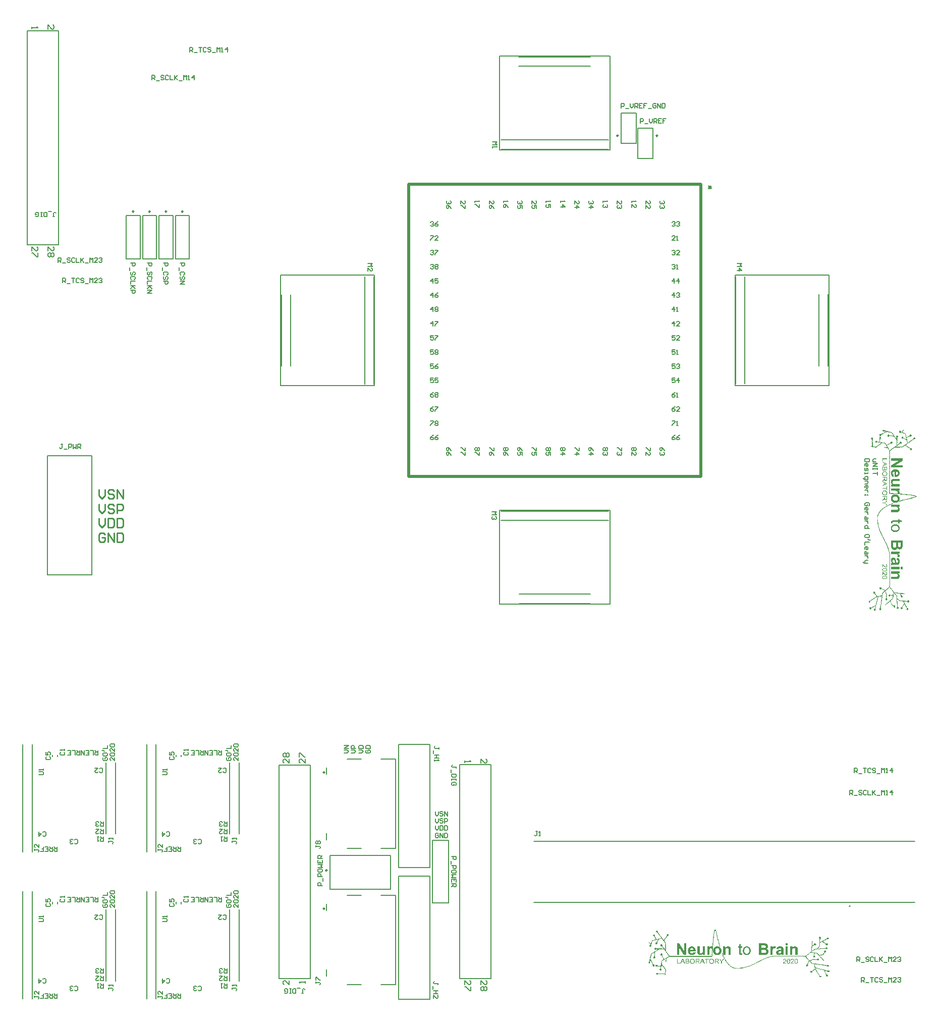
<source format=gto>
G04*
G04 #@! TF.GenerationSoftware,Altium Limited,Altium Designer,20.0.14 (345)*
G04*
G04 Layer_Color=65535*
%FSLAX43Y43*%
%MOMM*%
G71*
G01*
G75*
%ADD16C,0.254*%
%ADD57C,0.200*%
%ADD58C,0.152*%
%ADD59C,0.127*%
%ADD60C,0.250*%
%ADD61C,0.240*%
%ADD62C,0.500*%
G36*
X148193Y95647D02*
X148223D01*
Y95617D01*
X148193D01*
Y95586D01*
X148102D01*
Y95556D01*
X148072D01*
Y95526D01*
X148042D01*
Y95466D01*
X148012D01*
Y95405D01*
X147982D01*
Y95375D01*
X147951D01*
Y95345D01*
X147982D01*
Y95315D01*
X147951D01*
Y95284D01*
X147921D01*
Y95254D01*
X148012D01*
Y95224D01*
X148042D01*
Y95194D01*
X148072D01*
Y95224D01*
X148102D01*
Y95194D01*
X148133D01*
Y95164D01*
X148223D01*
Y95133D01*
X148314D01*
Y95103D01*
X148404D01*
Y95073D01*
X148465D01*
Y94892D01*
X148495D01*
Y94771D01*
X148525D01*
Y94620D01*
X148555D01*
Y94499D01*
X148586D01*
Y94409D01*
X148616D01*
Y94439D01*
X148646D01*
Y94469D01*
X148706D01*
Y94499D01*
X148767D01*
Y94530D01*
X148797D01*
Y94560D01*
X148857D01*
Y94590D01*
X148918D01*
Y94620D01*
X148978D01*
Y94650D01*
X149038D01*
Y94681D01*
X149099D01*
Y94801D01*
X149129D01*
Y94832D01*
X149159D01*
Y94862D01*
X149189D01*
Y94892D01*
X149220D01*
Y94922D01*
X149250D01*
Y94892D01*
X149340D01*
Y94862D01*
X149371D01*
Y94832D01*
X149401D01*
Y94801D01*
X149431D01*
Y94650D01*
X149401D01*
Y94620D01*
X149371D01*
Y94560D01*
X149310D01*
Y94530D01*
X149280D01*
Y94560D01*
X149250D01*
Y94530D01*
X149220D01*
Y94560D01*
X149159D01*
Y94590D01*
X149099D01*
Y94560D01*
X149069D01*
Y94530D01*
X149038D01*
Y94560D01*
X149008D01*
Y94530D01*
X148978D01*
Y94499D01*
X148948D01*
Y94469D01*
X148918D01*
Y94499D01*
X148888D01*
Y94469D01*
X148857D01*
Y94439D01*
X148827D01*
Y94409D01*
X148737D01*
Y94379D01*
X148706D01*
Y94348D01*
X148646D01*
Y94318D01*
X148616D01*
Y94258D01*
X148646D01*
Y94107D01*
X148676D01*
Y93986D01*
X148706D01*
Y93865D01*
X148737D01*
Y93714D01*
X148767D01*
Y93624D01*
X148797D01*
Y93503D01*
X148857D01*
Y93533D01*
X148888D01*
Y93563D01*
X148948D01*
Y93624D01*
X148978D01*
Y93654D01*
X149038D01*
Y93684D01*
X149099D01*
Y93714D01*
X149129D01*
Y93745D01*
X149159D01*
Y93775D01*
X149189D01*
Y93805D01*
X149220D01*
Y93835D01*
X149280D01*
Y93865D01*
X149340D01*
Y93895D01*
X149371D01*
Y93926D01*
X149401D01*
Y93956D01*
X149431D01*
Y93986D01*
X149491D01*
Y94016D01*
X149522D01*
Y94046D01*
X149582D01*
Y94077D01*
X149612D01*
Y94107D01*
X149642D01*
Y94137D01*
X149703D01*
Y94197D01*
X149763D01*
Y94288D01*
X149793D01*
Y94379D01*
X149854D01*
Y94409D01*
X150005D01*
Y94379D01*
X150035D01*
Y94318D01*
X150065D01*
Y94258D01*
X150095D01*
Y94228D01*
X150065D01*
Y94167D01*
X150035D01*
Y94137D01*
X150005D01*
Y94107D01*
X149793D01*
Y94077D01*
X149733D01*
Y94046D01*
X149703D01*
Y94016D01*
X149673D01*
Y93986D01*
X149642D01*
Y93956D01*
X149612D01*
Y93926D01*
X149552D01*
Y93895D01*
X149491D01*
Y93865D01*
X149461D01*
Y93835D01*
X149431D01*
Y93805D01*
X149401D01*
Y93775D01*
X149310D01*
Y93714D01*
X149250D01*
Y93684D01*
X149220D01*
Y93654D01*
X149189D01*
Y93624D01*
X149159D01*
Y93594D01*
X149129D01*
Y93563D01*
X149038D01*
Y93533D01*
X149008D01*
Y93503D01*
X148978D01*
Y93473D01*
X148948D01*
Y93443D01*
X148888D01*
Y93412D01*
X148827D01*
Y93382D01*
X148797D01*
Y93352D01*
X148767D01*
Y93322D01*
X148737D01*
Y93292D01*
X148706D01*
Y93261D01*
X148646D01*
Y93231D01*
X148586D01*
Y93201D01*
X148555D01*
Y93171D01*
X148525D01*
Y93141D01*
X148465D01*
Y93080D01*
X148525D01*
Y93050D01*
X148586D01*
Y93020D01*
X148616D01*
Y92990D01*
X148646D01*
Y92959D01*
X148706D01*
Y92929D01*
X148767D01*
Y92899D01*
X148797D01*
Y92869D01*
X148827D01*
Y92839D01*
X148888D01*
Y92808D01*
X148948D01*
Y92778D01*
X148978D01*
Y92748D01*
X149008D01*
Y92718D01*
X149069D01*
Y92658D01*
X149099D01*
Y92688D01*
X149129D01*
Y92658D01*
X149159D01*
Y92627D01*
X149189D01*
Y92597D01*
X149340D01*
Y92627D01*
X149371D01*
Y92597D01*
X149431D01*
Y92537D01*
X149461D01*
Y92507D01*
X149491D01*
Y92356D01*
X149461D01*
Y92325D01*
X149431D01*
Y92295D01*
X149401D01*
Y92265D01*
X149250D01*
Y92295D01*
X149220D01*
Y92386D01*
X149189D01*
Y92416D01*
X149159D01*
Y92446D01*
X149189D01*
Y92416D01*
X149220D01*
Y92446D01*
X149189D01*
Y92476D01*
X149159D01*
Y92507D01*
X149129D01*
Y92537D01*
X149099D01*
Y92567D01*
X149069D01*
Y92597D01*
X148978D01*
Y92627D01*
X148948D01*
Y92658D01*
X148918D01*
Y92688D01*
X148888D01*
Y92718D01*
X148827D01*
Y92748D01*
X148767D01*
Y92808D01*
X148706D01*
Y92839D01*
X148616D01*
Y92869D01*
X148586D01*
Y92929D01*
X148525D01*
Y92959D01*
X148435D01*
Y92990D01*
X148404D01*
Y93020D01*
X148374D01*
Y93050D01*
X148344D01*
Y93020D01*
X148314D01*
Y92990D01*
X148284D01*
Y92959D01*
X148253D01*
Y92929D01*
X148223D01*
Y92899D01*
X148133D01*
Y92869D01*
X148102D01*
Y92839D01*
X148072D01*
Y92808D01*
X148042D01*
Y92778D01*
X147982D01*
Y92748D01*
X147831D01*
Y92778D01*
X147801D01*
Y92718D01*
X147770D01*
Y92748D01*
X147680D01*
Y92718D01*
X147650D01*
Y92748D01*
X147559D01*
Y92718D01*
X147529D01*
Y92748D01*
X147438D01*
Y92718D01*
X147408D01*
Y92748D01*
X147317D01*
Y92718D01*
X147287D01*
Y92748D01*
X147197D01*
Y92718D01*
X147166D01*
Y92748D01*
X147076D01*
Y92718D01*
X147046D01*
Y92748D01*
X146955D01*
Y92718D01*
X146925D01*
Y92748D01*
X146895D01*
Y92718D01*
X146864D01*
Y92748D01*
X146834D01*
Y92718D01*
X146804D01*
Y92748D01*
X146774D01*
Y92718D01*
X146744D01*
Y92748D01*
X146714D01*
Y92718D01*
X146683D01*
Y92748D01*
X146653D01*
Y92718D01*
X146623D01*
Y92688D01*
X146593D01*
Y92658D01*
X146563D01*
Y92688D01*
X146532D01*
Y92658D01*
X146502D01*
Y92627D01*
X146472D01*
Y92597D01*
X146442D01*
Y92567D01*
X146412D01*
Y92537D01*
X146381D01*
Y92507D01*
X146351D01*
Y92476D01*
X146261D01*
Y92446D01*
X146230D01*
Y92416D01*
X146200D01*
Y92386D01*
X146170D01*
Y92356D01*
X146110D01*
Y92325D01*
X146049D01*
Y92265D01*
X145989D01*
Y92235D01*
X145959D01*
Y92205D01*
X145928D01*
Y92174D01*
X145868D01*
Y92114D01*
X145838D01*
Y92144D01*
X145808D01*
Y91993D01*
X145777D01*
Y91963D01*
X145808D01*
Y91872D01*
X145777D01*
Y91842D01*
X145808D01*
Y91752D01*
X145777D01*
Y91721D01*
X145808D01*
Y91631D01*
X145777D01*
Y91601D01*
X145808D01*
Y91510D01*
X145777D01*
Y91480D01*
X145808D01*
Y91389D01*
X145777D01*
Y91359D01*
X145808D01*
Y91269D01*
X145777D01*
Y91238D01*
X145808D01*
Y91148D01*
X145777D01*
Y91118D01*
X145808D01*
Y91027D01*
X145777D01*
Y90997D01*
X145808D01*
Y90906D01*
X145777D01*
Y90876D01*
X145808D01*
Y90785D01*
X145777D01*
Y90755D01*
X145808D01*
Y90665D01*
X145777D01*
Y90634D01*
X145808D01*
Y90544D01*
X145777D01*
Y90514D01*
X145808D01*
Y90423D01*
X145777D01*
Y90393D01*
X145808D01*
Y90302D01*
X145777D01*
Y90272D01*
X145808D01*
Y90182D01*
X145777D01*
Y90151D01*
X145808D01*
Y90061D01*
X145777D01*
Y90031D01*
X145808D01*
Y89940D01*
X145777D01*
Y89910D01*
X145808D01*
Y89819D01*
X145777D01*
Y89789D01*
X145808D01*
Y89698D01*
X145777D01*
Y89668D01*
X145808D01*
Y89578D01*
X145777D01*
Y89547D01*
X145808D01*
Y89457D01*
X145777D01*
Y89427D01*
X145808D01*
Y89336D01*
X145777D01*
Y89306D01*
X145808D01*
Y89215D01*
X145777D01*
Y89185D01*
X145808D01*
Y89095D01*
X145777D01*
Y89064D01*
X145808D01*
Y88974D01*
X145777D01*
Y88944D01*
X145808D01*
Y88853D01*
X145777D01*
Y88823D01*
X145808D01*
Y88732D01*
X145777D01*
Y88702D01*
X145808D01*
Y88611D01*
X145777D01*
Y88581D01*
X145808D01*
Y88491D01*
X145777D01*
Y88460D01*
X145808D01*
Y88370D01*
X145777D01*
Y88340D01*
X145808D01*
Y88249D01*
X145777D01*
Y88219D01*
X145808D01*
Y88128D01*
X145777D01*
Y88098D01*
X145808D01*
Y88008D01*
X145777D01*
Y87977D01*
X145808D01*
Y87887D01*
X145777D01*
Y87857D01*
X145808D01*
Y87766D01*
X145777D01*
Y87736D01*
X145808D01*
Y87645D01*
X145777D01*
Y87615D01*
X145808D01*
Y87524D01*
X145777D01*
Y87494D01*
X145808D01*
Y87404D01*
X145777D01*
Y87373D01*
X145808D01*
Y87283D01*
X145777D01*
Y87253D01*
X145808D01*
Y87162D01*
X145777D01*
Y87132D01*
X145808D01*
Y87041D01*
X145777D01*
Y87011D01*
X145808D01*
Y86921D01*
X145777D01*
Y86890D01*
X145808D01*
Y86800D01*
X145777D01*
Y86770D01*
X145808D01*
Y86679D01*
X145777D01*
Y86649D01*
X145808D01*
Y86558D01*
X145777D01*
Y86528D01*
X145808D01*
Y86437D01*
X145777D01*
Y86407D01*
X145808D01*
Y86317D01*
X145777D01*
Y86286D01*
X145808D01*
Y86196D01*
X145777D01*
Y86166D01*
X145808D01*
Y86075D01*
X145777D01*
Y86045D01*
X145808D01*
Y85954D01*
X145777D01*
Y85924D01*
X145808D01*
Y85834D01*
X145777D01*
Y85803D01*
X145808D01*
Y85713D01*
X145777D01*
Y85683D01*
X145808D01*
Y85592D01*
X145777D01*
Y85562D01*
X145808D01*
Y85471D01*
X145777D01*
Y85441D01*
X145808D01*
Y85350D01*
X145777D01*
Y85320D01*
X145808D01*
Y85230D01*
X145777D01*
Y85199D01*
X145808D01*
Y85048D01*
X145838D01*
Y85079D01*
X145868D01*
Y85048D01*
X145898D01*
Y85079D01*
X145928D01*
Y85048D01*
X146019D01*
Y85079D01*
X146049D01*
Y85048D01*
X146140D01*
Y85079D01*
X146170D01*
Y85048D01*
X146321D01*
Y85018D01*
X146351D01*
Y84988D01*
X146381D01*
Y85018D01*
X146351D01*
Y85048D01*
X146381D01*
Y85018D01*
X146412D01*
Y84988D01*
X146442D01*
Y85018D01*
X146472D01*
Y84988D01*
X146502D01*
Y85018D01*
X146532D01*
Y84988D01*
X146563D01*
Y85018D01*
X146593D01*
Y84988D01*
X146623D01*
Y85018D01*
X146653D01*
Y84988D01*
X146683D01*
Y85018D01*
X146714D01*
Y84988D01*
X146744D01*
Y85018D01*
X146774D01*
Y84988D01*
X146804D01*
Y85018D01*
X146834D01*
Y84988D01*
X146864D01*
Y85018D01*
X146895D01*
Y84988D01*
X146925D01*
Y85018D01*
X146955D01*
Y84988D01*
X147191D01*
X147041Y85043D01*
X147044Y85046D01*
X147049Y85060D01*
X147060Y85076D01*
X147071Y85099D01*
X147082Y85126D01*
X147094Y85154D01*
X147099Y85185D01*
X147102Y85215D01*
Y85226D01*
X147099Y85243D01*
X147096Y85260D01*
X147091Y85279D01*
X147082Y85301D01*
X147071Y85323D01*
X147057Y85346D01*
X147055Y85348D01*
X147049Y85354D01*
X147038Y85365D01*
X147021Y85376D01*
X147002Y85390D01*
X146974Y85404D01*
X146941Y85418D01*
X146902Y85429D01*
X146896D01*
X146888Y85432D01*
X146880Y85434D01*
X146866D01*
X146849Y85437D01*
X146827Y85440D01*
X146802Y85443D01*
X146774Y85446D01*
X146738Y85448D01*
X146702Y85451D01*
X146658D01*
X146610Y85454D01*
X146558Y85457D01*
X146008D01*
Y85826D01*
X147402D01*
Y85484D01*
X147205D01*
X147207Y85482D01*
X147224Y85471D01*
X147249Y85454D01*
X147280Y85432D01*
X147310Y85409D01*
X147341Y85382D01*
X147368Y85357D01*
X147388Y85329D01*
X147391Y85326D01*
X147396Y85318D01*
X147402Y85301D01*
X147410Y85282D01*
X147418Y85260D01*
X147427Y85232D01*
X147429Y85204D01*
X147432Y85171D01*
Y85148D01*
X147429Y85123D01*
X147424Y85093D01*
X147416Y85054D01*
X147402Y85012D01*
X147385Y84971D01*
X147378Y84958D01*
X147378D01*
Y84928D01*
X147408D01*
Y84958D01*
X147499D01*
Y84928D01*
X147529D01*
Y84958D01*
X147619D01*
Y84928D01*
X147650D01*
Y84958D01*
X147680D01*
Y84928D01*
X147710D01*
Y84958D01*
X147740D01*
Y84928D01*
X147831D01*
Y84958D01*
X147861D01*
Y84928D01*
X148012D01*
Y84898D01*
X148042D01*
Y84867D01*
X148072D01*
Y84898D01*
X148163D01*
Y84867D01*
X148193D01*
Y84898D01*
X148223D01*
Y84867D01*
X148253D01*
Y84898D01*
X148284D01*
Y84867D01*
X148314D01*
Y84898D01*
X148344D01*
Y84867D01*
X148374D01*
Y84898D01*
X148404D01*
Y84867D01*
X148435D01*
Y84898D01*
X148465D01*
Y84867D01*
X148495D01*
Y84898D01*
X148525D01*
Y84867D01*
X148676D01*
Y84837D01*
X148706D01*
Y84807D01*
X148737D01*
Y84837D01*
X148827D01*
Y84807D01*
X148857D01*
Y84837D01*
X148948D01*
Y84807D01*
X148978D01*
Y84837D01*
X149008D01*
Y84807D01*
X149038D01*
Y84837D01*
X149069D01*
Y84807D01*
X149189D01*
Y84777D01*
X149250D01*
Y84747D01*
X149280D01*
Y84777D01*
X149250D01*
Y84807D01*
X149280D01*
Y84777D01*
X149371D01*
Y84747D01*
X149401D01*
Y84777D01*
X149431D01*
Y84747D01*
X149461D01*
Y84777D01*
X149491D01*
Y84747D01*
X149582D01*
Y84716D01*
X149673D01*
Y84686D01*
X149703D01*
Y84716D01*
X149793D01*
Y84686D01*
X149824D01*
Y84716D01*
X149854D01*
Y84686D01*
X149914D01*
Y84656D01*
X149975D01*
Y84626D01*
X150005D01*
Y84656D01*
X150035D01*
Y84626D01*
X150065D01*
Y84656D01*
X150095D01*
Y84626D01*
X150126D01*
Y84596D01*
X150156D01*
Y84565D01*
X150186D01*
Y84596D01*
X150216D01*
Y84565D01*
X150246D01*
Y84535D01*
X150276D01*
Y84505D01*
X150246D01*
Y84535D01*
X150216D01*
Y84505D01*
X150246D01*
Y84475D01*
X150276D01*
Y84445D01*
X150246D01*
Y84414D01*
X150216D01*
Y84384D01*
X150156D01*
Y84354D01*
X150095D01*
Y84324D01*
X150065D01*
Y84354D01*
X150035D01*
Y84324D01*
X150005D01*
Y84294D01*
X149914D01*
Y84263D01*
X149884D01*
Y84294D01*
X149854D01*
Y84263D01*
X149763D01*
Y84233D01*
X149673D01*
Y84203D01*
X149642D01*
Y84233D01*
X149612D01*
Y84203D01*
X149552D01*
Y84173D01*
X149431D01*
Y84143D01*
X149401D01*
Y84173D01*
X149371D01*
Y84143D01*
X149280D01*
Y84112D01*
X149189D01*
Y84082D01*
X149159D01*
Y84112D01*
X149129D01*
Y84082D01*
X149099D01*
Y84112D01*
X149069D01*
Y84082D01*
X149038D01*
Y84052D01*
X149008D01*
Y84082D01*
X148978D01*
Y84052D01*
X148888D01*
Y84022D01*
X148857D01*
Y84052D01*
X148827D01*
Y84022D01*
X148767D01*
Y83992D01*
X148706D01*
Y83961D01*
X148676D01*
Y83992D01*
X148646D01*
Y83961D01*
X148616D01*
Y83992D01*
X148586D01*
Y83961D01*
X148495D01*
Y83931D01*
X148404D01*
Y83901D01*
X148374D01*
Y83931D01*
X148344D01*
Y83901D01*
X148284D01*
Y83871D01*
X148163D01*
Y83841D01*
X148133D01*
Y83871D01*
X148102D01*
Y83841D01*
X148012D01*
Y83811D01*
X147982D01*
Y83780D01*
X147951D01*
Y83811D01*
X147921D01*
Y83780D01*
X147831D01*
Y83750D01*
X147740D01*
Y83720D01*
X147710D01*
Y83750D01*
X147680D01*
Y83720D01*
X147589D01*
Y83690D01*
X147559D01*
Y83660D01*
X147529D01*
Y83690D01*
X147499D01*
Y83660D01*
X147408D01*
Y83629D01*
X147317D01*
Y83660D01*
X147348D01*
Y83690D01*
X147317D01*
Y83720D01*
X147348D01*
Y83750D01*
X147378D01*
Y83720D01*
X147408D01*
Y83750D01*
X147438D01*
Y83780D01*
X147529D01*
Y83811D01*
X147559D01*
Y83780D01*
X147589D01*
Y83811D01*
X147619D01*
Y83841D01*
X147650D01*
Y83811D01*
X147680D01*
Y83841D01*
X147710D01*
Y83871D01*
X147740D01*
Y83841D01*
X147770D01*
Y83871D01*
X147861D01*
Y83841D01*
X147891D01*
Y83871D01*
X147861D01*
Y83901D01*
X147891D01*
Y83931D01*
X147921D01*
Y83901D01*
X147951D01*
Y83931D01*
X147982D01*
Y83901D01*
X148012D01*
Y83931D01*
X148042D01*
Y83901D01*
X148072D01*
Y83931D01*
X148042D01*
Y83961D01*
X148072D01*
Y83931D01*
X148102D01*
Y83961D01*
X148193D01*
Y83992D01*
X148223D01*
Y83961D01*
X148253D01*
Y83992D01*
X148344D01*
Y84022D01*
X148374D01*
Y84052D01*
X148404D01*
Y84022D01*
X148435D01*
Y84052D01*
X148465D01*
Y84022D01*
X148495D01*
Y84052D01*
X148525D01*
Y84082D01*
X148555D01*
Y84052D01*
X148586D01*
Y84082D01*
X148676D01*
Y84112D01*
X148706D01*
Y84082D01*
X148737D01*
Y84112D01*
X148827D01*
Y84082D01*
X148857D01*
Y84112D01*
X148827D01*
Y84143D01*
X148918D01*
Y84173D01*
X148948D01*
Y84143D01*
X148978D01*
Y84173D01*
X149008D01*
Y84143D01*
X149038D01*
Y84173D01*
X149129D01*
Y84203D01*
X149159D01*
Y84233D01*
X149189D01*
Y84203D01*
X149220D01*
Y84233D01*
X149250D01*
Y84203D01*
X149280D01*
Y84233D01*
X149310D01*
Y84203D01*
X149340D01*
Y84233D01*
X149310D01*
Y84263D01*
X149340D01*
Y84233D01*
X149371D01*
Y84263D01*
X149401D01*
Y84294D01*
X149431D01*
Y84263D01*
X149461D01*
Y84294D01*
X149491D01*
Y84263D01*
X149522D01*
Y84294D01*
X149612D01*
Y84324D01*
X149642D01*
Y84354D01*
X149673D01*
Y84324D01*
X149703D01*
Y84354D01*
X149733D01*
Y84324D01*
X149763D01*
Y84354D01*
X149793D01*
Y84324D01*
X149824D01*
Y84354D01*
X149793D01*
Y84384D01*
X149824D01*
Y84354D01*
X149854D01*
Y84384D01*
X149884D01*
Y84414D01*
X149914D01*
Y84384D01*
X149944D01*
Y84414D01*
X149975D01*
Y84384D01*
X150005D01*
Y84414D01*
X150035D01*
Y84445D01*
X150126D01*
Y84475D01*
X150156D01*
Y84505D01*
X150126D01*
Y84535D01*
X150095D01*
Y84505D01*
X150065D01*
Y84535D01*
X149975D01*
Y84565D01*
X149944D01*
Y84596D01*
X149914D01*
Y84565D01*
X149884D01*
Y84596D01*
X149733D01*
Y84626D01*
X149582D01*
Y84656D01*
X149552D01*
Y84626D01*
X149522D01*
Y84656D01*
X149491D01*
Y84626D01*
X149461D01*
Y84656D01*
X149371D01*
Y84686D01*
X149220D01*
Y84716D01*
X149189D01*
Y84686D01*
X149159D01*
Y84716D01*
X149129D01*
Y84686D01*
X149099D01*
Y84716D01*
X148827D01*
Y84747D01*
X148676D01*
Y84777D01*
X148646D01*
Y84747D01*
X148616D01*
Y84777D01*
X148586D01*
Y84747D01*
X148555D01*
Y84777D01*
X148525D01*
Y84747D01*
X148495D01*
Y84777D01*
X148284D01*
Y84807D01*
X148133D01*
Y84837D01*
X148102D01*
Y84807D01*
X148012D01*
Y84837D01*
X147982D01*
Y84807D01*
X147951D01*
Y84837D01*
X147921D01*
Y84807D01*
X147891D01*
Y84837D01*
X147861D01*
Y84807D01*
X147831D01*
Y84837D01*
X147740D01*
Y84807D01*
X147710D01*
Y84837D01*
X147559D01*
Y84867D01*
X147529D01*
Y84837D01*
X147499D01*
Y84867D01*
X147348D01*
Y84898D01*
X147317D01*
Y84867D01*
X147287D01*
Y84898D01*
X147257D01*
Y84867D01*
X147227D01*
Y84898D01*
X147197D01*
Y84867D01*
X147166D01*
Y84898D01*
X147136D01*
Y84867D01*
X147106D01*
Y84898D01*
X147076D01*
Y84867D01*
X147046D01*
Y84898D01*
X147015D01*
Y84867D01*
X146985D01*
Y84898D01*
X146834D01*
Y84867D01*
X146804D01*
Y84898D01*
X146774D01*
Y84928D01*
X146683D01*
Y84898D01*
X146653D01*
Y84928D01*
X146623D01*
Y84898D01*
X146593D01*
Y84928D01*
X146563D01*
Y84958D01*
X146532D01*
Y84928D01*
X146321D01*
Y84958D01*
X146291D01*
Y84928D01*
X146261D01*
Y84958D01*
X146230D01*
Y84928D01*
X146200D01*
Y84958D01*
X146170D01*
Y84928D01*
X146140D01*
Y84958D01*
X146110D01*
Y84928D01*
X146079D01*
Y84958D01*
X146049D01*
Y84928D01*
X146019D01*
Y84958D01*
X145928D01*
Y84928D01*
X145898D01*
Y84958D01*
X145747D01*
Y84988D01*
X145717D01*
Y85018D01*
X145687D01*
Y85048D01*
X145717D01*
Y85079D01*
X145687D01*
Y85109D01*
X145717D01*
Y85139D01*
X145687D01*
Y85169D01*
X145717D01*
Y85199D01*
X145687D01*
Y85230D01*
X145717D01*
Y85260D01*
X145687D01*
Y85290D01*
X145717D01*
Y85320D01*
X145687D01*
Y85350D01*
X145717D01*
Y85381D01*
X145687D01*
Y85411D01*
X145717D01*
Y85441D01*
X145687D01*
Y85471D01*
X145717D01*
Y85501D01*
X145687D01*
Y85532D01*
X145717D01*
Y85562D01*
X145687D01*
Y85592D01*
X145717D01*
Y85622D01*
X145687D01*
Y85652D01*
X145717D01*
Y85683D01*
X145687D01*
Y85713D01*
X145717D01*
Y85743D01*
X145687D01*
Y85773D01*
X145717D01*
Y85803D01*
X145687D01*
Y85834D01*
X145717D01*
Y85864D01*
X145687D01*
Y85894D01*
X145717D01*
Y85924D01*
X145687D01*
Y85954D01*
X145717D01*
Y85985D01*
X145687D01*
Y86015D01*
X145717D01*
Y86045D01*
X145687D01*
Y86075D01*
X145717D01*
Y86105D01*
X145687D01*
Y86135D01*
X145717D01*
Y86166D01*
X145687D01*
Y86196D01*
X145717D01*
Y86226D01*
X145687D01*
Y86256D01*
X145717D01*
Y86286D01*
X145687D01*
Y86317D01*
X145717D01*
Y86347D01*
X145687D01*
Y86377D01*
X145717D01*
Y86407D01*
X145687D01*
Y86437D01*
X145717D01*
Y86468D01*
X145687D01*
Y86498D01*
X145717D01*
Y86528D01*
X145687D01*
Y86558D01*
X145717D01*
Y86588D01*
X145687D01*
Y86619D01*
X145717D01*
Y86649D01*
X145687D01*
Y86679D01*
X145717D01*
Y86709D01*
X145687D01*
Y86739D01*
X145717D01*
Y86770D01*
X145687D01*
Y86800D01*
X145717D01*
Y86830D01*
X145687D01*
Y86860D01*
X145717D01*
Y86890D01*
X145687D01*
Y86921D01*
X145717D01*
Y86951D01*
X145687D01*
Y86981D01*
X145717D01*
Y87011D01*
X145687D01*
Y87041D01*
X145717D01*
Y87072D01*
X145687D01*
Y87102D01*
X145717D01*
Y87132D01*
X145687D01*
Y87162D01*
X145717D01*
Y87192D01*
X145687D01*
Y87222D01*
X145717D01*
Y87253D01*
X145687D01*
Y87283D01*
X145717D01*
Y87313D01*
X145687D01*
Y87343D01*
X145717D01*
Y87373D01*
X145687D01*
Y87404D01*
X145717D01*
Y87434D01*
X145687D01*
Y87464D01*
X145717D01*
Y87494D01*
X145687D01*
Y87524D01*
X145717D01*
Y87555D01*
X145687D01*
Y87585D01*
X145717D01*
Y87615D01*
X145687D01*
Y87645D01*
X145717D01*
Y87675D01*
X145687D01*
Y87706D01*
X145717D01*
Y87736D01*
X145687D01*
Y87766D01*
X145717D01*
Y87796D01*
X145687D01*
Y87826D01*
X145717D01*
Y87857D01*
X145687D01*
Y87887D01*
X145717D01*
Y87917D01*
X145687D01*
Y87947D01*
X145717D01*
Y87977D01*
X145687D01*
Y88008D01*
X145717D01*
Y88038D01*
X145687D01*
Y88068D01*
X145717D01*
Y88098D01*
X145687D01*
Y88128D01*
X145717D01*
Y88159D01*
X145687D01*
Y88189D01*
X145717D01*
Y88219D01*
X145687D01*
Y88249D01*
X145717D01*
Y88279D01*
X145687D01*
Y88310D01*
X145717D01*
Y88340D01*
X145687D01*
Y88370D01*
X145717D01*
Y88400D01*
X145687D01*
Y88430D01*
X145717D01*
Y88460D01*
X145687D01*
Y88491D01*
X145717D01*
Y88521D01*
X145687D01*
Y88551D01*
X145717D01*
Y88581D01*
X145687D01*
Y88611D01*
X145717D01*
Y88642D01*
X145687D01*
Y88672D01*
X145717D01*
Y88702D01*
X145687D01*
Y88732D01*
X145717D01*
Y88762D01*
X145687D01*
Y88793D01*
X145717D01*
Y88823D01*
X145687D01*
Y88853D01*
X145717D01*
Y88883D01*
X145687D01*
Y88913D01*
X145717D01*
Y88944D01*
X145687D01*
Y88974D01*
X145717D01*
Y89004D01*
X145687D01*
Y89034D01*
X145717D01*
Y89064D01*
X145687D01*
Y89095D01*
X145717D01*
Y89125D01*
X145687D01*
Y89155D01*
X145717D01*
Y89185D01*
X145687D01*
Y89215D01*
X145717D01*
Y89246D01*
X145687D01*
Y89276D01*
X145717D01*
Y89306D01*
X145687D01*
Y89336D01*
X145717D01*
Y89366D01*
X145687D01*
Y89396D01*
X145717D01*
Y89427D01*
X145687D01*
Y89457D01*
X145717D01*
Y89487D01*
X145687D01*
Y89517D01*
X145717D01*
Y89547D01*
X145687D01*
Y89578D01*
X145717D01*
Y89608D01*
X145687D01*
Y89638D01*
X145717D01*
Y89668D01*
X145687D01*
Y89698D01*
X145717D01*
Y89729D01*
X145687D01*
Y89759D01*
X145717D01*
Y89789D01*
X145687D01*
Y89819D01*
X145717D01*
Y89849D01*
X145687D01*
Y89880D01*
X145717D01*
Y89910D01*
X145687D01*
Y89940D01*
X145717D01*
Y89970D01*
X145687D01*
Y90000D01*
X145717D01*
Y90031D01*
X145687D01*
Y90061D01*
X145717D01*
Y90091D01*
X145687D01*
Y90121D01*
X145717D01*
Y90151D01*
X145687D01*
Y90182D01*
X145717D01*
Y90212D01*
X145687D01*
Y90242D01*
X145717D01*
Y90272D01*
X145687D01*
Y90302D01*
X145717D01*
Y90333D01*
X145687D01*
Y90363D01*
X145717D01*
Y90393D01*
X145687D01*
Y90423D01*
X145717D01*
Y90453D01*
X145687D01*
Y90484D01*
X145717D01*
Y90514D01*
X145687D01*
Y90544D01*
X145717D01*
Y90574D01*
X145687D01*
Y90604D01*
X145717D01*
Y90634D01*
X145687D01*
Y90665D01*
X145717D01*
Y90695D01*
X145687D01*
Y90725D01*
X145717D01*
Y90755D01*
X145687D01*
Y90785D01*
X145717D01*
Y90816D01*
X145687D01*
Y90846D01*
X145717D01*
Y90876D01*
X145687D01*
Y90906D01*
X145717D01*
Y90936D01*
X145687D01*
Y90967D01*
X145717D01*
Y90997D01*
X145687D01*
Y91027D01*
X145717D01*
Y91057D01*
X145687D01*
Y91087D01*
X145717D01*
Y91118D01*
X145687D01*
Y91148D01*
X145717D01*
Y91178D01*
X145687D01*
Y91208D01*
X145717D01*
Y91238D01*
X145687D01*
Y91269D01*
X145717D01*
Y91299D01*
X145687D01*
Y91329D01*
X145717D01*
Y91359D01*
X145687D01*
Y91389D01*
X145717D01*
Y91420D01*
X145687D01*
Y91450D01*
X145717D01*
Y91480D01*
X145687D01*
Y91510D01*
X145717D01*
Y91540D01*
X145687D01*
Y91571D01*
X145717D01*
Y91601D01*
X145687D01*
Y91631D01*
X145717D01*
Y91661D01*
X145687D01*
Y91691D01*
X145717D01*
Y91721D01*
X145687D01*
Y91752D01*
X145717D01*
Y91782D01*
X145687D01*
Y91812D01*
X145717D01*
Y91842D01*
X145687D01*
Y91872D01*
X145717D01*
Y91903D01*
X145687D01*
Y91933D01*
X145717D01*
Y91963D01*
X145687D01*
Y91993D01*
X145717D01*
Y92023D01*
X145687D01*
Y92054D01*
X145717D01*
Y92084D01*
X145687D01*
Y92114D01*
X145717D01*
Y92144D01*
X145687D01*
Y92174D01*
X145657D01*
Y92265D01*
X145627D01*
Y92325D01*
X145566D01*
Y92386D01*
X145536D01*
Y92446D01*
X145506D01*
Y92476D01*
X145476D01*
Y92567D01*
X145445D01*
Y92597D01*
X145415D01*
Y92627D01*
X145204D01*
Y92658D01*
X145174D01*
Y92627D01*
X145143D01*
Y92658D01*
X145113D01*
Y92688D01*
X145083D01*
Y92658D01*
X144992D01*
Y92688D01*
X144962D01*
Y92658D01*
X144932D01*
Y92688D01*
X144781D01*
Y92808D01*
X144841D01*
Y92778D01*
X144872D01*
Y92808D01*
X144902D01*
Y92778D01*
X144932D01*
Y92808D01*
X144962D01*
Y92778D01*
X145113D01*
Y92748D01*
X145264D01*
Y92718D01*
X145294D01*
Y92748D01*
X145325D01*
Y92718D01*
X145355D01*
Y92748D01*
X145325D01*
Y92778D01*
X145355D01*
Y92808D01*
X145294D01*
Y92869D01*
X145264D01*
Y92899D01*
X145234D01*
Y92929D01*
X145264D01*
Y92959D01*
X145234D01*
Y92990D01*
X145204D01*
Y93020D01*
X145174D01*
Y93050D01*
X145143D01*
Y93080D01*
X145174D01*
Y93110D01*
X145113D01*
Y93171D01*
X145083D01*
Y93201D01*
X145053D01*
Y93292D01*
X145023D01*
Y93322D01*
X144992D01*
Y93382D01*
X144932D01*
Y93412D01*
X144902D01*
Y93382D01*
X144872D01*
Y93412D01*
X144721D01*
Y93443D01*
X144509D01*
Y93473D01*
X144479D01*
Y93443D01*
X144449D01*
Y93412D01*
X144419D01*
Y93382D01*
X144389D01*
Y93352D01*
X144358D01*
Y93322D01*
X144298D01*
Y93292D01*
X144238D01*
Y93261D01*
X144207D01*
Y93231D01*
X144177D01*
Y93201D01*
X144147D01*
Y93171D01*
X144117D01*
Y93141D01*
X144026D01*
Y93110D01*
X143996D01*
Y93080D01*
X143966D01*
Y93050D01*
X143936D01*
Y93020D01*
X143875D01*
Y92990D01*
X143815D01*
Y92959D01*
X143785D01*
Y92929D01*
X143754D01*
Y92899D01*
X143724D01*
Y92869D01*
X143694D01*
Y92839D01*
X143634D01*
Y92808D01*
X143573D01*
Y92778D01*
X143543D01*
Y92748D01*
X143513D01*
Y92718D01*
X143302D01*
Y92748D01*
X143090D01*
Y92778D01*
X143030D01*
Y92808D01*
X143000D01*
Y92778D01*
X142939D01*
Y92808D01*
X142909D01*
Y92778D01*
X142879D01*
Y92808D01*
X142758D01*
Y92839D01*
X142577D01*
Y92990D01*
X142607D01*
Y92959D01*
X142698D01*
Y92929D01*
X142818D01*
Y93292D01*
X142788D01*
Y93322D01*
X142818D01*
Y93473D01*
X142788D01*
Y93503D01*
X142818D01*
Y93533D01*
X142788D01*
Y93563D01*
X142818D01*
Y93594D01*
X142788D01*
Y93624D01*
X142818D01*
Y93654D01*
X142788D01*
Y93745D01*
X142818D01*
Y93775D01*
X142788D01*
Y94046D01*
X142758D01*
Y94077D01*
X142728D01*
Y94107D01*
X142698D01*
Y94137D01*
X142667D01*
Y94228D01*
X142637D01*
Y94258D01*
X142667D01*
Y94318D01*
X142698D01*
Y94379D01*
X142758D01*
Y94409D01*
X142879D01*
Y94379D01*
X142909D01*
Y94348D01*
X142939D01*
Y94318D01*
X142969D01*
Y94167D01*
X142939D01*
Y94107D01*
X142909D01*
Y94077D01*
X142879D01*
Y94016D01*
X142909D01*
Y93986D01*
X142879D01*
Y93895D01*
X142909D01*
Y93865D01*
X142879D01*
Y93835D01*
X142909D01*
Y93805D01*
X142879D01*
Y93775D01*
X142909D01*
Y93745D01*
X142879D01*
Y93714D01*
X142909D01*
Y93684D01*
X142879D01*
Y93654D01*
X142909D01*
Y92899D01*
X142969D01*
Y92869D01*
X143000D01*
Y92899D01*
X143060D01*
Y92869D01*
X143151D01*
Y92839D01*
X143181D01*
Y92869D01*
X143211D01*
Y92839D01*
X143241D01*
Y92869D01*
X143271D01*
Y92839D01*
X143422D01*
Y92808D01*
X143452D01*
Y92839D01*
X143483D01*
Y92869D01*
X143543D01*
Y92899D01*
X143573D01*
Y92929D01*
X143634D01*
Y92959D01*
X143664D01*
Y92990D01*
X143694D01*
Y93020D01*
X143724D01*
Y93050D01*
X143785D01*
Y93080D01*
X143845D01*
Y93110D01*
X143875D01*
Y93141D01*
X143905D01*
Y93171D01*
X143936D01*
Y93201D01*
X143966D01*
Y93231D01*
X144026D01*
Y93261D01*
X144087D01*
Y93292D01*
X144117D01*
Y93322D01*
X144147D01*
Y93352D01*
X144177D01*
Y93382D01*
X144207D01*
Y93412D01*
X144238D01*
Y93382D01*
X144268D01*
Y93443D01*
X144328D01*
Y93473D01*
X144298D01*
Y93503D01*
X144147D01*
Y93533D01*
X144117D01*
Y93503D01*
X144087D01*
Y93533D01*
X143996D01*
Y93563D01*
X143785D01*
Y93594D01*
X143634D01*
Y93533D01*
X143573D01*
Y93503D01*
X143422D01*
Y93533D01*
X143392D01*
Y93563D01*
X143362D01*
Y93775D01*
X143422D01*
Y93835D01*
X143573D01*
Y93805D01*
X143603D01*
Y93775D01*
X143634D01*
Y93745D01*
X143664D01*
Y93714D01*
X143694D01*
Y93684D01*
X143905D01*
Y93654D01*
X144056D01*
Y93805D01*
X144087D01*
Y93835D01*
X144056D01*
Y93865D01*
X144087D01*
Y94197D01*
X144056D01*
Y94258D01*
X144026D01*
Y94348D01*
X144056D01*
Y94379D01*
X144026D01*
Y94409D01*
X144056D01*
Y94469D01*
X144087D01*
Y94499D01*
X144177D01*
Y94530D01*
X144207D01*
Y94499D01*
X144238D01*
Y94469D01*
X144298D01*
Y94409D01*
X144328D01*
Y94379D01*
X144358D01*
Y94348D01*
X144328D01*
Y94258D01*
X144298D01*
Y94228D01*
X144268D01*
Y94197D01*
X144238D01*
Y94167D01*
X144207D01*
Y94137D01*
X144177D01*
Y94107D01*
X144207D01*
Y94077D01*
X144177D01*
Y93805D01*
X144147D01*
Y93775D01*
X144177D01*
Y93745D01*
X144147D01*
Y93714D01*
X144177D01*
Y93684D01*
X144147D01*
Y93624D01*
X144268D01*
Y93594D01*
X144328D01*
Y93563D01*
X144358D01*
Y93594D01*
X144419D01*
Y93563D01*
X144449D01*
Y93594D01*
X144479D01*
Y93563D01*
X144630D01*
Y93533D01*
X144721D01*
Y93503D01*
X144751D01*
Y93533D01*
X144781D01*
Y93503D01*
X144811D01*
Y93533D01*
X144841D01*
Y93503D01*
X144902D01*
Y93473D01*
X144962D01*
Y93503D01*
X144992D01*
Y93473D01*
X145023D01*
Y93443D01*
X145053D01*
Y93412D01*
X145083D01*
Y93382D01*
X145113D01*
Y93322D01*
X145143D01*
Y93261D01*
X145174D01*
Y93231D01*
X145204D01*
Y93141D01*
X145234D01*
Y93171D01*
X145294D01*
Y93201D01*
X145355D01*
Y93231D01*
X145385D01*
Y93261D01*
X145415D01*
Y93231D01*
X145445D01*
Y93261D01*
X145476D01*
Y93292D01*
X145536D01*
Y93322D01*
X145596D01*
Y93352D01*
X145627D01*
Y93382D01*
X145717D01*
Y93412D01*
X145747D01*
Y93443D01*
X145777D01*
Y93412D01*
X145808D01*
Y93443D01*
X145838D01*
Y93473D01*
X145868D01*
Y93503D01*
X145898D01*
Y93533D01*
X145928D01*
Y93563D01*
X145898D01*
Y93594D01*
X145928D01*
Y93624D01*
X145959D01*
Y93654D01*
X145989D01*
Y93684D01*
X146079D01*
Y93714D01*
X146110D01*
Y93684D01*
X146140D01*
Y93654D01*
X146170D01*
Y93624D01*
X146200D01*
Y93594D01*
X146230D01*
Y93443D01*
X146200D01*
Y93412D01*
X146140D01*
Y93352D01*
X145989D01*
Y93382D01*
X145959D01*
Y93412D01*
X145928D01*
Y93382D01*
X145898D01*
Y93352D01*
X145808D01*
Y93322D01*
X145747D01*
Y93292D01*
X145687D01*
Y93261D01*
X145657D01*
Y93231D01*
X145627D01*
Y93201D01*
X145596D01*
Y93231D01*
X145566D01*
Y93201D01*
X145506D01*
Y93171D01*
X145445D01*
Y93141D01*
X145415D01*
Y93110D01*
X145385D01*
Y93080D01*
X145355D01*
Y93110D01*
X145325D01*
Y93080D01*
X145294D01*
Y93050D01*
X145325D01*
Y92959D01*
X145355D01*
Y92929D01*
X145385D01*
Y92839D01*
X145415D01*
Y92808D01*
X145445D01*
Y92748D01*
X145476D01*
Y92688D01*
X145506D01*
Y92658D01*
X145536D01*
Y92627D01*
X145566D01*
Y92537D01*
X145596D01*
Y92507D01*
X145627D01*
Y92446D01*
X145657D01*
Y92356D01*
X145717D01*
Y92325D01*
X145687D01*
Y92295D01*
X145747D01*
Y92235D01*
X145838D01*
Y92265D01*
X145868D01*
Y92295D01*
X145898D01*
Y92325D01*
X145928D01*
Y92356D01*
X145959D01*
Y92386D01*
X146019D01*
Y92446D01*
X146049D01*
Y92416D01*
X146079D01*
Y92446D01*
X146110D01*
Y92476D01*
X146140D01*
Y92507D01*
X146170D01*
Y92537D01*
X146200D01*
Y92567D01*
X146261D01*
Y92597D01*
X146321D01*
Y92627D01*
X146351D01*
Y92658D01*
X146381D01*
Y92688D01*
X146412D01*
Y92718D01*
X146442D01*
Y92748D01*
X146472D01*
Y92718D01*
X146502D01*
Y92748D01*
X146532D01*
Y92778D01*
X146563D01*
Y92808D01*
X146623D01*
Y92839D01*
X146653D01*
Y92869D01*
X146683D01*
Y92899D01*
X146714D01*
Y92929D01*
X146774D01*
Y92959D01*
X146804D01*
Y92990D01*
X146834D01*
Y93020D01*
X146864D01*
Y93050D01*
X146925D01*
Y93110D01*
X146955D01*
Y93141D01*
X146925D01*
Y93171D01*
X146955D01*
Y93201D01*
X146925D01*
Y93231D01*
X146955D01*
Y93261D01*
X146925D01*
Y93292D01*
X146955D01*
Y93322D01*
X146925D01*
Y93352D01*
X146955D01*
Y93865D01*
X146925D01*
Y93895D01*
X146955D01*
Y93926D01*
X146895D01*
Y93956D01*
X146864D01*
Y94016D01*
X146834D01*
Y94077D01*
X146804D01*
Y94137D01*
X146774D01*
Y94167D01*
X146744D01*
Y94197D01*
X146714D01*
Y94228D01*
X146683D01*
Y94318D01*
X146653D01*
Y94348D01*
X146623D01*
Y94379D01*
X146593D01*
Y94469D01*
X146563D01*
Y94499D01*
X146532D01*
Y94530D01*
X146502D01*
Y94560D01*
X146472D01*
Y94530D01*
X146442D01*
Y94560D01*
X146230D01*
Y94590D01*
X146079D01*
Y94620D01*
X146049D01*
Y94590D01*
X145959D01*
Y94620D01*
X145928D01*
Y94590D01*
X145898D01*
Y94620D01*
X145868D01*
Y94590D01*
X145838D01*
Y94620D01*
X145808D01*
Y94590D01*
X145777D01*
Y94620D01*
X145687D01*
Y94590D01*
X145657D01*
Y94560D01*
X145627D01*
Y94530D01*
X145596D01*
Y94499D01*
X145566D01*
Y94530D01*
X145536D01*
Y94499D01*
X145506D01*
Y94530D01*
X145476D01*
Y94560D01*
X145445D01*
Y94590D01*
X145415D01*
Y94620D01*
X145385D01*
Y94650D01*
X145415D01*
Y94681D01*
X145385D01*
Y94711D01*
X145415D01*
Y94801D01*
X145445D01*
Y94832D01*
X145476D01*
Y94862D01*
X145506D01*
Y94832D01*
X145536D01*
Y94862D01*
X145566D01*
Y94832D01*
X145596D01*
Y94862D01*
X145627D01*
Y94832D01*
X145657D01*
Y94801D01*
X145687D01*
Y94771D01*
X145717D01*
Y94741D01*
X145747D01*
Y94711D01*
X145777D01*
Y94741D01*
X145808D01*
Y94711D01*
X146140D01*
Y94681D01*
X146351D01*
Y94650D01*
X146381D01*
Y94681D01*
X146412D01*
Y94711D01*
X146381D01*
Y94771D01*
X146321D01*
Y94862D01*
X146291D01*
Y94922D01*
X146230D01*
Y94982D01*
X146200D01*
Y95043D01*
X146170D01*
Y95073D01*
X146140D01*
Y95133D01*
X146079D01*
Y95164D01*
X145959D01*
Y95194D01*
X145838D01*
Y95224D01*
X145747D01*
Y95254D01*
X145596D01*
Y95284D01*
X145476D01*
Y95315D01*
X145355D01*
Y95345D01*
X145325D01*
Y95315D01*
X145234D01*
Y95284D01*
X145204D01*
Y95254D01*
X145143D01*
Y95224D01*
X145083D01*
Y95194D01*
X145023D01*
Y95164D01*
X144962D01*
Y95133D01*
X144902D01*
Y95103D01*
X144841D01*
Y95073D01*
X144811D01*
Y95043D01*
X144721D01*
Y95013D01*
X144660D01*
Y94982D01*
X144600D01*
Y94952D01*
X144570D01*
Y94922D01*
X144479D01*
Y94892D01*
X144449D01*
Y94862D01*
X144358D01*
Y94711D01*
X144328D01*
Y94681D01*
X144298D01*
Y94650D01*
X144147D01*
Y94681D01*
X144117D01*
Y94650D01*
X144087D01*
Y94741D01*
X144056D01*
Y94771D01*
X144026D01*
Y94801D01*
X144056D01*
Y94892D01*
X144087D01*
Y94952D01*
X144147D01*
Y94982D01*
X144238D01*
Y94952D01*
X144268D01*
Y94982D01*
X144298D01*
Y94952D01*
X144328D01*
Y94982D01*
X144358D01*
Y94952D01*
X144389D01*
Y94982D01*
X144419D01*
Y95013D01*
X144509D01*
Y95043D01*
X144540D01*
Y95073D01*
X144570D01*
Y95103D01*
X144600D01*
Y95073D01*
X144630D01*
Y95103D01*
X144660D01*
Y95133D01*
X144721D01*
Y95164D01*
X144781D01*
Y95194D01*
X144811D01*
Y95224D01*
X144841D01*
Y95194D01*
X144872D01*
Y95224D01*
X144902D01*
Y95254D01*
X144932D01*
Y95284D01*
X145023D01*
Y95315D01*
X145053D01*
Y95345D01*
X145083D01*
Y95315D01*
X145113D01*
Y95345D01*
X145143D01*
Y95375D01*
X145174D01*
Y95405D01*
X145023D01*
Y95435D01*
X144872D01*
Y95405D01*
X144841D01*
Y95375D01*
X144690D01*
Y95405D01*
X144660D01*
Y95435D01*
X144630D01*
Y95466D01*
X144600D01*
Y95556D01*
X144570D01*
Y95586D01*
X144600D01*
Y95617D01*
X144630D01*
Y95647D01*
X144660D01*
Y95677D01*
X144690D01*
Y95647D01*
X144781D01*
Y95677D01*
X144811D01*
Y95647D01*
X144902D01*
Y95556D01*
X144992D01*
Y95526D01*
X145083D01*
Y95496D01*
X145113D01*
Y95526D01*
X145143D01*
Y95496D01*
X145234D01*
Y95466D01*
X145294D01*
Y95435D01*
X145476D01*
Y95405D01*
X145506D01*
Y95375D01*
X145536D01*
Y95405D01*
X145566D01*
Y95375D01*
X145596D01*
Y95405D01*
X145627D01*
Y95375D01*
X145657D01*
Y95345D01*
X145687D01*
Y95375D01*
X145717D01*
Y95345D01*
X145808D01*
Y95315D01*
X145928D01*
Y95284D01*
X146049D01*
Y95254D01*
X146140D01*
Y95224D01*
X146170D01*
Y95194D01*
X146200D01*
Y95164D01*
X146230D01*
Y95133D01*
X146261D01*
Y95103D01*
X146291D01*
Y95013D01*
X146321D01*
Y94982D01*
X146351D01*
Y94952D01*
X146381D01*
Y94922D01*
X146412D01*
Y94832D01*
X146442D01*
Y94801D01*
X146472D01*
Y94771D01*
X146502D01*
Y94741D01*
X146532D01*
Y94650D01*
X146563D01*
Y94620D01*
X146593D01*
Y94590D01*
X146623D01*
Y94530D01*
X146653D01*
Y94469D01*
X146683D01*
Y94439D01*
X146714D01*
Y94379D01*
X146774D01*
Y94288D01*
X146804D01*
Y94258D01*
X146834D01*
Y94228D01*
X146864D01*
Y94137D01*
X146895D01*
Y94107D01*
X146925D01*
Y94077D01*
X146955D01*
Y94046D01*
X146985D01*
Y94077D01*
X146955D01*
Y94167D01*
X146985D01*
Y94197D01*
X146955D01*
Y94288D01*
X146985D01*
Y94318D01*
X146955D01*
Y94348D01*
X146925D01*
Y94379D01*
X146895D01*
Y94409D01*
X146864D01*
Y94620D01*
X146895D01*
Y94650D01*
X146925D01*
Y94681D01*
X146955D01*
Y94650D01*
X146985D01*
Y94681D01*
X147076D01*
Y94650D01*
X147136D01*
Y94590D01*
X147166D01*
Y94560D01*
X147197D01*
Y94530D01*
X147166D01*
Y94499D01*
X147197D01*
Y94469D01*
X147166D01*
Y94439D01*
X147136D01*
Y94348D01*
X147106D01*
Y94379D01*
X147076D01*
Y94348D01*
X147046D01*
Y94318D01*
X147076D01*
Y94228D01*
X147046D01*
Y94197D01*
X147076D01*
Y94107D01*
X147046D01*
Y94077D01*
X147076D01*
Y93986D01*
X147046D01*
Y93956D01*
X147076D01*
Y93926D01*
X147046D01*
Y93835D01*
X147076D01*
Y93805D01*
X147046D01*
Y93775D01*
X147076D01*
Y93745D01*
X147046D01*
Y93714D01*
X147076D01*
Y93684D01*
X147046D01*
Y93594D01*
X147076D01*
Y93563D01*
X147046D01*
Y93473D01*
X147076D01*
Y93443D01*
X147046D01*
Y93171D01*
X147076D01*
Y93201D01*
X147106D01*
Y93231D01*
X147166D01*
Y93261D01*
X147227D01*
Y93292D01*
X147257D01*
Y93322D01*
X147287D01*
Y93352D01*
X147317D01*
Y93382D01*
X147348D01*
Y93412D01*
X147378D01*
Y93382D01*
X147408D01*
Y93443D01*
X147468D01*
Y93473D01*
X147438D01*
Y93503D01*
X147468D01*
Y93533D01*
X147438D01*
Y93563D01*
X147468D01*
Y93654D01*
X147499D01*
Y93624D01*
X147529D01*
Y93654D01*
X147559D01*
Y93684D01*
X147650D01*
Y93654D01*
X147740D01*
Y93563D01*
X147770D01*
Y93412D01*
X147740D01*
Y93382D01*
X147710D01*
Y93352D01*
X147680D01*
Y93322D01*
X147589D01*
Y93352D01*
X147559D01*
Y93322D01*
X147529D01*
Y93352D01*
X147499D01*
Y93322D01*
X147438D01*
Y93292D01*
X147378D01*
Y93261D01*
X147348D01*
Y93231D01*
X147317D01*
Y93201D01*
X147287D01*
Y93171D01*
X147257D01*
Y93141D01*
X147166D01*
Y93110D01*
X147136D01*
Y93080D01*
X147106D01*
Y93050D01*
X147076D01*
Y93020D01*
X147015D01*
Y92959D01*
X146985D01*
Y92990D01*
X146955D01*
Y92959D01*
X146925D01*
Y92929D01*
X146895D01*
Y92899D01*
X146864D01*
Y92869D01*
X146834D01*
Y92839D01*
X146985D01*
Y92869D01*
X147015D01*
Y92839D01*
X147046D01*
Y92869D01*
X147076D01*
Y92839D01*
X147106D01*
Y92869D01*
X147136D01*
Y92839D01*
X147166D01*
Y92869D01*
X147197D01*
Y92839D01*
X147227D01*
Y92869D01*
X147257D01*
Y92839D01*
X147287D01*
Y92869D01*
X147317D01*
Y92839D01*
X147348D01*
Y92869D01*
X147378D01*
Y92839D01*
X147408D01*
Y92869D01*
X147438D01*
Y92839D01*
X147468D01*
Y92869D01*
X147499D01*
Y92839D01*
X147529D01*
Y92869D01*
X147559D01*
Y92839D01*
X147589D01*
Y92869D01*
X147619D01*
Y92839D01*
X147650D01*
Y92869D01*
X147680D01*
Y92839D01*
X147710D01*
Y92869D01*
X147740D01*
Y92839D01*
X147770D01*
Y92869D01*
X147801D01*
Y92839D01*
X147831D01*
Y92869D01*
X147861D01*
Y92839D01*
X147891D01*
Y92869D01*
X147921D01*
Y92839D01*
X147951D01*
Y92869D01*
X147982D01*
Y92899D01*
X148012D01*
Y92929D01*
X148042D01*
Y92959D01*
X148072D01*
Y92990D01*
X148133D01*
Y93020D01*
X148193D01*
Y93050D01*
X148223D01*
Y93080D01*
X148253D01*
Y93110D01*
X148284D01*
Y93141D01*
X148314D01*
Y93171D01*
X148344D01*
Y93141D01*
X148374D01*
Y93201D01*
X148435D01*
Y93231D01*
X148465D01*
Y93261D01*
X148495D01*
Y93292D01*
X148555D01*
Y93322D01*
X148586D01*
Y93352D01*
X148646D01*
Y93382D01*
X148676D01*
Y93412D01*
X148706D01*
Y93443D01*
X148737D01*
Y93473D01*
X148706D01*
Y93503D01*
X148737D01*
Y93533D01*
X148706D01*
Y93563D01*
X148676D01*
Y93714D01*
X148646D01*
Y93865D01*
X148616D01*
Y93956D01*
X148525D01*
Y93986D01*
X148495D01*
Y94016D01*
X148465D01*
Y93986D01*
X148435D01*
Y94016D01*
X148404D01*
Y94046D01*
X148374D01*
Y94077D01*
X148344D01*
Y94107D01*
X148253D01*
Y94137D01*
X148223D01*
Y94107D01*
X148193D01*
Y94167D01*
X148133D01*
Y94197D01*
X148072D01*
Y94228D01*
X148012D01*
Y94197D01*
X147921D01*
Y94167D01*
X147891D01*
Y94228D01*
X147801D01*
Y94258D01*
X147770D01*
Y94439D01*
X147801D01*
Y94499D01*
X147861D01*
Y94530D01*
X147951D01*
Y94499D01*
X147982D01*
Y94530D01*
X148012D01*
Y94469D01*
X148072D01*
Y94439D01*
X148042D01*
Y94409D01*
X148072D01*
Y94318D01*
X148163D01*
Y94258D01*
X148223D01*
Y94228D01*
X148314D01*
Y94197D01*
X148344D01*
Y94167D01*
X148404D01*
Y94137D01*
X148435D01*
Y94107D01*
X148555D01*
Y94077D01*
X148586D01*
Y94107D01*
X148555D01*
Y94258D01*
X148525D01*
Y94409D01*
X148495D01*
Y94560D01*
X148465D01*
Y94590D01*
X148435D01*
Y94620D01*
X148465D01*
Y94650D01*
X148435D01*
Y94801D01*
X148404D01*
Y94892D01*
X148374D01*
Y94922D01*
X148404D01*
Y94952D01*
X148374D01*
Y94982D01*
X148344D01*
Y95013D01*
X148253D01*
Y95043D01*
X148163D01*
Y95073D01*
X148133D01*
Y95103D01*
X148102D01*
Y95073D01*
X148072D01*
Y95103D01*
X147982D01*
Y95133D01*
X147891D01*
Y95164D01*
X147831D01*
Y95194D01*
X147770D01*
Y95224D01*
X147740D01*
Y95194D01*
X147710D01*
Y95224D01*
X147680D01*
Y95254D01*
X147650D01*
Y95224D01*
X147619D01*
Y95194D01*
X147589D01*
Y95164D01*
X147468D01*
Y95194D01*
X147438D01*
Y95224D01*
X147408D01*
Y95254D01*
X147378D01*
Y95435D01*
X147408D01*
Y95466D01*
X147438D01*
Y95496D01*
X147468D01*
Y95526D01*
X147499D01*
Y95496D01*
X147529D01*
Y95526D01*
X147559D01*
Y95496D01*
X147650D01*
Y95466D01*
X147680D01*
Y95345D01*
X147740D01*
Y95315D01*
X147831D01*
Y95345D01*
X147891D01*
Y95466D01*
X147921D01*
Y95496D01*
X147951D01*
Y95586D01*
X147982D01*
Y95647D01*
X148042D01*
Y95677D01*
X148072D01*
Y95647D01*
X148163D01*
Y95677D01*
X148193D01*
Y95647D01*
D02*
G37*
G36*
X143634Y93805D02*
X143603D01*
Y93835D01*
X143634D01*
Y93805D01*
D02*
G37*
G36*
X145354Y90768D02*
X144621D01*
Y90358D01*
X144522D01*
Y90879D01*
X145354D01*
Y90768D01*
D02*
G37*
G36*
Y90002D02*
Y89881D01*
X144522Y89541D01*
Y89666D01*
X144775Y89764D01*
Y90112D01*
X144522Y90202D01*
Y90319D01*
X145354Y90002D01*
D02*
G37*
G36*
X147929Y90504D02*
X146635Y89710D01*
X147929D01*
Y89352D01*
X146008D01*
Y89740D01*
X147274Y90520D01*
X146008D01*
Y90879D01*
X147929D01*
Y90504D01*
D02*
G37*
G36*
X145354Y89131D02*
X145353Y89122D01*
Y89113D01*
X145350Y89091D01*
X145348Y89067D01*
X145343Y89042D01*
X145337Y89016D01*
X145329Y88994D01*
Y88992D01*
X145327Y88991D01*
X145324Y88984D01*
X145318Y88973D01*
X145309Y88961D01*
X145299Y88947D01*
X145285Y88931D01*
X145269Y88917D01*
X145251Y88903D01*
X145248Y88902D01*
X145241Y88899D01*
X145231Y88893D01*
X145217Y88887D01*
X145200Y88881D01*
X145182Y88875D01*
X145162Y88871D01*
X145141Y88870D01*
X145133D01*
X145122Y88871D01*
X145109Y88873D01*
X145093Y88877D01*
X145076Y88883D01*
X145059Y88890D01*
X145041Y88900D01*
X145039Y88901D01*
X145034Y88905D01*
X145025Y88912D01*
X145015Y88921D01*
X145003Y88934D01*
X144990Y88948D01*
X144978Y88966D01*
X144966Y88986D01*
Y88985D01*
X144965Y88983D01*
X144963Y88979D01*
X144961Y88974D01*
X144956Y88960D01*
X144948Y88943D01*
X144937Y88925D01*
X144924Y88905D01*
X144908Y88887D01*
X144889Y88870D01*
X144886Y88869D01*
X144879Y88864D01*
X144868Y88857D01*
X144854Y88849D01*
X144835Y88842D01*
X144814Y88835D01*
X144790Y88830D01*
X144764Y88829D01*
X144754D01*
X144742Y88830D01*
X144728Y88833D01*
X144711Y88835D01*
X144693Y88840D01*
X144674Y88846D01*
X144655Y88854D01*
X144652Y88855D01*
X144646Y88859D01*
X144638Y88864D01*
X144626Y88871D01*
X144614Y88881D01*
X144601Y88890D01*
X144587Y88902D01*
X144577Y88915D01*
X144575Y88917D01*
X144572Y88921D01*
X144567Y88930D01*
X144562Y88941D01*
X144555Y88954D01*
X144548Y88970D01*
X144542Y88986D01*
X144536Y89007D01*
Y89009D01*
X144533Y89016D01*
X144532Y89028D01*
X144530Y89044D01*
X144527Y89063D01*
X144525Y89086D01*
X144524Y89111D01*
X144522Y89140D01*
Y89457D01*
X145354D01*
Y89131D01*
D02*
G37*
G36*
X144947Y88710D02*
X144961D01*
X144978Y88708D01*
X144998Y88705D01*
X145021Y88702D01*
X145045Y88697D01*
X145070Y88692D01*
X145097Y88685D01*
X145123Y88675D01*
X145151Y88664D01*
X145177Y88652D01*
X145204Y88637D01*
X145228Y88620D01*
X145251Y88601D01*
X145252Y88600D01*
X145255Y88596D01*
X145261Y88589D01*
X145269Y88580D01*
X145278Y88569D01*
X145288Y88556D01*
X145299Y88541D01*
X145309Y88523D01*
X145320Y88503D01*
X145331Y88482D01*
X145341Y88458D01*
X145350Y88433D01*
X145357Y88405D01*
X145363Y88376D01*
X145367Y88346D01*
X145368Y88314D01*
Y88303D01*
X145367Y88294D01*
Y88284D01*
X145366Y88273D01*
X145363Y88258D01*
X145361Y88244D01*
X145355Y88213D01*
X145345Y88177D01*
X145331Y88142D01*
X145323Y88124D01*
X145313Y88106D01*
X145312Y88105D01*
X145311Y88102D01*
X145307Y88097D01*
X145303Y88090D01*
X145297Y88083D01*
X145290Y88073D01*
X145273Y88053D01*
X145252Y88031D01*
X145225Y88007D01*
X145194Y87984D01*
X145159Y87965D01*
X145158D01*
X145154Y87963D01*
X145150Y87960D01*
X145142Y87958D01*
X145133Y87953D01*
X145122Y87950D01*
X145109Y87945D01*
X145094Y87940D01*
X145079Y87936D01*
X145062Y87932D01*
X145043Y87927D01*
X145023Y87923D01*
X144981Y87918D01*
X144936Y87916D01*
X144924D01*
X144914Y87917D01*
X144903D01*
X144890Y87918D01*
X144876Y87921D01*
X144860Y87922D01*
X144825Y87928D01*
X144787Y87938D01*
X144748Y87951D01*
X144729Y87958D01*
X144710Y87968D01*
X144709D01*
X144705Y87970D01*
X144700Y87972D01*
X144693Y87977D01*
X144685Y87982D01*
X144676Y87988D01*
X144653Y88005D01*
X144629Y88025D01*
X144604Y88049D01*
X144580Y88078D01*
X144558Y88112D01*
Y88113D01*
X144556Y88115D01*
X144554Y88121D01*
X144550Y88129D01*
X144546Y88137D01*
X144543Y88147D01*
X144538Y88159D01*
X144533Y88172D01*
X144528Y88186D01*
X144524Y88202D01*
X144516Y88237D01*
X144510Y88274D01*
X144508Y88314D01*
Y88326D01*
X144509Y88333D01*
Y88344D01*
X144512Y88356D01*
X144513Y88369D01*
X144515Y88384D01*
X144522Y88417D01*
X144532Y88452D01*
X144546Y88488D01*
X144555Y88506D01*
X144564Y88524D01*
X144566Y88525D01*
X144567Y88527D01*
X144570Y88532D01*
X144575Y88539D01*
X144580Y88547D01*
X144587Y88555D01*
X144605Y88575D01*
X144627Y88598D01*
X144653Y88622D01*
X144683Y88644D01*
X144718Y88664D01*
X144719D01*
X144723Y88667D01*
X144728Y88669D01*
X144735Y88672D01*
X144745Y88675D01*
X144756Y88679D01*
X144768Y88684D01*
X144781Y88687D01*
X144796Y88692D01*
X144812Y88697D01*
X144848Y88704D01*
X144885Y88709D01*
X144926Y88711D01*
X144936D01*
X144947Y88710D01*
D02*
G37*
G36*
X146752Y89049D02*
X146780Y89046D01*
X146813Y89044D01*
X146849Y89038D01*
X146891Y89030D01*
X146977Y89007D01*
X147021Y88994D01*
X147069Y88977D01*
X147113Y88955D01*
X147155Y88930D01*
X147196Y88902D01*
X147235Y88871D01*
X147238Y88869D01*
X147243Y88863D01*
X147255Y88852D01*
X147266Y88838D01*
X147280Y88821D01*
X147296Y88799D01*
X147316Y88774D01*
X147335Y88746D01*
X147352Y88716D01*
X147371Y88680D01*
X147388Y88644D01*
X147402Y88602D01*
X147413Y88560D01*
X147424Y88513D01*
X147429Y88466D01*
X147432Y88416D01*
Y88386D01*
X147429Y88363D01*
X147427Y88338D01*
X147421Y88308D01*
X147416Y88275D01*
X147407Y88238D01*
X147396Y88200D01*
X147382Y88161D01*
X147366Y88119D01*
X147343Y88077D01*
X147321Y88039D01*
X147293Y88000D01*
X147260Y87961D01*
X147224Y87927D01*
X147221Y87925D01*
X147216Y87919D01*
X147202Y87911D01*
X147185Y87900D01*
X147163Y87886D01*
X147138Y87872D01*
X147105Y87855D01*
X147069Y87839D01*
X147027Y87822D01*
X146980Y87805D01*
X146930Y87791D01*
X146871Y87778D01*
X146810Y87766D01*
X146744Y87758D01*
X146674Y87753D01*
X146597D01*
Y88674D01*
X146580D01*
X146569Y88672D01*
X146541Y88669D01*
X146502Y88663D01*
X146463Y88652D01*
X146419Y88635D01*
X146377Y88616D01*
X146341Y88588D01*
X146338Y88585D01*
X146327Y88572D01*
X146313Y88555D01*
X146297Y88530D01*
X146280Y88499D01*
X146266Y88461D01*
X146255Y88419D01*
X146252Y88374D01*
Y88361D01*
X146255Y88344D01*
X146258Y88324D01*
X146263Y88302D01*
X146272Y88277D01*
X146283Y88252D01*
X146300Y88230D01*
X146302Y88227D01*
X146308Y88219D01*
X146319Y88208D01*
X146336Y88197D01*
X146358Y88180D01*
X146383Y88166D01*
X146416Y88152D01*
X146452Y88138D01*
X146391Y87772D01*
X146388D01*
X146383Y87775D01*
X146372Y87780D01*
X146358Y87786D01*
X146341Y87794D01*
X146322Y87803D01*
X146277Y87828D01*
X146227Y87858D01*
X146175Y87897D01*
X146127Y87944D01*
X146083Y87997D01*
Y88000D01*
X146077Y88002D01*
X146075Y88014D01*
X146066Y88025D01*
X146058Y88039D01*
X146050Y88058D01*
X146041Y88077D01*
X146030Y88102D01*
X146011Y88158D01*
X145994Y88222D01*
X145983Y88297D01*
X145977Y88377D01*
Y88394D01*
X145980Y88411D01*
Y88436D01*
X145986Y88466D01*
X145991Y88502D01*
X145997Y88541D01*
X146008Y88580D01*
X146019Y88624D01*
X146036Y88669D01*
X146055Y88713D01*
X146077Y88758D01*
X146105Y88802D01*
X146136Y88844D01*
X146172Y88880D01*
X146213Y88916D01*
X146216Y88919D01*
X146222Y88921D01*
X146233Y88927D01*
X146247Y88938D01*
X146266Y88946D01*
X146288Y88957D01*
X146313Y88971D01*
X146344Y88982D01*
X146377Y88996D01*
X146413Y89007D01*
X146452Y89021D01*
X146497Y89030D01*
X146541Y89038D01*
X146588Y89046D01*
X146641Y89049D01*
X146694Y89052D01*
X146727D01*
X146752Y89049D01*
D02*
G37*
G36*
X145354Y87387D02*
X145353Y87378D01*
Y87367D01*
X145351Y87342D01*
X145348Y87315D01*
X145344Y87286D01*
X145338Y87260D01*
X145335Y87247D01*
X145331Y87236D01*
Y87235D01*
X145330Y87233D01*
X145326Y87226D01*
X145321Y87215D01*
X145313Y87202D01*
X145302Y87188D01*
X145288Y87172D01*
X145271Y87158D01*
X145252Y87143D01*
X145251D01*
X145249Y87142D01*
X145242Y87137D01*
X145230Y87133D01*
X145214Y87125D01*
X145196Y87119D01*
X145175Y87113D01*
X145152Y87110D01*
X145127Y87109D01*
X145118D01*
X145112Y87110D01*
X145104D01*
X145096Y87111D01*
X145075Y87116D01*
X145051Y87123D01*
X145026Y87133D01*
X145001Y87147D01*
X144989Y87157D01*
X144977Y87166D01*
X144975Y87167D01*
X144974Y87169D01*
X144971Y87172D01*
X144967Y87177D01*
X144962Y87183D01*
X144957Y87190D01*
X144951Y87200D01*
X144944Y87209D01*
X144938Y87221D01*
X144932Y87235D01*
X144925Y87249D01*
X144919Y87265D01*
X144914Y87283D01*
X144908Y87301D01*
X144904Y87321D01*
X144901Y87343D01*
X144900Y87340D01*
X144897Y87336D01*
X144892Y87328D01*
X144888Y87319D01*
X144874Y87297D01*
X144866Y87286D01*
X144859Y87277D01*
X144856Y87274D01*
X144850Y87268D01*
X144841Y87259D01*
X144829Y87247D01*
X144812Y87233D01*
X144794Y87218D01*
X144772Y87202D01*
X144748Y87185D01*
X144522Y87042D01*
Y87179D01*
X144695Y87289D01*
X144697D01*
X144699Y87291D01*
X144703Y87294D01*
X144707Y87297D01*
X144721Y87306D01*
X144737Y87316D01*
X144756Y87330D01*
X144775Y87343D01*
X144793Y87356D01*
X144810Y87368D01*
X144811Y87369D01*
X144816Y87373D01*
X144823Y87379D01*
X144831Y87387D01*
X144849Y87405D01*
X144858Y87415D01*
X144865Y87425D01*
X144866Y87426D01*
X144867Y87428D01*
X144870Y87433D01*
X144873Y87440D01*
X144877Y87447D01*
X144880Y87456D01*
X144886Y87475D01*
Y87476D01*
X144888Y87479D01*
Y87483D01*
X144889Y87489D01*
X144890Y87498D01*
Y87507D01*
X144891Y87521D01*
Y87662D01*
X144522D01*
Y87773D01*
X145354D01*
Y87387D01*
D02*
G37*
G36*
Y86710D02*
Y86590D01*
X144522Y86250D01*
Y86374D01*
X144775Y86472D01*
Y86820D01*
X144522Y86910D01*
Y87027D01*
X145354Y86710D01*
D02*
G37*
G36*
X147402Y87089D02*
X146666D01*
X146608Y87086D01*
X146544Y87084D01*
X146486Y87081D01*
X146461Y87078D01*
X146436Y87075D01*
X146416Y87072D01*
X146402Y87070D01*
X146399D01*
X146391Y87067D01*
X146380Y87061D01*
X146363Y87053D01*
X146347Y87045D01*
X146330Y87031D01*
X146313Y87017D01*
X146297Y86997D01*
X146294Y86995D01*
X146291Y86986D01*
X146286Y86975D01*
X146280Y86959D01*
X146272Y86939D01*
X146266Y86914D01*
X146263Y86889D01*
X146261Y86859D01*
Y86842D01*
X146263Y86825D01*
X146266Y86803D01*
X146272Y86775D01*
X146283Y86748D01*
X146294Y86717D01*
X146311Y86689D01*
X146313Y86687D01*
X146319Y86678D01*
X146330Y86664D01*
X146347Y86648D01*
X146366Y86631D01*
X146386Y86614D01*
X146411Y86598D01*
X146438Y86587D01*
X146441D01*
X146455Y86581D01*
X146466D01*
X146480Y86578D01*
X146494Y86575D01*
X146513Y86573D01*
X146538Y86570D01*
X146563Y86567D01*
X146594Y86564D01*
X146630D01*
X146669Y86562D01*
X146713Y86559D01*
X147402D01*
Y86190D01*
X146008D01*
Y86531D01*
X146216D01*
X146211Y86534D01*
X146197Y86545D01*
X146177Y86562D01*
X146152Y86587D01*
X146122Y86614D01*
X146094Y86650D01*
X146064Y86689D01*
X146039Y86734D01*
X146036Y86739D01*
X146030Y86756D01*
X146019Y86781D01*
X146008Y86814D01*
X145997Y86853D01*
X145986Y86897D01*
X145980Y86945D01*
X145977Y86995D01*
Y87020D01*
X145980Y87045D01*
X145986Y87078D01*
X145991Y87120D01*
X146002Y87161D01*
X146019Y87206D01*
X146039Y87247D01*
X146041Y87253D01*
X146050Y87264D01*
X146064Y87286D01*
X146083Y87308D01*
X146108Y87336D01*
X146136Y87361D01*
X146172Y87386D01*
X146211Y87408D01*
X146216Y87411D01*
X146230Y87417D01*
X146255Y87425D01*
X146291Y87433D01*
X146336Y87442D01*
X146388Y87450D01*
X146449Y87456D01*
X146519Y87458D01*
X147402D01*
Y87089D01*
D02*
G37*
G36*
X145354Y85565D02*
X145255D01*
Y85839D01*
X144522D01*
Y85949D01*
X145255D01*
Y86223D01*
X145354D01*
Y85565D01*
D02*
G37*
G36*
X146774Y84867D02*
X146744D01*
Y84898D01*
X146774D01*
Y84867D01*
D02*
G37*
G36*
X144947Y85483D02*
X144961D01*
X144978Y85481D01*
X144998Y85478D01*
X145021Y85475D01*
X145045Y85470D01*
X145070Y85465D01*
X145097Y85458D01*
X145123Y85448D01*
X145151Y85437D01*
X145177Y85425D01*
X145204Y85410D01*
X145228Y85393D01*
X145251Y85374D01*
X145252Y85372D01*
X145255Y85369D01*
X145261Y85362D01*
X145269Y85353D01*
X145278Y85342D01*
X145288Y85329D01*
X145299Y85314D01*
X145309Y85296D01*
X145320Y85276D01*
X145331Y85255D01*
X145341Y85231D01*
X145350Y85205D01*
X145357Y85178D01*
X145363Y85149D01*
X145367Y85119D01*
X145368Y85087D01*
Y85076D01*
X145367Y85067D01*
Y85057D01*
X145366Y85046D01*
X145363Y85031D01*
X145361Y85017D01*
X145355Y84986D01*
X145345Y84950D01*
X145331Y84915D01*
X145323Y84897D01*
X145313Y84879D01*
X145312Y84878D01*
X145311Y84875D01*
X145307Y84870D01*
X145303Y84863D01*
X145297Y84856D01*
X145290Y84846D01*
X145273Y84826D01*
X145252Y84804D01*
X145225Y84780D01*
X145194Y84757D01*
X145159Y84738D01*
X145158D01*
X145154Y84736D01*
X145150Y84733D01*
X145142Y84731D01*
X145133Y84726D01*
X145122Y84723D01*
X145109Y84718D01*
X145094Y84713D01*
X145079Y84709D01*
X145062Y84705D01*
X145043Y84700D01*
X145023Y84696D01*
X144981Y84691D01*
X144936Y84689D01*
X144924D01*
X144914Y84690D01*
X144903D01*
X144890Y84691D01*
X144876Y84694D01*
X144860Y84695D01*
X144825Y84701D01*
X144787Y84711D01*
X144748Y84724D01*
X144729Y84731D01*
X144710Y84741D01*
X144709D01*
X144705Y84743D01*
X144700Y84745D01*
X144693Y84750D01*
X144685Y84755D01*
X144676Y84761D01*
X144653Y84778D01*
X144629Y84798D01*
X144604Y84822D01*
X144580Y84851D01*
X144558Y84885D01*
Y84886D01*
X144556Y84888D01*
X144554Y84894D01*
X144550Y84902D01*
X144546Y84910D01*
X144543Y84920D01*
X144538Y84932D01*
X144533Y84945D01*
X144528Y84959D01*
X144524Y84975D01*
X144516Y85010D01*
X144510Y85047D01*
X144508Y85087D01*
Y85099D01*
X144509Y85106D01*
Y85117D01*
X144512Y85129D01*
X144513Y85142D01*
X144515Y85157D01*
X144522Y85190D01*
X144532Y85225D01*
X144546Y85261D01*
X144555Y85279D01*
X144564Y85297D01*
X144566Y85298D01*
X144567Y85300D01*
X144570Y85305D01*
X144575Y85312D01*
X144580Y85320D01*
X144587Y85328D01*
X144605Y85348D01*
X144627Y85371D01*
X144653Y85395D01*
X144683Y85417D01*
X144718Y85437D01*
X144719D01*
X144723Y85440D01*
X144728Y85442D01*
X144735Y85445D01*
X144745Y85448D01*
X144756Y85452D01*
X144768Y85457D01*
X144781Y85460D01*
X144796Y85465D01*
X144812Y85470D01*
X144848Y85477D01*
X144885Y85482D01*
X144926Y85484D01*
X144936D01*
X144947Y85483D01*
D02*
G37*
G36*
X145354Y84160D02*
X145353Y84151D01*
Y84140D01*
X145351Y84115D01*
X145348Y84088D01*
X145344Y84059D01*
X145338Y84033D01*
X145335Y84020D01*
X145331Y84009D01*
Y84008D01*
X145330Y84006D01*
X145326Y83999D01*
X145321Y83988D01*
X145313Y83975D01*
X145302Y83961D01*
X145288Y83945D01*
X145271Y83931D01*
X145252Y83916D01*
X145251D01*
X145249Y83915D01*
X145242Y83910D01*
X145230Y83906D01*
X145214Y83898D01*
X145196Y83892D01*
X145175Y83886D01*
X145152Y83883D01*
X145127Y83882D01*
X145118D01*
X145112Y83883D01*
X145104D01*
X145096Y83884D01*
X145075Y83889D01*
X145051Y83896D01*
X145026Y83906D01*
X145001Y83920D01*
X144989Y83930D01*
X144977Y83939D01*
X144975Y83940D01*
X144974Y83942D01*
X144971Y83945D01*
X144967Y83950D01*
X144962Y83956D01*
X144957Y83963D01*
X144951Y83973D01*
X144944Y83982D01*
X144938Y83994D01*
X144932Y84008D01*
X144925Y84022D01*
X144919Y84038D01*
X144914Y84056D01*
X144908Y84074D01*
X144904Y84094D01*
X144901Y84116D01*
X144900Y84113D01*
X144897Y84109D01*
X144892Y84101D01*
X144888Y84092D01*
X144874Y84070D01*
X144866Y84059D01*
X144859Y84050D01*
X144856Y84047D01*
X144850Y84041D01*
X144841Y84032D01*
X144829Y84020D01*
X144812Y84006D01*
X144794Y83991D01*
X144772Y83975D01*
X144748Y83958D01*
X144522Y83815D01*
Y83952D01*
X144695Y84062D01*
X144697D01*
X144699Y84064D01*
X144703Y84067D01*
X144707Y84070D01*
X144721Y84079D01*
X144737Y84089D01*
X144756Y84103D01*
X144775Y84116D01*
X144793Y84129D01*
X144810Y84141D01*
X144811Y84142D01*
X144816Y84146D01*
X144823Y84152D01*
X144831Y84160D01*
X144849Y84178D01*
X144858Y84188D01*
X144865Y84198D01*
X144866Y84199D01*
X144867Y84201D01*
X144870Y84206D01*
X144873Y84213D01*
X144877Y84220D01*
X144880Y84229D01*
X144886Y84248D01*
Y84249D01*
X144888Y84252D01*
Y84256D01*
X144889Y84262D01*
X144890Y84271D01*
Y84280D01*
X144891Y84294D01*
Y84435D01*
X144522D01*
Y84546D01*
X145354D01*
Y84160D01*
D02*
G37*
G36*
X146755Y84849D02*
X146771D01*
X146791Y84846D01*
X146838Y84840D01*
X146891Y84829D01*
X146949Y84813D01*
X147013Y84793D01*
X147077Y84763D01*
X147080D01*
X147085Y84757D01*
X147094Y84754D01*
X147105Y84746D01*
X147135Y84724D01*
X147174Y84696D01*
X147216Y84660D01*
X147260Y84615D01*
X147302Y84565D01*
X147341Y84507D01*
Y84504D01*
X147343Y84499D01*
X147349Y84491D01*
X147354Y84477D01*
X147363Y84463D01*
X147368Y84443D01*
X147377Y84421D01*
X147388Y84399D01*
X147404Y84343D01*
X147418Y84280D01*
X147429Y84210D01*
X147432Y84135D01*
Y84105D01*
X147429Y84082D01*
X147427Y84055D01*
X147421Y84024D01*
X147416Y83988D01*
X147407Y83952D01*
X147396Y83910D01*
X147382Y83869D01*
X147366Y83827D01*
X147346Y83783D01*
X147321Y83738D01*
X147293Y83697D01*
X147263Y83655D01*
X147227Y83616D01*
X147224Y83613D01*
X147218Y83608D01*
X147205Y83597D01*
X147191Y83585D01*
X147168Y83569D01*
X147146Y83552D01*
X147116Y83533D01*
X147085Y83513D01*
X147049Y83497D01*
X147010Y83477D01*
X146966Y83461D01*
X146921Y83444D01*
X146871Y83433D01*
X146821Y83422D01*
X146766Y83416D01*
X146708Y83413D01*
X146677D01*
X146655Y83416D01*
X146627Y83419D01*
X146597Y83424D01*
X146560Y83430D01*
X146524Y83438D01*
X146483Y83449D01*
X146441Y83463D01*
X146397Y83480D01*
X146352Y83499D01*
X146308Y83524D01*
X146266Y83552D01*
X146225Y83583D01*
X146183Y83619D01*
X146180Y83622D01*
X146175Y83627D01*
X146163Y83638D01*
X146150Y83655D01*
X146136Y83674D01*
X146119Y83699D01*
X146100Y83727D01*
X146080Y83758D01*
X146061Y83794D01*
X146041Y83833D01*
X146025Y83874D01*
X146011Y83921D01*
X145997Y83969D01*
X145986Y84021D01*
X145980Y84074D01*
X145977Y84132D01*
Y84152D01*
X145980Y84166D01*
Y84182D01*
X145983Y84202D01*
X145989Y84249D01*
X146000Y84307D01*
X146014Y84368D01*
X146036Y84432D01*
X146064Y84499D01*
Y84502D01*
X146066Y84507D01*
X146072Y84516D01*
X146080Y84527D01*
X146100Y84557D01*
X146127Y84596D01*
X146163Y84638D01*
X146208Y84682D01*
X146258Y84724D01*
X146316Y84763D01*
X146319D01*
X146325Y84765D01*
X146333Y84771D01*
X146347Y84776D01*
X146363Y84782D01*
X146383Y84790D01*
X146405Y84799D01*
X146430Y84807D01*
X146458Y84815D01*
X146488Y84824D01*
X146558Y84838D01*
X146638Y84849D01*
X146724Y84851D01*
X146744D01*
X146755Y84849D01*
D02*
G37*
G36*
X146351Y83358D02*
X146381D01*
Y83327D01*
X146351D01*
Y83297D01*
X146321D01*
Y83267D01*
X146291D01*
Y83237D01*
X146261D01*
Y83267D01*
X146230D01*
Y83237D01*
X146170D01*
Y83207D01*
X146110D01*
Y83176D01*
X146079D01*
Y83207D01*
X146049D01*
Y83176D01*
X146019D01*
Y83146D01*
X145928D01*
Y83116D01*
X145898D01*
Y83086D01*
X145808D01*
Y83056D01*
X145747D01*
Y83025D01*
X145687D01*
Y82995D01*
X145596D01*
Y82965D01*
X145566D01*
Y82935D01*
X145506D01*
Y82905D01*
X145445D01*
Y82874D01*
X145355D01*
Y82844D01*
X145325D01*
Y82814D01*
X145264D01*
Y82784D01*
X145204D01*
Y82754D01*
X145174D01*
Y82724D01*
X145143D01*
Y82693D01*
X145053D01*
Y82663D01*
X145023D01*
Y82633D01*
X144962D01*
Y82603D01*
X144902D01*
Y82573D01*
X144872D01*
Y82542D01*
X144841D01*
Y82512D01*
X144811D01*
Y82482D01*
X144751D01*
Y82452D01*
X144690D01*
Y82422D01*
X144660D01*
Y82391D01*
X144630D01*
Y82361D01*
X144600D01*
Y82331D01*
X144570D01*
Y82301D01*
X144540D01*
Y82271D01*
X144479D01*
Y82210D01*
X144449D01*
Y82240D01*
X144419D01*
Y82180D01*
X144389D01*
Y82150D01*
X144358D01*
Y82089D01*
X144298D01*
Y82029D01*
X144238D01*
Y81969D01*
X144207D01*
Y81938D01*
X144177D01*
Y81908D01*
X144147D01*
Y81878D01*
X144117D01*
Y81848D01*
X144087D01*
Y81818D01*
X144117D01*
Y81787D01*
X144056D01*
Y81727D01*
X144026D01*
Y81697D01*
X143996D01*
Y81636D01*
X143966D01*
Y81576D01*
X143936D01*
Y81546D01*
X143905D01*
Y81516D01*
X143936D01*
Y81486D01*
X143905D01*
Y81455D01*
X143875D01*
Y81365D01*
X143845D01*
Y81335D01*
X143875D01*
Y81304D01*
X143845D01*
Y81274D01*
X143815D01*
Y81123D01*
X143785D01*
Y80972D01*
X143754D01*
Y80942D01*
X143785D01*
Y80912D01*
X143754D01*
Y80882D01*
X143785D01*
Y80851D01*
X143754D01*
Y80821D01*
X143785D01*
Y80791D01*
X143754D01*
Y80761D01*
X143785D01*
Y80731D01*
X143754D01*
Y80700D01*
X143785D01*
Y80670D01*
X143754D01*
Y80640D01*
X143785D01*
Y80610D01*
X143754D01*
Y80580D01*
X143785D01*
Y80549D01*
X143815D01*
Y80519D01*
X143785D01*
Y80489D01*
X143815D01*
Y80459D01*
X143785D01*
Y80489D01*
X143754D01*
Y80459D01*
X143785D01*
Y80429D01*
X143815D01*
Y80399D01*
X143785D01*
Y80368D01*
X143815D01*
Y80338D01*
X143785D01*
Y80308D01*
X143815D01*
Y80157D01*
X143845D01*
Y80127D01*
X143815D01*
Y80097D01*
X143845D01*
Y80066D01*
X143815D01*
Y80036D01*
X143845D01*
Y80006D01*
X143875D01*
Y79976D01*
X143845D01*
Y79946D01*
X143875D01*
Y79915D01*
X143845D01*
Y79885D01*
X143875D01*
Y79734D01*
X143905D01*
Y79644D01*
X143936D01*
Y79613D01*
X143905D01*
Y79644D01*
X143875D01*
Y79613D01*
X143905D01*
Y79583D01*
X143936D01*
Y79493D01*
X143966D01*
Y79462D01*
X143936D01*
Y79432D01*
X143966D01*
Y79402D01*
X143996D01*
Y79251D01*
X144026D01*
Y79221D01*
X143996D01*
Y79191D01*
X144026D01*
Y79161D01*
X144056D01*
Y79070D01*
X144087D01*
Y79040D01*
X144117D01*
Y79010D01*
X144087D01*
Y78979D01*
X144117D01*
Y78889D01*
X144147D01*
Y78859D01*
X144177D01*
Y78828D01*
X144147D01*
Y78798D01*
X144177D01*
Y78708D01*
X144207D01*
Y78677D01*
X144238D01*
Y78587D01*
X144268D01*
Y78557D01*
X144238D01*
Y78526D01*
X144268D01*
Y78496D01*
X144298D01*
Y78406D01*
X144328D01*
Y78375D01*
X144358D01*
Y78285D01*
X144389D01*
Y78255D01*
X144419D01*
Y78164D01*
X144449D01*
Y78134D01*
X144479D01*
Y78104D01*
X144449D01*
Y78134D01*
X144419D01*
Y78104D01*
X144449D01*
Y78074D01*
X144479D01*
Y78043D01*
X144509D01*
Y78013D01*
X144540D01*
Y77983D01*
X144509D01*
Y77953D01*
X144540D01*
Y77923D01*
X144570D01*
Y77892D01*
X144540D01*
Y77862D01*
X144570D01*
Y77832D01*
X144600D01*
Y77741D01*
X144630D01*
Y77711D01*
X144660D01*
Y77681D01*
X144690D01*
Y77651D01*
X144660D01*
Y77621D01*
X144690D01*
Y77590D01*
X144721D01*
Y77530D01*
X144781D01*
Y77439D01*
X144811D01*
Y77409D01*
X144841D01*
Y77379D01*
X144811D01*
Y77409D01*
X144781D01*
Y77379D01*
X144811D01*
Y77349D01*
X144841D01*
Y77319D01*
X144872D01*
Y77288D01*
X144902D01*
Y77198D01*
X144932D01*
Y77168D01*
X144962D01*
Y77077D01*
X144992D01*
Y77047D01*
X145023D01*
Y76956D01*
X145053D01*
Y76926D01*
X145083D01*
Y76836D01*
X145113D01*
Y76805D01*
X145143D01*
Y76715D01*
X145174D01*
Y76685D01*
X145204D01*
Y76594D01*
X145234D01*
Y76564D01*
X145264D01*
Y76473D01*
X145294D01*
Y76443D01*
X145325D01*
Y76352D01*
X145355D01*
Y76322D01*
X145385D01*
Y76292D01*
X145355D01*
Y76262D01*
X145385D01*
Y76232D01*
X145415D01*
Y76201D01*
X145385D01*
Y76171D01*
X145415D01*
Y76141D01*
X145445D01*
Y76050D01*
X145476D01*
Y76020D01*
X145506D01*
Y75930D01*
X145536D01*
Y75900D01*
X145566D01*
Y75869D01*
X145536D01*
Y75839D01*
X145566D01*
Y75749D01*
X145596D01*
Y75658D01*
X145627D01*
Y75567D01*
X145657D01*
Y75537D01*
X145627D01*
Y75507D01*
X145657D01*
Y75477D01*
X145687D01*
Y75447D01*
X145657D01*
Y75416D01*
X145687D01*
Y75326D01*
X145717D01*
Y75296D01*
X145687D01*
Y75265D01*
X145717D01*
Y75235D01*
X145747D01*
Y75084D01*
X145777D01*
Y75054D01*
X145747D01*
Y75024D01*
X145777D01*
Y74994D01*
X145747D01*
Y74963D01*
X145777D01*
Y74933D01*
X145808D01*
Y74601D01*
X145838D01*
Y74571D01*
X145808D01*
Y74541D01*
X145838D01*
Y74511D01*
X145808D01*
Y74480D01*
X145838D01*
Y74450D01*
X145808D01*
Y74420D01*
X145838D01*
Y74390D01*
X145808D01*
Y74360D01*
X145838D01*
Y74329D01*
X145808D01*
Y74299D01*
X145838D01*
Y74269D01*
X145808D01*
Y74239D01*
X145838D01*
Y74209D01*
X145808D01*
Y74178D01*
X145838D01*
Y74148D01*
X145808D01*
Y74118D01*
X145838D01*
Y74088D01*
X145808D01*
Y74058D01*
X145838D01*
Y74027D01*
X145808D01*
Y73997D01*
X145838D01*
Y73967D01*
X145808D01*
Y73937D01*
X145838D01*
Y73907D01*
X145808D01*
Y73876D01*
X145838D01*
Y73846D01*
X145808D01*
Y73816D01*
X145838D01*
Y73786D01*
X145808D01*
Y73756D01*
X145838D01*
Y73726D01*
X145808D01*
Y73695D01*
X145838D01*
Y73665D01*
X145808D01*
Y73635D01*
X145838D01*
Y73605D01*
X145808D01*
Y73575D01*
X145838D01*
Y73544D01*
X145808D01*
Y73514D01*
X145838D01*
Y73484D01*
X145808D01*
Y73454D01*
X145838D01*
Y73424D01*
X145808D01*
Y73393D01*
X145838D01*
Y73363D01*
X145808D01*
Y73333D01*
X145838D01*
Y73303D01*
X145808D01*
Y73273D01*
X145838D01*
Y73242D01*
X145808D01*
Y73212D01*
X145838D01*
Y73182D01*
X145808D01*
Y73152D01*
X145838D01*
Y73122D01*
X145808D01*
Y73091D01*
X145838D01*
Y73061D01*
X145808D01*
Y73031D01*
X145838D01*
Y73001D01*
X145808D01*
Y72971D01*
X145838D01*
Y72880D01*
X145808D01*
Y72850D01*
X145838D01*
Y72820D01*
X145808D01*
Y72789D01*
X145838D01*
Y72759D01*
X145808D01*
Y72729D01*
X145838D01*
Y72699D01*
X145808D01*
Y72669D01*
X145838D01*
Y72639D01*
X145808D01*
Y72608D01*
X145838D01*
Y72578D01*
X145808D01*
Y72548D01*
X145838D01*
Y72518D01*
X145808D01*
Y72488D01*
X145838D01*
Y72457D01*
X145808D01*
Y72427D01*
X145838D01*
Y72397D01*
X145808D01*
Y72367D01*
X145838D01*
Y72337D01*
X145808D01*
Y72306D01*
X145838D01*
Y72276D01*
X145808D01*
Y72246D01*
X145838D01*
Y72216D01*
X145808D01*
Y72186D01*
X145838D01*
Y72155D01*
X145808D01*
Y72125D01*
X145838D01*
Y72095D01*
X145808D01*
Y72065D01*
X145838D01*
Y72035D01*
X145808D01*
Y72004D01*
X145838D01*
Y71974D01*
X145808D01*
Y71944D01*
X145838D01*
Y71914D01*
X145808D01*
Y71884D01*
X145838D01*
Y71853D01*
X145808D01*
Y71823D01*
X145838D01*
Y71793D01*
X145808D01*
Y71763D01*
X145838D01*
Y71733D01*
X145808D01*
Y71702D01*
X145838D01*
Y71672D01*
X145808D01*
Y71642D01*
X145838D01*
Y71612D01*
X145808D01*
Y71582D01*
X145838D01*
Y71551D01*
X145808D01*
Y71521D01*
X145838D01*
Y71491D01*
X145808D01*
Y71461D01*
X145838D01*
Y71431D01*
X145808D01*
Y71401D01*
X145838D01*
Y71370D01*
X145808D01*
Y71340D01*
X145838D01*
Y71310D01*
X145808D01*
Y71280D01*
X145838D01*
Y71250D01*
X145808D01*
Y71219D01*
X145838D01*
Y71189D01*
X145808D01*
Y71159D01*
X145838D01*
Y71129D01*
X145808D01*
Y71099D01*
X145838D01*
Y71068D01*
X145808D01*
Y71038D01*
X145838D01*
Y71008D01*
X145808D01*
Y70978D01*
X145838D01*
Y70948D01*
X145808D01*
Y70857D01*
X145838D01*
Y70827D01*
X145808D01*
Y70736D01*
X145838D01*
Y70706D01*
X145808D01*
Y70615D01*
X145838D01*
Y70585D01*
X145808D01*
Y70495D01*
X145838D01*
Y70465D01*
X145808D01*
Y69528D01*
X145777D01*
Y69498D01*
X145808D01*
Y69347D01*
X145838D01*
Y69287D01*
X145868D01*
Y69257D01*
X145898D01*
Y69227D01*
X145928D01*
Y69166D01*
X145959D01*
Y69136D01*
X145989D01*
Y69076D01*
X146019D01*
Y69045D01*
X146049D01*
Y68985D01*
X146110D01*
Y68925D01*
X146140D01*
Y68864D01*
X146200D01*
Y68804D01*
X146230D01*
Y68774D01*
X146291D01*
Y68683D01*
X146321D01*
Y68653D01*
X146351D01*
Y68623D01*
X146381D01*
Y68592D01*
X146412D01*
Y68562D01*
X146442D01*
Y68502D01*
X146472D01*
Y68441D01*
X146502D01*
Y68411D01*
X146532D01*
Y68381D01*
X146563D01*
Y68411D01*
X146593D01*
Y68381D01*
X146804D01*
Y68351D01*
X146834D01*
Y68381D01*
X146864D01*
Y68351D01*
X147076D01*
Y68321D01*
X147106D01*
Y68351D01*
X147136D01*
Y68321D01*
X147408D01*
Y68290D01*
X147438D01*
Y68321D01*
X147468D01*
Y68290D01*
X147619D01*
Y68260D01*
X147650D01*
Y68290D01*
X147680D01*
Y68260D01*
X147710D01*
Y68290D01*
X147740D01*
Y68260D01*
X147770D01*
Y68290D01*
X147801D01*
Y68260D01*
X147831D01*
Y68290D01*
X147861D01*
Y68260D01*
X148012D01*
Y68230D01*
X148042D01*
Y68260D01*
X148072D01*
Y68230D01*
X148253D01*
Y68109D01*
X148163D01*
Y68140D01*
X147891D01*
Y68170D01*
X147861D01*
Y68140D01*
X147831D01*
Y68170D01*
X147801D01*
Y68140D01*
X147770D01*
Y68170D01*
X147740D01*
Y68140D01*
X147710D01*
Y68170D01*
X147589D01*
Y68200D01*
X147559D01*
Y68140D01*
X147589D01*
Y68109D01*
X147619D01*
Y68019D01*
X147650D01*
Y67989D01*
X147680D01*
Y67958D01*
X147710D01*
Y67928D01*
X147740D01*
Y67898D01*
X147861D01*
Y67838D01*
X147891D01*
Y67807D01*
X147921D01*
Y67656D01*
X147891D01*
Y67626D01*
X147861D01*
Y67596D01*
X147831D01*
Y67566D01*
X147801D01*
Y67536D01*
X147770D01*
Y67566D01*
X147740D01*
Y67536D01*
X147710D01*
Y67566D01*
X147680D01*
Y67596D01*
X147650D01*
Y67626D01*
X147619D01*
Y67656D01*
X147650D01*
Y67687D01*
X147619D01*
Y67777D01*
X147650D01*
Y67807D01*
X147619D01*
Y67838D01*
X147650D01*
Y67868D01*
X147619D01*
Y67898D01*
X147589D01*
Y67928D01*
X147559D01*
Y67958D01*
X147529D01*
Y68049D01*
X147499D01*
Y68109D01*
X147438D01*
Y68140D01*
X147468D01*
Y68170D01*
X147438D01*
Y68200D01*
X147408D01*
Y68230D01*
X147378D01*
Y68200D01*
X147348D01*
Y68230D01*
X147317D01*
Y68200D01*
X147287D01*
Y68230D01*
X147257D01*
Y68200D01*
X147227D01*
Y68230D01*
X147197D01*
Y68200D01*
X147166D01*
Y68230D01*
X147046D01*
Y68260D01*
X147015D01*
Y68230D01*
X146955D01*
Y68260D01*
X146925D01*
Y68230D01*
X146895D01*
Y68260D01*
X146714D01*
Y68290D01*
X146653D01*
Y68200D01*
X146683D01*
Y68170D01*
X146714D01*
Y68140D01*
X146744D01*
Y68109D01*
X146774D01*
Y68079D01*
X146804D01*
Y68049D01*
X146834D01*
Y67958D01*
X146895D01*
Y67898D01*
X146925D01*
Y67868D01*
X146955D01*
Y67838D01*
X146985D01*
Y67807D01*
X147015D01*
Y67717D01*
X146985D01*
Y67687D01*
X147015D01*
Y67415D01*
X147046D01*
Y67385D01*
X147076D01*
Y67354D01*
X147136D01*
Y67294D01*
X147197D01*
Y67264D01*
X147227D01*
Y67234D01*
X147257D01*
Y67173D01*
X147287D01*
Y67143D01*
X147348D01*
Y67113D01*
X147378D01*
Y67083D01*
X147408D01*
Y67053D01*
X147438D01*
Y67022D01*
X147559D01*
Y66992D01*
X147589D01*
Y67022D01*
X147619D01*
Y66992D01*
X147650D01*
Y67022D01*
X147680D01*
Y66992D01*
X147710D01*
Y67022D01*
X147740D01*
Y66992D01*
X147770D01*
Y67022D01*
X147801D01*
Y66992D01*
X147831D01*
Y67022D01*
X147861D01*
Y66992D01*
X147891D01*
Y67022D01*
X147921D01*
Y66992D01*
X147951D01*
Y67022D01*
X147982D01*
Y66992D01*
X148314D01*
Y66962D01*
X148344D01*
Y66992D01*
X148374D01*
Y66962D01*
X148404D01*
Y66992D01*
X148435D01*
Y66962D01*
X148737D01*
Y67022D01*
X148767D01*
Y67053D01*
X148918D01*
Y67083D01*
X148948D01*
Y67022D01*
X149008D01*
Y66932D01*
X149038D01*
Y66902D01*
X149008D01*
Y66781D01*
X148978D01*
Y66751D01*
X148948D01*
Y66720D01*
X148888D01*
Y66690D01*
X148857D01*
Y66720D01*
X148767D01*
Y66751D01*
X148737D01*
Y66841D01*
X148525D01*
Y66871D01*
X148495D01*
Y66841D01*
X148465D01*
Y66871D01*
X148133D01*
Y66841D01*
X148163D01*
Y66811D01*
X148193D01*
Y66751D01*
X148223D01*
Y66690D01*
X148253D01*
Y66660D01*
X148284D01*
Y66569D01*
X148314D01*
Y66539D01*
X148344D01*
Y66449D01*
X148374D01*
Y66418D01*
X148404D01*
Y66328D01*
X148435D01*
Y66298D01*
X148465D01*
Y66207D01*
X148495D01*
Y66177D01*
X148525D01*
Y66086D01*
X148555D01*
Y66056D01*
X148586D01*
Y65965D01*
X148616D01*
Y65905D01*
X148646D01*
Y65845D01*
X148676D01*
Y65815D01*
X148706D01*
Y65784D01*
X148797D01*
Y65754D01*
X148827D01*
Y65724D01*
X148857D01*
Y65694D01*
X148888D01*
Y65513D01*
X148857D01*
Y65482D01*
X148827D01*
Y65452D01*
X148767D01*
Y65422D01*
X148737D01*
Y65452D01*
X148706D01*
Y65422D01*
X148676D01*
Y65452D01*
X148646D01*
Y65482D01*
X148616D01*
Y65513D01*
X148586D01*
Y65694D01*
X148616D01*
Y65754D01*
X148586D01*
Y65815D01*
X148555D01*
Y65875D01*
X148525D01*
Y65905D01*
X148495D01*
Y65996D01*
X148465D01*
Y66026D01*
X148435D01*
Y66116D01*
X148404D01*
Y66147D01*
X148374D01*
Y66237D01*
X148344D01*
Y66267D01*
X148314D01*
Y66358D01*
X148284D01*
Y66388D01*
X148253D01*
Y66418D01*
X148223D01*
Y66328D01*
X148193D01*
Y66298D01*
X148163D01*
Y66267D01*
X148133D01*
Y66237D01*
X148102D01*
Y66147D01*
X148072D01*
Y66116D01*
X148042D01*
Y66086D01*
X148012D01*
Y66056D01*
X147982D01*
Y65965D01*
X147951D01*
Y65935D01*
X147921D01*
Y65905D01*
X147891D01*
Y65815D01*
X147921D01*
Y65664D01*
X147891D01*
Y65633D01*
X147861D01*
Y65603D01*
X147831D01*
Y65573D01*
X147680D01*
Y65603D01*
X147650D01*
Y65633D01*
X147619D01*
Y65724D01*
X147589D01*
Y65754D01*
X147619D01*
Y65845D01*
X147650D01*
Y65875D01*
X147680D01*
Y65905D01*
X147710D01*
Y65935D01*
X147740D01*
Y65905D01*
X147770D01*
Y65935D01*
X147801D01*
Y65965D01*
X147831D01*
Y65996D01*
X147861D01*
Y66026D01*
X147891D01*
Y66086D01*
X147921D01*
Y66147D01*
X147951D01*
Y66177D01*
X147982D01*
Y66207D01*
X148012D01*
Y66298D01*
X148042D01*
Y66328D01*
X148072D01*
Y66358D01*
X148102D01*
Y66388D01*
X148133D01*
Y66479D01*
X148163D01*
Y66509D01*
X148193D01*
Y66600D01*
X148163D01*
Y66630D01*
X148133D01*
Y66720D01*
X148102D01*
Y66751D01*
X148072D01*
Y66781D01*
X148042D01*
Y66811D01*
X148072D01*
Y66841D01*
X148042D01*
Y66871D01*
X148012D01*
Y66902D01*
X147982D01*
Y66871D01*
X147951D01*
Y66902D01*
X147921D01*
Y66871D01*
X147891D01*
Y66902D01*
X147801D01*
Y66871D01*
X147770D01*
Y66902D01*
X147559D01*
Y66932D01*
X147529D01*
Y66902D01*
X147499D01*
Y66932D01*
X147468D01*
Y66902D01*
X147438D01*
Y66932D01*
X147408D01*
Y66962D01*
X147348D01*
Y67022D01*
X147317D01*
Y66992D01*
X147287D01*
Y67083D01*
X147257D01*
Y67113D01*
X147197D01*
Y67143D01*
X147166D01*
Y67173D01*
X147106D01*
Y67234D01*
X147046D01*
Y67264D01*
X147076D01*
Y67294D01*
X147015D01*
Y67234D01*
X147046D01*
Y67203D01*
X147015D01*
Y67173D01*
X147046D01*
Y67143D01*
X147015D01*
Y67113D01*
X147046D01*
Y67083D01*
X147015D01*
Y67053D01*
X147046D01*
Y66871D01*
X147076D01*
Y66811D01*
X147046D01*
Y66781D01*
X147076D01*
Y66449D01*
X147106D01*
Y66418D01*
X147076D01*
Y66388D01*
X147106D01*
Y66358D01*
X147076D01*
Y66328D01*
X147106D01*
Y66298D01*
X147076D01*
Y66267D01*
X147106D01*
Y66086D01*
X147076D01*
Y66056D01*
X147136D01*
Y66026D01*
X147106D01*
Y65996D01*
X147136D01*
Y65965D01*
X147166D01*
Y65935D01*
X147197D01*
Y65905D01*
X147227D01*
Y65875D01*
X147257D01*
Y65754D01*
X147227D01*
Y65724D01*
X147257D01*
Y65694D01*
X147227D01*
Y65664D01*
X147197D01*
Y65633D01*
X147136D01*
Y65603D01*
X147106D01*
Y65633D01*
X147015D01*
Y65664D01*
X146985D01*
Y65694D01*
X146955D01*
Y65784D01*
X146925D01*
Y65815D01*
X146955D01*
Y65845D01*
X146985D01*
Y65935D01*
X147015D01*
Y66086D01*
X146985D01*
Y66116D01*
X147015D01*
Y66147D01*
X146985D01*
Y66177D01*
X147015D01*
Y66207D01*
X146985D01*
Y66237D01*
X147015D01*
Y66267D01*
X146985D01*
Y66539D01*
X146955D01*
Y66569D01*
X146985D01*
Y66660D01*
X146955D01*
Y66690D01*
X146985D01*
Y66720D01*
X146955D01*
Y66751D01*
X146985D01*
Y66781D01*
X146955D01*
Y66992D01*
X146925D01*
Y67022D01*
X146955D01*
Y67053D01*
X146925D01*
Y67083D01*
X146955D01*
Y67113D01*
X146925D01*
Y67143D01*
X146955D01*
Y67173D01*
X146925D01*
Y67566D01*
X146895D01*
Y67596D01*
X146925D01*
Y67687D01*
X146895D01*
Y67777D01*
X146864D01*
Y67807D01*
X146834D01*
Y67868D01*
X146804D01*
Y67928D01*
X146744D01*
Y67989D01*
X146714D01*
Y68019D01*
X146683D01*
Y68049D01*
X146653D01*
Y68079D01*
X146623D01*
Y68109D01*
X146653D01*
Y68140D01*
X146593D01*
Y68170D01*
X146563D01*
Y68230D01*
X146532D01*
Y68260D01*
X146502D01*
Y68290D01*
X146472D01*
Y68351D01*
X146442D01*
Y68290D01*
X146412D01*
Y68260D01*
X146442D01*
Y68230D01*
X146412D01*
Y68200D01*
X146442D01*
Y68170D01*
X146412D01*
Y67898D01*
X146381D01*
Y67807D01*
X146412D01*
Y67777D01*
X146381D01*
Y67626D01*
X146351D01*
Y67354D01*
X146291D01*
Y67294D01*
X146230D01*
Y67234D01*
X146170D01*
Y67173D01*
X146110D01*
Y67143D01*
X146049D01*
Y67113D01*
X146019D01*
Y67083D01*
X145989D01*
Y67053D01*
X145959D01*
Y67022D01*
X145928D01*
Y66992D01*
X145959D01*
Y66962D01*
X145989D01*
Y66811D01*
X146019D01*
Y66720D01*
X146049D01*
Y66690D01*
X146019D01*
Y66600D01*
X146049D01*
Y66569D01*
X146079D01*
Y66539D01*
X146049D01*
Y66509D01*
X146079D01*
Y66418D01*
X146110D01*
Y66388D01*
X146170D01*
Y66358D01*
X146230D01*
Y66328D01*
X146261D01*
Y66298D01*
X146291D01*
Y66267D01*
X146351D01*
Y66237D01*
X146412D01*
Y66207D01*
X146442D01*
Y66177D01*
X146472D01*
Y66207D01*
X146623D01*
Y66237D01*
X146653D01*
Y66177D01*
X146714D01*
Y66086D01*
X146744D01*
Y66056D01*
X146714D01*
Y66026D01*
X146744D01*
Y65996D01*
X146714D01*
Y65905D01*
X146653D01*
Y65875D01*
X146502D01*
Y65905D01*
X146442D01*
Y65996D01*
X146412D01*
Y66086D01*
X146381D01*
Y66116D01*
X146351D01*
Y66147D01*
X146321D01*
Y66177D01*
X146261D01*
Y66207D01*
X146200D01*
Y66237D01*
X146170D01*
Y66267D01*
X146110D01*
Y66298D01*
X146049D01*
Y66328D01*
X146019D01*
Y66358D01*
X145989D01*
Y66509D01*
X145959D01*
Y66660D01*
X145928D01*
Y66690D01*
X145898D01*
Y66720D01*
X145928D01*
Y66751D01*
X145898D01*
Y66902D01*
X145868D01*
Y66932D01*
X145838D01*
Y66902D01*
X145808D01*
Y66871D01*
X145777D01*
Y66841D01*
X145747D01*
Y66811D01*
X145717D01*
Y66781D01*
X145687D01*
Y66751D01*
X145627D01*
Y66690D01*
X145566D01*
Y66630D01*
X145506D01*
Y66600D01*
X145445D01*
Y66539D01*
X145385D01*
Y66479D01*
X145325D01*
Y66449D01*
X145294D01*
Y66418D01*
X145264D01*
Y66388D01*
X145204D01*
Y66328D01*
X145174D01*
Y66298D01*
X145143D01*
Y66267D01*
X145083D01*
Y66207D01*
X145053D01*
Y66237D01*
X145023D01*
Y66267D01*
X144992D01*
Y66298D01*
X145023D01*
Y66328D01*
X145083D01*
Y66388D01*
X145113D01*
Y66418D01*
X145143D01*
Y66449D01*
X145204D01*
Y66509D01*
X145234D01*
Y66539D01*
X145264D01*
Y66569D01*
X145355D01*
Y66660D01*
X145415D01*
Y66720D01*
X145445D01*
Y66690D01*
X145476D01*
Y66720D01*
X145506D01*
Y66751D01*
X145536D01*
Y66841D01*
X145566D01*
Y66811D01*
X145596D01*
Y66841D01*
X145657D01*
Y66902D01*
X145687D01*
Y66932D01*
X145717D01*
Y66962D01*
X145777D01*
Y67022D01*
X145808D01*
Y67053D01*
X145838D01*
Y67083D01*
X145898D01*
Y67143D01*
X145959D01*
Y67203D01*
X146019D01*
Y67264D01*
X146079D01*
Y67294D01*
X146110D01*
Y67324D01*
X146170D01*
Y67385D01*
X146230D01*
Y67415D01*
X146261D01*
Y67747D01*
X146291D01*
Y67777D01*
X146261D01*
Y67807D01*
X146291D01*
Y67838D01*
X146261D01*
Y67868D01*
X146230D01*
Y67838D01*
X146200D01*
Y67868D01*
X146170D01*
Y67838D01*
X146140D01*
Y67868D01*
X146110D01*
Y67838D01*
X145868D01*
Y67777D01*
X145838D01*
Y67747D01*
X145808D01*
Y67717D01*
X145777D01*
Y67687D01*
X145747D01*
Y67717D01*
X145717D01*
Y67687D01*
X145687D01*
Y67717D01*
X145657D01*
Y67747D01*
X145627D01*
Y67777D01*
X145596D01*
Y67807D01*
X145566D01*
Y67838D01*
X145596D01*
Y67868D01*
X145566D01*
Y67898D01*
X145596D01*
Y67928D01*
X145566D01*
Y67958D01*
X145596D01*
Y67989D01*
X145627D01*
Y68019D01*
X145717D01*
Y68049D01*
X145777D01*
Y68019D01*
X145838D01*
Y67989D01*
X145868D01*
Y67958D01*
X145838D01*
Y67928D01*
X145928D01*
Y67958D01*
X146321D01*
Y67989D01*
X146291D01*
Y68019D01*
X146321D01*
Y68351D01*
X146351D01*
Y68502D01*
X146321D01*
Y68562D01*
X146261D01*
Y68592D01*
X146230D01*
Y68653D01*
X146200D01*
Y68713D01*
X146170D01*
Y68743D01*
X146140D01*
Y68774D01*
X146110D01*
Y68804D01*
X146079D01*
Y68834D01*
X146049D01*
Y68864D01*
X146019D01*
Y68955D01*
X145989D01*
Y68985D01*
X145959D01*
Y69015D01*
X145928D01*
Y69045D01*
X145898D01*
Y69076D01*
X145868D01*
Y69136D01*
X145838D01*
Y69166D01*
X145808D01*
Y69196D01*
X145777D01*
Y69257D01*
X145747D01*
Y69227D01*
X145687D01*
Y69196D01*
X145657D01*
Y69166D01*
X145627D01*
Y69136D01*
X145566D01*
Y69076D01*
X145506D01*
Y69045D01*
X145476D01*
Y69015D01*
X145445D01*
Y68985D01*
X145415D01*
Y68955D01*
X145385D01*
Y68925D01*
X145355D01*
Y68894D01*
X145325D01*
Y68864D01*
X145294D01*
Y68834D01*
X145264D01*
Y68804D01*
X145234D01*
Y68774D01*
X145204D01*
Y68743D01*
X145174D01*
Y68774D01*
X145143D01*
Y68713D01*
X145113D01*
Y68683D01*
X145083D01*
Y68653D01*
X145053D01*
Y68592D01*
X145083D01*
Y68502D01*
X145113D01*
Y68441D01*
X145143D01*
Y68381D01*
X145174D01*
Y68290D01*
X145204D01*
Y68200D01*
X145234D01*
Y68140D01*
X145264D01*
Y68079D01*
X145294D01*
Y67989D01*
X145264D01*
Y67958D01*
X145294D01*
Y67928D01*
X145264D01*
Y67898D01*
X145294D01*
Y67868D01*
X145264D01*
Y67777D01*
X145294D01*
Y67747D01*
X145264D01*
Y67415D01*
X145294D01*
Y67385D01*
X145325D01*
Y67354D01*
X145355D01*
Y67264D01*
X145385D01*
Y67234D01*
X145355D01*
Y67203D01*
X145385D01*
Y67173D01*
X145355D01*
Y67143D01*
X145325D01*
Y67113D01*
X145294D01*
Y67083D01*
X145204D01*
Y67053D01*
X145174D01*
Y67083D01*
X145113D01*
Y67143D01*
X145083D01*
Y67173D01*
X145053D01*
Y67324D01*
X145083D01*
Y67354D01*
X145113D01*
Y67385D01*
X145143D01*
Y67415D01*
X145174D01*
Y68109D01*
X145143D01*
Y68140D01*
X145113D01*
Y68230D01*
X145083D01*
Y68260D01*
X145053D01*
Y68290D01*
X145083D01*
Y68260D01*
X145113D01*
Y68290D01*
X145083D01*
Y68321D01*
X145053D01*
Y68381D01*
X145023D01*
Y68411D01*
X145053D01*
Y68441D01*
X144992D01*
Y68532D01*
X144962D01*
Y68562D01*
X144932D01*
Y68532D01*
X144902D01*
Y68502D01*
X144872D01*
Y68472D01*
X144811D01*
Y68441D01*
X144781D01*
Y68381D01*
X144751D01*
Y68351D01*
X144721D01*
Y68321D01*
X144690D01*
Y68290D01*
X144660D01*
Y68260D01*
X144630D01*
Y68290D01*
X144600D01*
Y68260D01*
X144630D01*
Y68230D01*
X144600D01*
Y68200D01*
X144630D01*
Y68170D01*
X144600D01*
Y68019D01*
X144570D01*
Y67989D01*
X144600D01*
Y67958D01*
X144570D01*
Y67928D01*
X144600D01*
Y67898D01*
X144570D01*
Y67868D01*
X144540D01*
Y67838D01*
X144570D01*
Y67807D01*
X144540D01*
Y67777D01*
X144570D01*
Y67747D01*
X144540D01*
Y67687D01*
X144509D01*
Y67656D01*
X144540D01*
Y67536D01*
X144509D01*
Y67505D01*
X144540D01*
Y67475D01*
X144509D01*
Y67445D01*
X144479D01*
Y67415D01*
X144509D01*
Y67385D01*
X144479D01*
Y67354D01*
X144509D01*
Y67324D01*
X144479D01*
Y67173D01*
X144449D01*
Y67143D01*
X144479D01*
Y67113D01*
X144449D01*
Y67022D01*
X144419D01*
Y66992D01*
X144449D01*
Y66962D01*
X144419D01*
Y66811D01*
X144389D01*
Y66781D01*
X144419D01*
Y66751D01*
X144389D01*
Y66600D01*
X144358D01*
Y66388D01*
X144328D01*
Y66358D01*
X144358D01*
Y66328D01*
X144328D01*
Y66237D01*
X144298D01*
Y66207D01*
X144328D01*
Y66177D01*
X144298D01*
Y66026D01*
X144268D01*
Y65996D01*
X144298D01*
Y65965D01*
X144268D01*
Y65875D01*
X144238D01*
Y65845D01*
X144268D01*
Y65815D01*
X144238D01*
Y65724D01*
X144268D01*
Y65694D01*
X144298D01*
Y65633D01*
X144358D01*
Y65603D01*
X144328D01*
Y65513D01*
X144298D01*
Y65452D01*
X144238D01*
Y65422D01*
X144087D01*
Y65452D01*
X144056D01*
Y65482D01*
X144026D01*
Y65633D01*
X144056D01*
Y65694D01*
X144087D01*
Y65754D01*
X144117D01*
Y65724D01*
X144177D01*
Y65754D01*
X144147D01*
Y65875D01*
X144177D01*
Y65905D01*
X144147D01*
Y65935D01*
X144177D01*
Y66026D01*
X144207D01*
Y66056D01*
X144177D01*
Y66086D01*
X144207D01*
Y66237D01*
X144238D01*
Y66267D01*
X144207D01*
Y66298D01*
X144238D01*
Y66328D01*
X144207D01*
Y66358D01*
X144238D01*
Y66388D01*
X144268D01*
Y66418D01*
X144238D01*
Y66449D01*
X144268D01*
Y66479D01*
X144238D01*
Y66509D01*
X144268D01*
Y66660D01*
X144298D01*
Y66811D01*
X144328D01*
Y66841D01*
X144298D01*
Y66871D01*
X144328D01*
Y67083D01*
X144358D01*
Y67173D01*
X144389D01*
Y67203D01*
X144358D01*
Y67234D01*
X144389D01*
Y67385D01*
X144419D01*
Y67415D01*
X144389D01*
Y67445D01*
X144419D01*
Y67475D01*
X144389D01*
Y67505D01*
X144419D01*
Y67596D01*
X144449D01*
Y67626D01*
X144419D01*
Y67656D01*
X144449D01*
Y67747D01*
X144358D01*
Y67717D01*
X144328D01*
Y67747D01*
X144298D01*
Y67717D01*
X144087D01*
Y67687D01*
X144056D01*
Y67717D01*
X144026D01*
Y67687D01*
X143875D01*
Y67566D01*
X143845D01*
Y67505D01*
X143815D01*
Y67324D01*
X143785D01*
Y67203D01*
X143754D01*
Y67113D01*
X143724D01*
Y67053D01*
X143694D01*
Y66871D01*
X143664D01*
Y66841D01*
X143634D01*
Y66811D01*
X143664D01*
Y66781D01*
X143634D01*
Y66690D01*
X143603D01*
Y66660D01*
X143634D01*
Y66630D01*
X143603D01*
Y66600D01*
X143573D01*
Y66569D01*
X143603D01*
Y66539D01*
X143573D01*
Y66449D01*
X143543D01*
Y66418D01*
X143573D01*
Y66388D01*
X143543D01*
Y66358D01*
X143513D01*
Y66328D01*
X143543D01*
Y66298D01*
X143513D01*
Y66237D01*
X143483D01*
Y66207D01*
X143513D01*
Y66147D01*
X143483D01*
Y66116D01*
X143452D01*
Y66086D01*
X143483D01*
Y66056D01*
X143452D01*
Y65965D01*
X143422D01*
Y65875D01*
X143392D01*
Y65815D01*
X143362D01*
Y65754D01*
X143392D01*
Y65724D01*
X143362D01*
Y65633D01*
X143332D01*
Y65603D01*
X143362D01*
Y65573D01*
X143392D01*
Y65543D01*
X143422D01*
Y65513D01*
X143392D01*
Y65482D01*
X143422D01*
Y65452D01*
X143392D01*
Y65422D01*
X143422D01*
Y65392D01*
X143392D01*
Y65331D01*
X143332D01*
Y65301D01*
X143302D01*
Y65271D01*
X143271D01*
Y65301D01*
X143181D01*
Y65331D01*
X143151D01*
Y65362D01*
X143120D01*
Y65392D01*
X143090D01*
Y65422D01*
X143120D01*
Y65452D01*
X143090D01*
Y65482D01*
X143120D01*
Y65513D01*
X143090D01*
Y65543D01*
X143120D01*
Y65573D01*
X143151D01*
Y65603D01*
X143181D01*
Y65633D01*
X143241D01*
Y65694D01*
X143271D01*
Y65724D01*
X143302D01*
Y65754D01*
X143271D01*
Y65784D01*
X143302D01*
Y65875D01*
X143332D01*
Y65905D01*
X143302D01*
Y65935D01*
X143332D01*
Y65965D01*
X143362D01*
Y65996D01*
X143332D01*
Y66026D01*
X143362D01*
Y66116D01*
X143332D01*
Y66086D01*
X143271D01*
Y66056D01*
X143211D01*
Y66026D01*
X143181D01*
Y65996D01*
X143151D01*
Y65965D01*
X143120D01*
Y65996D01*
X143090D01*
Y65965D01*
X143060D01*
Y65935D01*
X142969D01*
Y65905D01*
X142939D01*
Y65875D01*
X142909D01*
Y65845D01*
X142818D01*
Y65815D01*
X142728D01*
Y65784D01*
X142667D01*
Y65603D01*
X142637D01*
Y65573D01*
X142547D01*
Y65543D01*
X142516D01*
Y65573D01*
X142486D01*
Y65543D01*
X142456D01*
Y65573D01*
X142426D01*
Y65633D01*
X142365D01*
Y65815D01*
X142396D01*
Y65845D01*
X142456D01*
Y65905D01*
X142577D01*
Y65875D01*
X142607D01*
Y65845D01*
X142637D01*
Y65875D01*
X142698D01*
Y65905D01*
X142758D01*
Y65935D01*
X142818D01*
Y65965D01*
X142879D01*
Y65996D01*
X143000D01*
Y66056D01*
X143060D01*
Y66086D01*
X143151D01*
Y66116D01*
X143181D01*
Y66147D01*
X143241D01*
Y66177D01*
X143302D01*
Y66207D01*
X143362D01*
Y66237D01*
X143392D01*
Y66267D01*
X143422D01*
Y66358D01*
X143452D01*
Y66388D01*
X143422D01*
Y66418D01*
X143452D01*
Y66449D01*
X143483D01*
Y66600D01*
X143513D01*
Y66690D01*
X143543D01*
Y66841D01*
X143573D01*
Y66932D01*
X143603D01*
Y67083D01*
X143634D01*
Y67173D01*
X143664D01*
Y67264D01*
X143694D01*
Y67415D01*
X143724D01*
Y67505D01*
X143754D01*
Y67626D01*
X143785D01*
Y67687D01*
X143754D01*
Y67656D01*
X143724D01*
Y67687D01*
X143694D01*
Y67656D01*
X143664D01*
Y67687D01*
X143634D01*
Y67626D01*
X143573D01*
Y67596D01*
X143543D01*
Y67566D01*
X143513D01*
Y67536D01*
X143483D01*
Y67566D01*
X143452D01*
Y67536D01*
X143422D01*
Y67505D01*
X143392D01*
Y67475D01*
X143362D01*
Y67445D01*
X143271D01*
Y67415D01*
X143241D01*
Y67385D01*
X143181D01*
Y67324D01*
X143151D01*
Y67294D01*
X143060D01*
Y67264D01*
X143030D01*
Y67234D01*
X143000D01*
Y67203D01*
X142909D01*
Y67173D01*
X142879D01*
Y67143D01*
X142849D01*
Y67113D01*
X142818D01*
Y67083D01*
X142788D01*
Y67053D01*
X142698D01*
Y67022D01*
X142667D01*
Y66992D01*
X142637D01*
Y66962D01*
X142547D01*
Y66932D01*
X142516D01*
Y66902D01*
X142456D01*
Y66871D01*
X142486D01*
Y66811D01*
X142456D01*
Y66720D01*
X142426D01*
Y66690D01*
X142335D01*
Y66660D01*
X142275D01*
Y66781D01*
X142245D01*
Y66811D01*
X142275D01*
Y66902D01*
X142245D01*
Y66932D01*
X142275D01*
Y67022D01*
X142305D01*
Y66992D01*
X142335D01*
Y67022D01*
X142365D01*
Y66992D01*
X142396D01*
Y66962D01*
X142426D01*
Y66992D01*
X142456D01*
Y67022D01*
X142516D01*
Y67053D01*
X142577D01*
Y67083D01*
X142607D01*
Y67113D01*
X142667D01*
Y67143D01*
X142698D01*
Y67173D01*
X142758D01*
Y67203D01*
X142788D01*
Y67234D01*
X142818D01*
Y67264D01*
X142879D01*
Y67294D01*
X142939D01*
Y67324D01*
X143000D01*
Y67385D01*
X143060D01*
Y67415D01*
X143120D01*
Y67445D01*
X143151D01*
Y67475D01*
X143181D01*
Y67505D01*
X143241D01*
Y67536D01*
X143302D01*
Y67566D01*
X143332D01*
Y67596D01*
X143362D01*
Y67626D01*
X143422D01*
Y67656D01*
X143483D01*
Y67687D01*
X143513D01*
Y67717D01*
X143543D01*
Y67807D01*
X143513D01*
Y67777D01*
X143483D01*
Y67868D01*
X143452D01*
Y67898D01*
X143422D01*
Y67958D01*
X143392D01*
Y67989D01*
X143362D01*
Y68019D01*
X143332D01*
Y68079D01*
X143302D01*
Y68109D01*
X143271D01*
Y68140D01*
X143241D01*
Y68170D01*
X143211D01*
Y68200D01*
X143120D01*
Y68230D01*
X143090D01*
Y68200D01*
X143060D01*
Y68290D01*
X143030D01*
Y68321D01*
X143000D01*
Y68411D01*
X143030D01*
Y68502D01*
X143060D01*
Y68532D01*
X143151D01*
Y68502D01*
X143181D01*
Y68532D01*
X143211D01*
Y68502D01*
X143241D01*
Y68532D01*
X143271D01*
Y68472D01*
X143302D01*
Y68411D01*
X143332D01*
Y68321D01*
X143302D01*
Y68290D01*
X143271D01*
Y68260D01*
X143302D01*
Y68230D01*
X143332D01*
Y68200D01*
X143362D01*
Y68170D01*
X143392D01*
Y68109D01*
X143452D01*
Y68019D01*
X143483D01*
Y67989D01*
X143513D01*
Y67958D01*
X143543D01*
Y67928D01*
X143573D01*
Y67838D01*
X143603D01*
Y67807D01*
X143634D01*
Y67777D01*
X143724D01*
Y67807D01*
X143754D01*
Y67777D01*
X143785D01*
Y67807D01*
X143815D01*
Y67777D01*
X143845D01*
Y67807D01*
X143875D01*
Y67777D01*
X143905D01*
Y67807D01*
X144117D01*
Y67838D01*
X144147D01*
Y67807D01*
X144177D01*
Y67838D01*
X144389D01*
Y67868D01*
X144419D01*
Y67838D01*
X144449D01*
Y67868D01*
X144479D01*
Y67898D01*
X144449D01*
Y67928D01*
X144479D01*
Y68019D01*
X144509D01*
Y68049D01*
X144479D01*
Y68079D01*
X144509D01*
Y68230D01*
X144540D01*
Y68260D01*
X144509D01*
Y68290D01*
X144540D01*
Y68321D01*
X144570D01*
Y68351D01*
X144600D01*
Y68381D01*
X144630D01*
Y68411D01*
X144660D01*
Y68441D01*
X144690D01*
Y68472D01*
X144721D01*
Y68502D01*
X144751D01*
Y68532D01*
X144781D01*
Y68562D01*
X144811D01*
Y68592D01*
X144841D01*
Y68623D01*
X144902D01*
Y68653D01*
X144932D01*
Y68713D01*
X144902D01*
Y68743D01*
X144872D01*
Y68774D01*
X144841D01*
Y68743D01*
X144811D01*
Y68774D01*
X144781D01*
Y68804D01*
X144751D01*
Y68834D01*
X144721D01*
Y68804D01*
X144690D01*
Y68834D01*
X144660D01*
Y68864D01*
X144570D01*
Y68894D01*
X144479D01*
Y68925D01*
X144449D01*
Y68955D01*
X144298D01*
Y68925D01*
X144268D01*
Y68894D01*
X144207D01*
Y68925D01*
X144147D01*
Y68955D01*
X144117D01*
Y68985D01*
X144087D01*
Y69076D01*
X144056D01*
Y69106D01*
X144087D01*
Y69196D01*
X144117D01*
Y69227D01*
X144147D01*
Y69257D01*
X144177D01*
Y69227D01*
X144207D01*
Y69257D01*
X144238D01*
Y69227D01*
X144268D01*
Y69257D01*
X144298D01*
Y69227D01*
X144328D01*
Y69196D01*
X144358D01*
Y69166D01*
X144389D01*
Y69136D01*
X144358D01*
Y69106D01*
X144389D01*
Y69076D01*
X144419D01*
Y69045D01*
X144479D01*
Y69015D01*
X144509D01*
Y68985D01*
X144570D01*
Y69015D01*
X144600D01*
Y68955D01*
X144660D01*
Y68925D01*
X144751D01*
Y68894D01*
X144811D01*
Y68864D01*
X144902D01*
Y68834D01*
X144962D01*
Y68804D01*
X144992D01*
Y68834D01*
X145023D01*
Y68804D01*
X145113D01*
Y68834D01*
X145143D01*
Y68864D01*
X145174D01*
Y68894D01*
X145204D01*
Y68925D01*
X145234D01*
Y68955D01*
X145264D01*
Y68985D01*
X145294D01*
Y69015D01*
X145325D01*
Y69045D01*
X145355D01*
Y69076D01*
X145385D01*
Y69106D01*
X145415D01*
Y69136D01*
X145445D01*
Y69166D01*
X145476D01*
Y69196D01*
X145536D01*
Y69257D01*
X145566D01*
Y69227D01*
X145596D01*
Y69257D01*
X145627D01*
Y69287D01*
X145657D01*
Y69347D01*
X145717D01*
Y69377D01*
X145687D01*
Y69408D01*
X145717D01*
Y69438D01*
X145687D01*
Y69468D01*
X145717D01*
Y69498D01*
X145687D01*
Y69528D01*
X145717D01*
Y69559D01*
X145687D01*
Y69589D01*
X145717D01*
Y71008D01*
X145747D01*
Y71038D01*
X145717D01*
Y71068D01*
X145747D01*
Y71099D01*
X145717D01*
Y71129D01*
X145747D01*
Y71159D01*
X145717D01*
Y71189D01*
X145747D01*
Y71219D01*
X145717D01*
Y71250D01*
X145747D01*
Y71280D01*
X145717D01*
Y71310D01*
X145747D01*
Y71340D01*
X145717D01*
Y71370D01*
X145747D01*
Y71401D01*
X145717D01*
Y71431D01*
X145747D01*
Y71461D01*
X145717D01*
Y71491D01*
X145747D01*
Y71521D01*
X145717D01*
Y71551D01*
X145747D01*
Y71582D01*
X145717D01*
Y71612D01*
X145747D01*
Y71642D01*
X145717D01*
Y71672D01*
X145747D01*
Y71702D01*
X145717D01*
Y71733D01*
X145747D01*
Y71763D01*
X145717D01*
Y71793D01*
X145747D01*
Y71823D01*
X145717D01*
Y71853D01*
X145747D01*
Y71884D01*
X145717D01*
Y71914D01*
X145747D01*
Y71944D01*
X145717D01*
Y71974D01*
X145747D01*
Y72004D01*
X145717D01*
Y72035D01*
X145747D01*
Y72065D01*
X145717D01*
Y72095D01*
X145747D01*
Y72125D01*
X145717D01*
Y72155D01*
X145747D01*
Y72186D01*
X145717D01*
Y72216D01*
X145747D01*
Y72246D01*
X145717D01*
Y72276D01*
X145747D01*
Y72306D01*
X145717D01*
Y72337D01*
X145747D01*
Y72367D01*
X145717D01*
Y72397D01*
X145747D01*
Y72427D01*
X145717D01*
Y72457D01*
X145747D01*
Y72488D01*
X145717D01*
Y72518D01*
X145747D01*
Y72548D01*
X145717D01*
Y72578D01*
X145747D01*
Y72608D01*
X145717D01*
Y72639D01*
X145747D01*
Y72669D01*
X145717D01*
Y72699D01*
X145747D01*
Y72729D01*
X145717D01*
Y72759D01*
X145747D01*
Y72789D01*
X145717D01*
Y72820D01*
X145747D01*
Y72850D01*
X145717D01*
Y72880D01*
X145747D01*
Y72910D01*
X145717D01*
Y72940D01*
X145747D01*
Y72971D01*
X145717D01*
Y73001D01*
X145747D01*
Y73031D01*
X145717D01*
Y73061D01*
X145747D01*
Y73091D01*
X145717D01*
Y73122D01*
X145747D01*
Y73152D01*
X145717D01*
Y73182D01*
X145747D01*
Y73212D01*
X145717D01*
Y73242D01*
X145747D01*
Y73273D01*
X145717D01*
Y73303D01*
X145747D01*
Y73333D01*
X145717D01*
Y73363D01*
X145747D01*
Y73393D01*
X145717D01*
Y73424D01*
X145747D01*
Y73454D01*
X145717D01*
Y73484D01*
X145747D01*
Y73514D01*
X145717D01*
Y73544D01*
X145747D01*
Y73575D01*
X145717D01*
Y73605D01*
X145747D01*
Y73635D01*
X145717D01*
Y73665D01*
X145747D01*
Y73695D01*
X145717D01*
Y73726D01*
X145747D01*
Y73756D01*
X145717D01*
Y73786D01*
X145747D01*
Y73816D01*
X145717D01*
Y73846D01*
X145747D01*
Y73876D01*
X145717D01*
Y73907D01*
X145747D01*
Y73937D01*
X145717D01*
Y73967D01*
X145747D01*
Y73997D01*
X145717D01*
Y74027D01*
X145747D01*
Y74058D01*
X145717D01*
Y74088D01*
X145747D01*
Y74118D01*
X145717D01*
Y74148D01*
X145747D01*
Y74178D01*
X145717D01*
Y74209D01*
X145747D01*
Y74239D01*
X145717D01*
Y74269D01*
X145747D01*
Y74299D01*
X145717D01*
Y74329D01*
X145747D01*
Y74360D01*
X145717D01*
Y74390D01*
X145747D01*
Y74420D01*
X145717D01*
Y74450D01*
X145747D01*
Y74480D01*
X145717D01*
Y74511D01*
X145747D01*
Y74541D01*
X145717D01*
Y74571D01*
X145747D01*
Y74601D01*
X145717D01*
Y74813D01*
X145687D01*
Y74843D01*
X145717D01*
Y74873D01*
X145687D01*
Y74903D01*
X145717D01*
Y74933D01*
X145687D01*
Y74963D01*
X145657D01*
Y74994D01*
X145687D01*
Y75024D01*
X145657D01*
Y75175D01*
X145627D01*
Y75205D01*
X145657D01*
Y75235D01*
X145627D01*
Y75265D01*
X145596D01*
Y75296D01*
X145627D01*
Y75326D01*
X145596D01*
Y75416D01*
X145566D01*
Y75507D01*
X145536D01*
Y75598D01*
X145506D01*
Y75628D01*
X145536D01*
Y75658D01*
X145506D01*
Y75688D01*
X145476D01*
Y75779D01*
X145445D01*
Y75809D01*
X145476D01*
Y75839D01*
X145445D01*
Y75869D01*
X145415D01*
Y75960D01*
X145385D01*
Y76020D01*
X145355D01*
Y76141D01*
X145325D01*
Y76201D01*
X145294D01*
Y76262D01*
X145264D01*
Y76292D01*
X145234D01*
Y76383D01*
X145204D01*
Y76443D01*
X145174D01*
Y76503D01*
X145143D01*
Y76594D01*
X145113D01*
Y76624D01*
X145083D01*
Y76685D01*
X145053D01*
Y76745D01*
X145023D01*
Y76836D01*
X144992D01*
Y76866D01*
X144962D01*
Y76926D01*
X144932D01*
Y76987D01*
X144902D01*
Y77017D01*
X144872D01*
Y77107D01*
X144841D01*
Y77137D01*
X144811D01*
Y77228D01*
X144781D01*
Y77258D01*
X144751D01*
Y77349D01*
X144721D01*
Y77379D01*
X144690D01*
Y77470D01*
X144660D01*
Y77500D01*
X144630D01*
Y77590D01*
X144600D01*
Y77621D01*
X144570D01*
Y77711D01*
X144540D01*
Y77741D01*
X144509D01*
Y77832D01*
X144479D01*
Y77862D01*
X144449D01*
Y77953D01*
X144419D01*
Y77983D01*
X144389D01*
Y78074D01*
X144358D01*
Y78104D01*
X144328D01*
Y78194D01*
X144298D01*
Y78225D01*
X144268D01*
Y78315D01*
X144238D01*
Y78406D01*
X144207D01*
Y78526D01*
X144147D01*
Y78617D01*
X144117D01*
Y78647D01*
X144087D01*
Y78677D01*
X144117D01*
Y78647D01*
X144147D01*
Y78677D01*
X144117D01*
Y78708D01*
X144087D01*
Y78798D01*
X144056D01*
Y78828D01*
X144026D01*
Y78919D01*
X143996D01*
Y78949D01*
X144026D01*
Y78979D01*
X143996D01*
Y79010D01*
X143966D01*
Y79161D01*
X143936D01*
Y79191D01*
X143905D01*
Y79221D01*
X143936D01*
Y79251D01*
X143905D01*
Y79342D01*
X143875D01*
Y79372D01*
X143905D01*
Y79402D01*
X143875D01*
Y79432D01*
X143845D01*
Y79583D01*
X143815D01*
Y79734D01*
X143785D01*
Y79885D01*
X143754D01*
Y80097D01*
X143724D01*
Y80308D01*
X143694D01*
Y80338D01*
X143724D01*
Y80368D01*
X143694D01*
Y80399D01*
X143724D01*
Y80429D01*
X143694D01*
Y80640D01*
X143664D01*
Y80670D01*
X143694D01*
Y80882D01*
X143664D01*
Y80912D01*
X143694D01*
Y81123D01*
X143724D01*
Y81153D01*
X143694D01*
Y81184D01*
X143724D01*
Y81335D01*
X143754D01*
Y81395D01*
X143785D01*
Y81516D01*
X143815D01*
Y81546D01*
X143845D01*
Y81636D01*
X143875D01*
Y81667D01*
X143905D01*
Y81757D01*
X143936D01*
Y81787D01*
X143966D01*
Y81818D01*
X143996D01*
Y81878D01*
X144026D01*
Y81938D01*
X144056D01*
Y81969D01*
X144087D01*
Y81999D01*
X144117D01*
Y82029D01*
X144147D01*
Y82059D01*
X144177D01*
Y82089D01*
X144207D01*
Y82150D01*
X144268D01*
Y82240D01*
X144298D01*
Y82210D01*
X144328D01*
Y82301D01*
X144358D01*
Y82271D01*
X144389D01*
Y82331D01*
X144449D01*
Y82361D01*
X144479D01*
Y82391D01*
X144509D01*
Y82422D01*
X144540D01*
Y82452D01*
X144570D01*
Y82482D01*
X144630D01*
Y82542D01*
X144690D01*
Y82573D01*
X144751D01*
Y82603D01*
X144781D01*
Y82633D01*
X144811D01*
Y82663D01*
X144872D01*
Y82693D01*
X144932D01*
Y82724D01*
X144962D01*
Y82754D01*
X144992D01*
Y82784D01*
X145053D01*
Y82814D01*
X145113D01*
Y82844D01*
X145143D01*
Y82874D01*
X145174D01*
Y82844D01*
X145204D01*
Y82874D01*
X145234D01*
Y82905D01*
X145264D01*
Y82935D01*
X145355D01*
Y82965D01*
X145385D01*
Y82995D01*
X145415D01*
Y83025D01*
X145506D01*
Y83056D01*
X145566D01*
Y83086D01*
X145627D01*
Y83116D01*
X145657D01*
Y83146D01*
X145687D01*
Y83116D01*
X145717D01*
Y83146D01*
X145747D01*
Y83176D01*
X145777D01*
Y83207D01*
X145808D01*
Y83176D01*
X145838D01*
Y83207D01*
X145868D01*
Y83237D01*
X145959D01*
Y83267D01*
X146049D01*
Y83237D01*
X146079D01*
Y83267D01*
X146049D01*
Y83297D01*
X146079D01*
Y83327D01*
X146110D01*
Y83297D01*
X146140D01*
Y83327D01*
X146170D01*
Y83358D01*
X146261D01*
Y83388D01*
X146291D01*
Y83358D01*
X146321D01*
Y83388D01*
X146351D01*
Y83358D01*
D02*
G37*
G36*
X145354Y83663D02*
X145102Y83499D01*
X145100D01*
X145098Y83497D01*
X145094Y83495D01*
X145090Y83492D01*
X145083Y83487D01*
X145076Y83483D01*
X145058Y83472D01*
X145037Y83459D01*
X145013Y83444D01*
X144987Y83429D01*
X144961Y83414D01*
X144962D01*
X144965Y83413D01*
X144968Y83411D01*
X144973Y83407D01*
X144979Y83403D01*
X144986Y83399D01*
X145004Y83388D01*
X145026Y83375D01*
X145051Y83359D01*
X145079Y83341D01*
X145109Y83322D01*
X145354Y83162D01*
Y83033D01*
X144874Y83365D01*
X144522D01*
Y83475D01*
X144874D01*
X145354Y83796D01*
Y83663D01*
D02*
G37*
G36*
X147402Y82789D02*
X147196D01*
X147199Y82786D01*
X147207Y82780D01*
X147218Y82769D01*
X147232Y82755D01*
X147252Y82739D01*
X147271Y82717D01*
X147293Y82692D01*
X147316Y82664D01*
X147335Y82633D01*
X147357Y82597D01*
X147377Y82561D01*
X147396Y82519D01*
X147410Y82475D01*
X147421Y82431D01*
X147429Y82381D01*
X147432Y82331D01*
Y82311D01*
X147429Y82286D01*
X147427Y82256D01*
X147421Y82222D01*
X147413Y82186D01*
X147402Y82147D01*
X147388Y82109D01*
X147385Y82103D01*
X147379Y82092D01*
X147371Y82072D01*
X147357Y82050D01*
X147341Y82025D01*
X147321Y82000D01*
X147299Y81975D01*
X147274Y81953D01*
X147271Y81950D01*
X147263Y81945D01*
X147249Y81936D01*
X147230Y81925D01*
X147207Y81911D01*
X147180Y81900D01*
X147152Y81889D01*
X147119Y81881D01*
X147116D01*
X147102Y81878D01*
X147082Y81873D01*
X147055Y81870D01*
X147021Y81864D01*
X146977Y81861D01*
X146930Y81859D01*
X146008D01*
Y82228D01*
X146791D01*
X146838Y82231D01*
X146885Y82233D01*
X146935Y82239D01*
X146977Y82245D01*
X146994Y82247D01*
X147007Y82253D01*
X147010D01*
X147019Y82258D01*
X147030Y82264D01*
X147046Y82272D01*
X147080Y82297D01*
X147096Y82311D01*
X147110Y82331D01*
X147113Y82333D01*
X147116Y82339D01*
X147121Y82350D01*
X147130Y82367D01*
X147138Y82386D01*
X147143Y82406D01*
X147146Y82431D01*
X147149Y82458D01*
Y82475D01*
X147146Y82492D01*
X147143Y82514D01*
X147135Y82542D01*
X147127Y82569D01*
X147113Y82600D01*
X147096Y82630D01*
X147094Y82633D01*
X147088Y82642D01*
X147074Y82655D01*
X147060Y82672D01*
X147038Y82689D01*
X147016Y82705D01*
X146985Y82722D01*
X146955Y82733D01*
X146952D01*
X146938Y82739D01*
X146916Y82742D01*
X146883Y82747D01*
X146863Y82750D01*
X146838Y82753D01*
X146813Y82755D01*
X146783D01*
X146752Y82758D01*
X146716Y82761D01*
X146008D01*
Y83130D01*
X147402D01*
Y82789D01*
D02*
G37*
G36*
X147402Y80454D02*
X147746D01*
X147888Y80218D01*
X147402D01*
Y79979D01*
X147218D01*
Y80218D01*
X146366D01*
X146347Y80215D01*
X146302Y80212D01*
X146283Y80209D01*
X146269Y80207D01*
X146263Y80204D01*
X146252Y80196D01*
X146238Y80184D01*
X146225Y80165D01*
X146222Y80159D01*
X146216Y80146D01*
X146211Y80121D01*
X146208Y80084D01*
Y80057D01*
X146211Y80043D01*
Y80023D01*
X146213Y80001D01*
X146216Y79979D01*
X146008Y79948D01*
Y79954D01*
X146005Y79965D01*
X146002Y79985D01*
X146000Y80010D01*
X145994Y80037D01*
X145991Y80068D01*
X145989Y80129D01*
Y80151D01*
X145991Y80173D01*
X145994Y80201D01*
X145997Y80234D01*
X146005Y80268D01*
X146014Y80298D01*
X146027Y80329D01*
X146030Y80332D01*
X146036Y80340D01*
X146044Y80351D01*
X146058Y80368D01*
X146072Y80382D01*
X146091Y80398D01*
X146111Y80415D01*
X146136Y80426D01*
X146139D01*
X146150Y80431D01*
X146169Y80434D01*
X146197Y80440D01*
X146233Y80445D01*
X146255Y80448D01*
X146280D01*
X146311Y80451D01*
X146341Y80454D01*
X147218D01*
Y80629D01*
X147402D01*
Y80454D01*
D02*
G37*
G36*
X146741Y79832D02*
X146769D01*
X146799Y79829D01*
X146838Y79824D01*
X146877Y79818D01*
X146921Y79807D01*
X146966Y79796D01*
X147013Y79782D01*
X147063Y79765D01*
X147110Y79743D01*
X147155Y79721D01*
X147199Y79690D01*
X147241Y79660D01*
X147277Y79621D01*
X147280Y79618D01*
X147282Y79613D01*
X147291Y79601D01*
X147302Y79588D01*
X147313Y79571D01*
X147327Y79549D01*
X147341Y79526D01*
X147354Y79499D01*
X147368Y79468D01*
X147382Y79435D01*
X147407Y79360D01*
X147427Y79274D01*
X147429Y79229D01*
X147432Y79182D01*
Y79154D01*
X147429Y79135D01*
X147427Y79110D01*
X147421Y79082D01*
X147416Y79052D01*
X147410Y79016D01*
X147385Y78941D01*
X147371Y78902D01*
X147352Y78863D01*
X147332Y78824D01*
X147305Y78785D01*
X147277Y78749D01*
X147243Y78713D01*
X147241Y78710D01*
X147235Y78705D01*
X147224Y78696D01*
X147210Y78685D01*
X147191Y78671D01*
X147166Y78655D01*
X147138Y78638D01*
X147107Y78621D01*
X147074Y78605D01*
X147032Y78588D01*
X146991Y78571D01*
X146944Y78558D01*
X146894Y78546D01*
X146841Y78538D01*
X146785Y78533D01*
X146724Y78530D01*
X146680D01*
X146658Y78533D01*
X146630Y78535D01*
X146602D01*
X146572Y78541D01*
X146502Y78549D01*
X146433Y78566D01*
X146363Y78585D01*
X146300Y78613D01*
X146297D01*
X146294Y78616D01*
X146286Y78621D01*
X146275Y78627D01*
X146247Y78646D01*
X146213Y78671D01*
X146175Y78705D01*
X146136Y78746D01*
X146097Y78794D01*
X146061Y78849D01*
Y78852D01*
X146058Y78855D01*
X146052Y78863D01*
X146047Y78877D01*
X146041Y78891D01*
X146036Y78907D01*
X146019Y78949D01*
X146005Y78996D01*
X145991Y79054D01*
X145980Y79116D01*
X145977Y79182D01*
Y79210D01*
X145980Y79232D01*
X145983Y79257D01*
X145989Y79285D01*
X145994Y79318D01*
X146000Y79352D01*
X146022Y79426D01*
X146039Y79468D01*
X146055Y79507D01*
X146077Y79546D01*
X146102Y79585D01*
X146130Y79621D01*
X146163Y79657D01*
X146166Y79660D01*
X146172Y79665D01*
X146183Y79674D01*
X146200Y79685D01*
X146219Y79699D01*
X146241Y79712D01*
X146269Y79729D01*
X146302Y79746D01*
X146338Y79762D01*
X146380Y79779D01*
X146424Y79793D01*
X146472Y79807D01*
X146524Y79818D01*
X146580Y79826D01*
X146641Y79832D01*
X146705Y79835D01*
X146722D01*
X146741Y79832D01*
D02*
G37*
G36*
X144358Y78406D02*
X144328D01*
Y78436D01*
X144358D01*
Y78406D01*
D02*
G37*
G36*
X144660Y77741D02*
X144630D01*
Y77772D01*
X144660D01*
Y77741D01*
D02*
G37*
G36*
X147929Y76285D02*
X147926Y76235D01*
X147924Y76179D01*
X147921Y76124D01*
X147915Y76071D01*
X147910Y76024D01*
Y76018D01*
X147907Y76004D01*
X147901Y75985D01*
X147893Y75957D01*
X147882Y75926D01*
X147868Y75893D01*
X147851Y75857D01*
X147829Y75824D01*
X147826Y75821D01*
X147818Y75810D01*
X147804Y75793D01*
X147788Y75771D01*
X147763Y75749D01*
X147735Y75724D01*
X147704Y75699D01*
X147668Y75677D01*
X147663Y75674D01*
X147652Y75668D01*
X147629Y75657D01*
X147602Y75646D01*
X147568Y75635D01*
X147532Y75624D01*
X147488Y75618D01*
X147443Y75616D01*
X147421D01*
X147396Y75618D01*
X147363Y75624D01*
X147324Y75635D01*
X147282Y75646D01*
X147241Y75666D01*
X147196Y75691D01*
X147191Y75693D01*
X147177Y75704D01*
X147157Y75721D01*
X147132Y75740D01*
X147107Y75768D01*
X147077Y75802D01*
X147052Y75840D01*
X147027Y75885D01*
Y75882D01*
X147024Y75877D01*
X147021Y75868D01*
X147019Y75857D01*
X147005Y75824D01*
X146985Y75785D01*
X146963Y75743D01*
X146932Y75696D01*
X146896Y75654D01*
X146852Y75616D01*
X146846Y75613D01*
X146830Y75602D01*
X146805Y75585D01*
X146771Y75568D01*
X146727Y75552D01*
X146680Y75535D01*
X146624Y75524D01*
X146563Y75521D01*
X146541D01*
X146516Y75524D01*
X146483Y75530D01*
X146444Y75535D01*
X146399Y75546D01*
X146355Y75563D01*
X146308Y75582D01*
X146302Y75585D01*
X146288Y75593D01*
X146266Y75607D01*
X146238Y75627D01*
X146205Y75649D01*
X146175Y75679D01*
X146141Y75710D01*
X146111Y75749D01*
X146108Y75754D01*
X146100Y75768D01*
X146086Y75790D01*
X146072Y75821D01*
X146055Y75860D01*
X146041Y75904D01*
X146027Y75954D01*
X146019Y76010D01*
Y76021D01*
X146016Y76032D01*
Y76060D01*
X146014Y76079D01*
Y76132D01*
X146011Y76165D01*
Y76249D01*
X146008Y76296D01*
Y77129D01*
X147929D01*
Y76285D01*
D02*
G37*
G36*
X147402Y74869D02*
X147205D01*
X147207Y74866D01*
X147224Y74855D01*
X147249Y74838D01*
X147280Y74816D01*
X147310Y74794D01*
X147341Y74766D01*
X147368Y74741D01*
X147388Y74713D01*
X147391Y74711D01*
X147396Y74702D01*
X147402Y74686D01*
X147410Y74666D01*
X147418Y74644D01*
X147427Y74616D01*
X147429Y74588D01*
X147432Y74555D01*
Y74533D01*
X147429Y74508D01*
X147424Y74477D01*
X147416Y74438D01*
X147402Y74397D01*
X147385Y74355D01*
X147360Y74311D01*
X147041Y74427D01*
X147044Y74430D01*
X147049Y74444D01*
X147060Y74461D01*
X147071Y74483D01*
X147082Y74511D01*
X147094Y74538D01*
X147099Y74569D01*
X147102Y74599D01*
Y74611D01*
X147099Y74627D01*
X147096Y74644D01*
X147091Y74663D01*
X147082Y74686D01*
X147071Y74708D01*
X147057Y74730D01*
X147055Y74733D01*
X147049Y74738D01*
X147038Y74749D01*
X147021Y74760D01*
X147002Y74774D01*
X146974Y74788D01*
X146941Y74802D01*
X146902Y74813D01*
X146896D01*
X146888Y74816D01*
X146880Y74819D01*
X146866D01*
X146849Y74822D01*
X146827Y74824D01*
X146802Y74827D01*
X146774Y74830D01*
X146738Y74833D01*
X146702Y74835D01*
X146658D01*
X146610Y74838D01*
X146558Y74841D01*
X146008D01*
Y75210D01*
X147402D01*
Y74869D01*
D02*
G37*
G36*
X146427Y74247D02*
X146455Y74241D01*
X146488Y74236D01*
X146522Y74227D01*
X146558Y74214D01*
X146594Y74194D01*
X146599Y74191D01*
X146610Y74183D01*
X146627Y74172D01*
X146647Y74152D01*
X146669Y74133D01*
X146694Y74105D01*
X146716Y74075D01*
X146735Y74039D01*
X146738Y74033D01*
X146744Y74019D01*
X146752Y73997D01*
X146766Y73964D01*
X146780Y73922D01*
X146794Y73872D01*
X146808Y73811D01*
X146821Y73744D01*
Y73742D01*
X146824Y73733D01*
X146827Y73719D01*
X146830Y73703D01*
X146833Y73681D01*
X146838Y73656D01*
X146852Y73600D01*
X146866Y73542D01*
X146880Y73481D01*
X146896Y73428D01*
X146905Y73403D01*
X146913Y73383D01*
X146966D01*
X146985Y73386D01*
X147010Y73389D01*
X147035Y73397D01*
X147060Y73406D01*
X147082Y73420D01*
X147102Y73439D01*
X147105Y73442D01*
X147110Y73450D01*
X147116Y73464D01*
X147127Y73483D01*
X147135Y73511D01*
X147141Y73545D01*
X147146Y73586D01*
X147149Y73636D01*
Y73653D01*
X147146Y73669D01*
X147143Y73692D01*
X147138Y73717D01*
X147132Y73744D01*
X147121Y73769D01*
X147107Y73792D01*
X147105Y73794D01*
X147099Y73800D01*
X147091Y73811D01*
X147077Y73822D01*
X147057Y73839D01*
X147032Y73853D01*
X147005Y73867D01*
X146971Y73880D01*
X147032Y74211D01*
X147035D01*
X147041Y74208D01*
X147052Y74205D01*
X147066Y74200D01*
X147082Y74194D01*
X147102Y74186D01*
X147146Y74166D01*
X147193Y74139D01*
X147243Y74105D01*
X147291Y74066D01*
X147332Y74019D01*
Y74016D01*
X147338Y74014D01*
X147341Y74005D01*
X147349Y73994D01*
X147354Y73978D01*
X147363Y73961D01*
X147374Y73939D01*
X147382Y73917D01*
X147391Y73889D01*
X147402Y73858D01*
X147410Y73825D01*
X147416Y73786D01*
X147424Y73747D01*
X147427Y73703D01*
X147432Y73658D01*
Y73567D01*
X147429Y73547D01*
Y73525D01*
X147424Y73470D01*
X147418Y73411D01*
X147407Y73350D01*
X147391Y73292D01*
X147382Y73267D01*
X147371Y73242D01*
Y73239D01*
X147368Y73236D01*
X147360Y73222D01*
X147349Y73200D01*
X147332Y73175D01*
X147310Y73145D01*
X147285Y73117D01*
X147255Y73092D01*
X147224Y73070D01*
X147218Y73067D01*
X147207Y73061D01*
X147182Y73053D01*
X147168Y73050D01*
X147149Y73045D01*
X147130Y73039D01*
X147105Y73036D01*
X147077Y73031D01*
X147046Y73028D01*
X147013Y73025D01*
X146977Y73023D01*
X146938Y73020D01*
X146894D01*
X146463Y73025D01*
X146399D01*
X146361Y73023D01*
X146316D01*
X146272Y73017D01*
X146227Y73014D01*
X146191Y73009D01*
X146188D01*
X146177Y73006D01*
X146158Y73000D01*
X146136Y72995D01*
X146108Y72984D01*
X146077Y72973D01*
X146044Y72959D01*
X146008Y72942D01*
Y73306D01*
X146011D01*
X146014Y73309D01*
X146025Y73311D01*
X146036Y73317D01*
X146050Y73322D01*
X146069Y73328D01*
X146091Y73334D01*
X146116Y73342D01*
X146119D01*
X146122Y73345D01*
X146133Y73347D01*
X146147Y73353D01*
X146158Y73356D01*
X146155Y73361D01*
X146144Y73372D01*
X146127Y73392D01*
X146108Y73417D01*
X146086Y73447D01*
X146061Y73481D01*
X146041Y73520D01*
X146022Y73558D01*
X146019Y73564D01*
X146016Y73578D01*
X146008Y73600D01*
X146000Y73628D01*
X145991Y73661D01*
X145986Y73700D01*
X145980Y73744D01*
X145977Y73789D01*
Y73808D01*
X145980Y73825D01*
Y73842D01*
X145983Y73864D01*
X145991Y73911D01*
X146005Y73966D01*
X146025Y74022D01*
X146052Y74078D01*
X146091Y74128D01*
X146094D01*
X146097Y74133D01*
X146114Y74147D01*
X146139Y74166D01*
X146172Y74189D01*
X146213Y74211D01*
X146263Y74230D01*
X146322Y74244D01*
X146352Y74247D01*
X146386Y74250D01*
X146405D01*
X146427Y74247D01*
D02*
G37*
G36*
X144545Y73124D02*
X144556Y73123D01*
X144568Y73120D01*
X144580Y73118D01*
X144593Y73113D01*
X144595D01*
X144596Y73112D01*
X144603Y73109D01*
X144614Y73105D01*
X144628Y73097D01*
X144645Y73088D01*
X144664Y73076D01*
X144683Y73063D01*
X144704Y73046D01*
X144705D01*
X144706Y73043D01*
X144713Y73037D01*
X144724Y73026D01*
X144740Y73011D01*
X144758Y72993D01*
X144780Y72970D01*
X144804Y72942D01*
X144829Y72912D01*
X144830Y72911D01*
X144834Y72906D01*
X144840Y72899D01*
X144847Y72891D01*
X144856Y72880D01*
X144867Y72867D01*
X144879Y72853D01*
X144892Y72838D01*
X144921Y72808D01*
X144950Y72778D01*
X144965Y72763D01*
X144979Y72750D01*
X144992Y72738D01*
X145005Y72729D01*
X145007D01*
X145008Y72726D01*
X145011Y72724D01*
X145016Y72721D01*
X145029Y72713D01*
X145045Y72703D01*
X145064Y72695D01*
X145085Y72686D01*
X145108Y72682D01*
X145129Y72679D01*
X145132D01*
X145139Y72680D01*
X145151Y72682D01*
X145164Y72685D01*
X145181Y72690D01*
X145198Y72699D01*
X145214Y72709D01*
X145231Y72724D01*
X145234Y72726D01*
X145238Y72732D01*
X145244Y72741D01*
X145253Y72754D01*
X145260Y72771D01*
X145267Y72790D01*
X145272Y72813D01*
X145273Y72838D01*
Y72845D01*
X145272Y72850D01*
X145271Y72864D01*
X145267Y72881D01*
X145263Y72899D01*
X145254Y72920D01*
X145243Y72939D01*
X145229Y72957D01*
X145226Y72959D01*
X145220Y72964D01*
X145211Y72971D01*
X145196Y72978D01*
X145180Y72987D01*
X145158Y72994D01*
X145134Y72999D01*
X145106Y73001D01*
X145117Y73106D01*
X145118D01*
X145122Y73105D01*
X145128D01*
X145136Y73103D01*
X145146Y73101D01*
X145157Y73099D01*
X145170Y73095D01*
X145183Y73091D01*
X145212Y73082D01*
X145241Y73067D01*
X145255Y73059D01*
X145270Y73048D01*
X145283Y73037D01*
X145295Y73025D01*
X145296Y73024D01*
X145297Y73022D01*
X145301Y73018D01*
X145305Y73012D01*
X145309Y73005D01*
X145314Y72996D01*
X145320Y72987D01*
X145326Y72975D01*
X145332Y72962D01*
X145338Y72947D01*
X145343Y72932D01*
X145348Y72915D01*
X145351Y72897D01*
X145355Y72878D01*
X145356Y72857D01*
X145357Y72835D01*
Y72823D01*
X145356Y72815D01*
X145355Y72805D01*
X145354Y72793D01*
X145351Y72780D01*
X145349Y72767D01*
X145341Y72736D01*
X145329Y72704D01*
X145321Y72689D01*
X145313Y72673D01*
X145302Y72659D01*
X145290Y72646D01*
X145289Y72644D01*
X145288Y72642D01*
X145283Y72640D01*
X145278Y72635D01*
X145272Y72629D01*
X145264Y72623D01*
X145255Y72617D01*
X145244Y72610D01*
X145222Y72598D01*
X145193Y72586D01*
X145178Y72581D01*
X145162Y72578D01*
X145145Y72576D01*
X145127Y72575D01*
X145118D01*
X145109Y72576D01*
X145096Y72577D01*
X145081Y72580D01*
X145064Y72584D01*
X145046Y72589D01*
X145028Y72596D01*
X145026Y72598D01*
X145020Y72600D01*
X145010Y72605D01*
X144997Y72612D01*
X144983Y72622D01*
X144965Y72634D01*
X144947Y72648D01*
X144926Y72665D01*
X144924Y72667D01*
X144917Y72673D01*
X144911Y72679D01*
X144904Y72685D01*
X144897Y72692D01*
X144888Y72702D01*
X144878Y72712D01*
X144867Y72724D01*
X144855Y72736D01*
X144842Y72750D01*
X144829Y72766D01*
X144813Y72783D01*
X144798Y72802D01*
X144781Y72821D01*
X144780Y72822D01*
X144777Y72825D01*
X144774Y72829D01*
X144769Y72835D01*
X144762Y72843D01*
X144754Y72851D01*
X144739Y72870D01*
X144721Y72891D01*
X144703Y72910D01*
X144687Y72927D01*
X144681Y72934D01*
X144675Y72940D01*
X144674Y72941D01*
X144670Y72945D01*
X144665Y72950D01*
X144658Y72956D01*
X144650Y72962D01*
X144641Y72969D01*
X144621Y72983D01*
Y72574D01*
X144522D01*
Y73125D01*
X144536D01*
X144545Y73124D01*
D02*
G37*
G36*
X147929Y72290D02*
X147588D01*
Y72659D01*
X147929D01*
Y72290D01*
D02*
G37*
G36*
X147402D02*
X146008D01*
Y72659D01*
X147402D01*
Y72290D01*
D02*
G37*
G36*
X144969Y72463D02*
X144984D01*
X144999Y72462D01*
X145017Y72461D01*
X145055Y72457D01*
X145094Y72451D01*
X145134Y72444D01*
X145152Y72439D01*
X145170Y72434D01*
X145171D01*
X145174Y72433D01*
X145178Y72431D01*
X145184Y72428D01*
X145193Y72426D01*
X145201Y72421D01*
X145222Y72411D01*
X145243Y72399D01*
X145266Y72384D01*
X145289Y72366D01*
X145308Y72344D01*
Y72343D01*
X145311Y72342D01*
X145313Y72338D01*
X145315Y72333D01*
X145320Y72327D01*
X145324Y72320D01*
X145333Y72302D01*
X145342Y72280D01*
X145350Y72255D01*
X145355Y72225D01*
X145357Y72193D01*
Y72182D01*
X145356Y72169D01*
X145354Y72153D01*
X145350Y72135D01*
X145345Y72116D01*
X145339Y72095D01*
X145330Y72076D01*
Y72075D01*
X145329Y72074D01*
X145325Y72068D01*
X145319Y72058D01*
X145311Y72046D01*
X145299Y72033D01*
X145285Y72018D01*
X145270Y72005D01*
X145252Y71992D01*
X145249Y71991D01*
X145243Y71986D01*
X145232Y71981D01*
X145217Y71973D01*
X145199Y71966D01*
X145178Y71956D01*
X145154Y71948D01*
X145128Y71940D01*
X145127D01*
X145124Y71939D01*
X145121Y71938D01*
X145115Y71937D01*
X145108Y71936D01*
X145099Y71934D01*
X145088Y71932D01*
X145076Y71931D01*
X145063Y71928D01*
X145049Y71927D01*
X145032Y71926D01*
X145015Y71924D01*
X144996Y71922D01*
X144977D01*
X144955Y71921D01*
X144908D01*
X144895Y71922D01*
X144880D01*
X144865Y71924D01*
X144848Y71925D01*
X144810Y71928D01*
X144770Y71934D01*
X144731Y71942D01*
X144713Y71946D01*
X144695Y71952D01*
X144694D01*
X144692Y71954D01*
X144687Y71956D01*
X144681Y71958D01*
X144673Y71961D01*
X144664Y71966D01*
X144644Y71975D01*
X144622Y71987D01*
X144598Y72003D01*
X144577Y72021D01*
X144556Y72043D01*
Y72044D01*
X144554Y72045D01*
X144551Y72049D01*
X144549Y72053D01*
X144545Y72059D01*
X144540Y72065D01*
X144532Y72083D01*
X144524Y72105D01*
X144515Y72130D01*
X144510Y72160D01*
X144508Y72193D01*
Y72205D01*
X144509Y72213D01*
X144510Y72223D01*
X144513Y72235D01*
X144515Y72248D01*
X144519Y72262D01*
X144524Y72277D01*
X144528Y72292D01*
X144536Y72308D01*
X144544Y72324D01*
X144554Y72339D01*
X144566Y72355D01*
X144579Y72369D01*
X144593Y72383D01*
X144595Y72384D01*
X144598Y72386D01*
X144604Y72390D01*
X144614Y72396D01*
X144625Y72402D01*
X144639Y72408D01*
X144656Y72416D01*
X144675Y72423D01*
X144697Y72431D01*
X144722Y72438D01*
X144749Y72445D01*
X144781Y72451D01*
X144814Y72457D01*
X144850Y72461D01*
X144890Y72463D01*
X144932Y72464D01*
X144956D01*
X144969Y72463D01*
D02*
G37*
G36*
X144545Y71831D02*
X144556Y71830D01*
X144568Y71827D01*
X144580Y71825D01*
X144593Y71820D01*
X144595D01*
X144596Y71819D01*
X144603Y71817D01*
X144614Y71812D01*
X144628Y71805D01*
X144645Y71795D01*
X144664Y71783D01*
X144683Y71770D01*
X144704Y71753D01*
X144705D01*
X144706Y71751D01*
X144713Y71745D01*
X144724Y71734D01*
X144740Y71718D01*
X144758Y71700D01*
X144780Y71677D01*
X144804Y71650D01*
X144829Y71620D01*
X144830Y71618D01*
X144834Y71614D01*
X144840Y71606D01*
X144847Y71598D01*
X144856Y71587D01*
X144867Y71574D01*
X144879Y71561D01*
X144892Y71545D01*
X144921Y71515D01*
X144950Y71485D01*
X144965Y71471D01*
X144979Y71457D01*
X144992Y71445D01*
X145005Y71436D01*
X145007D01*
X145008Y71433D01*
X145011Y71431D01*
X145016Y71429D01*
X145029Y71420D01*
X145045Y71411D01*
X145064Y71402D01*
X145085Y71394D01*
X145108Y71389D01*
X145129Y71387D01*
X145132D01*
X145139Y71388D01*
X145151Y71389D01*
X145164Y71393D01*
X145181Y71397D01*
X145198Y71406D01*
X145214Y71417D01*
X145231Y71431D01*
X145234Y71433D01*
X145238Y71439D01*
X145244Y71448D01*
X145253Y71461D01*
X145260Y71478D01*
X145267Y71497D01*
X145272Y71520D01*
X145273Y71545D01*
Y71552D01*
X145272Y71557D01*
X145271Y71572D01*
X145267Y71588D01*
X145263Y71606D01*
X145254Y71627D01*
X145243Y71646D01*
X145229Y71664D01*
X145226Y71666D01*
X145220Y71671D01*
X145211Y71678D01*
X145196Y71686D01*
X145180Y71694D01*
X145158Y71701D01*
X145134Y71706D01*
X145106Y71709D01*
X145117Y71813D01*
X145118D01*
X145122Y71812D01*
X145128D01*
X145136Y71811D01*
X145146Y71808D01*
X145157Y71806D01*
X145170Y71802D01*
X145183Y71799D01*
X145212Y71789D01*
X145241Y71775D01*
X145255Y71766D01*
X145270Y71755D01*
X145283Y71745D01*
X145295Y71733D01*
X145296Y71731D01*
X145297Y71729D01*
X145301Y71725D01*
X145305Y71719D01*
X145309Y71712D01*
X145314Y71704D01*
X145320Y71694D01*
X145326Y71682D01*
X145332Y71669D01*
X145338Y71654D01*
X145343Y71639D01*
X145348Y71622D01*
X145351Y71604D01*
X145355Y71585D01*
X145356Y71564D01*
X145357Y71543D01*
Y71531D01*
X145356Y71522D01*
X145355Y71513D01*
X145354Y71501D01*
X145351Y71487D01*
X145349Y71474D01*
X145341Y71443D01*
X145329Y71412D01*
X145321Y71396D01*
X145313Y71381D01*
X145302Y71366D01*
X145290Y71353D01*
X145289Y71352D01*
X145288Y71349D01*
X145283Y71347D01*
X145278Y71342D01*
X145272Y71336D01*
X145264Y71330D01*
X145255Y71324D01*
X145244Y71317D01*
X145222Y71305D01*
X145193Y71293D01*
X145178Y71288D01*
X145162Y71286D01*
X145145Y71283D01*
X145127Y71282D01*
X145118D01*
X145109Y71283D01*
X145096Y71284D01*
X145081Y71287D01*
X145064Y71292D01*
X145046Y71296D01*
X145028Y71304D01*
X145026Y71305D01*
X145020Y71307D01*
X145010Y71312D01*
X144997Y71319D01*
X144983Y71329D01*
X144965Y71341D01*
X144947Y71355D01*
X144926Y71372D01*
X144924Y71375D01*
X144917Y71381D01*
X144911Y71387D01*
X144904Y71393D01*
X144897Y71400D01*
X144888Y71409D01*
X144878Y71419D01*
X144867Y71431D01*
X144855Y71443D01*
X144842Y71457D01*
X144829Y71473D01*
X144813Y71490D01*
X144798Y71509D01*
X144781Y71528D01*
X144780Y71530D01*
X144777Y71532D01*
X144774Y71537D01*
X144769Y71543D01*
X144762Y71550D01*
X144754Y71558D01*
X144739Y71578D01*
X144721Y71598D01*
X144703Y71617D01*
X144687Y71634D01*
X144681Y71641D01*
X144675Y71647D01*
X144674Y71648D01*
X144670Y71652D01*
X144665Y71657D01*
X144658Y71663D01*
X144650Y71669D01*
X144641Y71676D01*
X144621Y71690D01*
Y71281D01*
X144522D01*
Y71832D01*
X144536D01*
X144545Y71831D01*
D02*
G37*
G36*
X147402Y71573D02*
X147196D01*
X147199Y71571D01*
X147207Y71565D01*
X147218Y71554D01*
X147232Y71540D01*
X147252Y71523D01*
X147271Y71501D01*
X147293Y71476D01*
X147316Y71448D01*
X147335Y71418D01*
X147357Y71382D01*
X147377Y71346D01*
X147396Y71304D01*
X147410Y71260D01*
X147421Y71215D01*
X147429Y71165D01*
X147432Y71115D01*
Y71096D01*
X147429Y71071D01*
X147427Y71040D01*
X147421Y71007D01*
X147413Y70971D01*
X147402Y70932D01*
X147388Y70893D01*
X147385Y70888D01*
X147379Y70877D01*
X147371Y70857D01*
X147357Y70835D01*
X147341Y70810D01*
X147321Y70785D01*
X147299Y70760D01*
X147274Y70738D01*
X147271Y70735D01*
X147263Y70729D01*
X147249Y70721D01*
X147230Y70710D01*
X147207Y70696D01*
X147180Y70685D01*
X147152Y70674D01*
X147119Y70666D01*
X147116D01*
X147102Y70663D01*
X147082Y70657D01*
X147055Y70654D01*
X147021Y70649D01*
X146977Y70646D01*
X146930Y70643D01*
X146008D01*
Y71013D01*
X146791D01*
X146838Y71015D01*
X146885Y71018D01*
X146935Y71024D01*
X146977Y71029D01*
X146994Y71032D01*
X147007Y71038D01*
X147010D01*
X147019Y71043D01*
X147030Y71049D01*
X147046Y71057D01*
X147080Y71082D01*
X147096Y71096D01*
X147110Y71115D01*
X147113Y71118D01*
X147116Y71124D01*
X147121Y71135D01*
X147130Y71151D01*
X147138Y71171D01*
X147143Y71190D01*
X147146Y71215D01*
X147149Y71243D01*
Y71260D01*
X147146Y71276D01*
X147143Y71299D01*
X147135Y71326D01*
X147127Y71354D01*
X147113Y71385D01*
X147096Y71415D01*
X147094Y71418D01*
X147088Y71426D01*
X147074Y71440D01*
X147060Y71457D01*
X147038Y71473D01*
X147016Y71490D01*
X146985Y71507D01*
X146955Y71518D01*
X146952D01*
X146938Y71523D01*
X146916Y71526D01*
X146883Y71532D01*
X146863Y71535D01*
X146838Y71537D01*
X146813Y71540D01*
X146783D01*
X146752Y71543D01*
X146716Y71546D01*
X146008D01*
Y71915D01*
X147402D01*
Y71573D01*
D02*
G37*
G36*
X144969Y71170D02*
X144984D01*
X144999Y71169D01*
X145017Y71168D01*
X145055Y71164D01*
X145094Y71158D01*
X145134Y71151D01*
X145152Y71146D01*
X145170Y71141D01*
X145171D01*
X145174Y71140D01*
X145178Y71138D01*
X145184Y71135D01*
X145193Y71133D01*
X145201Y71128D01*
X145222Y71119D01*
X145243Y71107D01*
X145266Y71091D01*
X145289Y71073D01*
X145308Y71051D01*
Y71050D01*
X145311Y71049D01*
X145313Y71045D01*
X145315Y71041D01*
X145320Y71035D01*
X145324Y71027D01*
X145333Y71009D01*
X145342Y70988D01*
X145350Y70962D01*
X145355Y70932D01*
X145357Y70900D01*
Y70889D01*
X145356Y70876D01*
X145354Y70860D01*
X145350Y70842D01*
X145345Y70823D01*
X145339Y70803D01*
X145330Y70783D01*
Y70782D01*
X145329Y70781D01*
X145325Y70775D01*
X145319Y70765D01*
X145311Y70753D01*
X145299Y70740D01*
X145285Y70726D01*
X145270Y70713D01*
X145252Y70699D01*
X145249Y70698D01*
X145243Y70693D01*
X145232Y70689D01*
X145217Y70680D01*
X145199Y70673D01*
X145178Y70663D01*
X145154Y70655D01*
X145128Y70648D01*
X145127D01*
X145124Y70646D01*
X145121Y70645D01*
X145115Y70644D01*
X145108Y70643D01*
X145099Y70642D01*
X145088Y70639D01*
X145076Y70638D01*
X145063Y70636D01*
X145049Y70634D01*
X145032Y70633D01*
X145015Y70631D01*
X144996Y70630D01*
X144977D01*
X144955Y70628D01*
X144908D01*
X144895Y70630D01*
X144880D01*
X144865Y70631D01*
X144848Y70632D01*
X144810Y70636D01*
X144770Y70642D01*
X144731Y70649D01*
X144713Y70654D01*
X144695Y70660D01*
X144694D01*
X144692Y70661D01*
X144687Y70663D01*
X144681Y70666D01*
X144673Y70668D01*
X144664Y70673D01*
X144644Y70683D01*
X144622Y70695D01*
X144598Y70710D01*
X144577Y70728D01*
X144556Y70750D01*
Y70751D01*
X144554Y70752D01*
X144551Y70756D01*
X144549Y70761D01*
X144545Y70767D01*
X144540Y70773D01*
X144532Y70791D01*
X144524Y70812D01*
X144515Y70838D01*
X144510Y70868D01*
X144508Y70900D01*
Y70912D01*
X144509Y70920D01*
X144510Y70930D01*
X144513Y70942D01*
X144515Y70955D01*
X144519Y70970D01*
X144524Y70984D01*
X144528Y71000D01*
X144536Y71015D01*
X144544Y71031D01*
X144554Y71047D01*
X144566Y71062D01*
X144579Y71077D01*
X144593Y71090D01*
X144595Y71091D01*
X144598Y71093D01*
X144604Y71097D01*
X144614Y71103D01*
X144625Y71109D01*
X144639Y71115D01*
X144656Y71123D01*
X144675Y71131D01*
X144697Y71138D01*
X144722Y71145D01*
X144749Y71152D01*
X144781Y71158D01*
X144814Y71164D01*
X144850Y71168D01*
X144890Y71170D01*
X144932Y71171D01*
X144956D01*
X144969Y71170D01*
D02*
G37*
G36*
X147257Y67053D02*
X147227D01*
Y67083D01*
X147257D01*
Y67053D01*
D02*
G37*
G36*
X116522Y11837D02*
X116553D01*
Y11806D01*
X116583D01*
Y11776D01*
Y11746D01*
X116613D01*
Y11716D01*
Y11686D01*
X116643D01*
Y11655D01*
X116613D01*
Y11625D01*
X116643D01*
Y11595D01*
X116673D01*
Y11565D01*
Y11535D01*
Y11504D01*
X116704D01*
Y11474D01*
X116673D01*
Y11444D01*
X116704D01*
Y11414D01*
Y11384D01*
Y11354D01*
X116734D01*
Y11323D01*
Y11293D01*
Y11263D01*
X116764D01*
Y11233D01*
X116734D01*
Y11203D01*
X116764D01*
Y11172D01*
Y11142D01*
X116794D01*
Y11112D01*
Y11082D01*
Y11052D01*
Y11021D01*
X116824D01*
Y10991D01*
X116794D01*
Y10961D01*
X116824D01*
Y10931D01*
Y10901D01*
Y10870D01*
X116855D01*
Y10840D01*
Y10810D01*
Y10780D01*
X116885D01*
Y10750D01*
X116855D01*
Y10719D01*
X116885D01*
Y10689D01*
X116855D01*
Y10659D01*
X116885D01*
Y10629D01*
X116915D01*
Y10599D01*
X116885D01*
Y10568D01*
X116915D01*
Y10538D01*
Y10508D01*
Y10478D01*
X116945D01*
Y10448D01*
X116915D01*
Y10417D01*
X116945D01*
Y10387D01*
Y10357D01*
X116975D01*
Y10327D01*
Y10297D01*
X117006D01*
Y10266D01*
X116975D01*
Y10236D01*
X117006D01*
Y10206D01*
X116975D01*
Y10176D01*
X117006D01*
Y10146D01*
Y10116D01*
Y10085D01*
X117036D01*
Y10055D01*
Y10025D01*
Y9995D01*
X117066D01*
Y9965D01*
X117036D01*
Y9934D01*
X117066D01*
Y9904D01*
Y9874D01*
X117096D01*
Y9844D01*
Y9814D01*
Y9783D01*
Y9753D01*
X117126D01*
Y9723D01*
X117096D01*
Y9693D01*
X117126D01*
Y9663D01*
Y9632D01*
Y9602D01*
X117156D01*
Y9572D01*
X117187D01*
Y9542D01*
X117156D01*
Y9512D01*
X117187D01*
Y9481D01*
Y9451D01*
Y9421D01*
X117217D01*
Y9391D01*
Y9361D01*
Y9330D01*
X117247D01*
Y9300D01*
X117217D01*
Y9270D01*
X117247D01*
Y9240D01*
Y9210D01*
Y9179D01*
X117277D01*
Y9149D01*
X117307D01*
Y9119D01*
X117277D01*
Y9089D01*
X117307D01*
Y9059D01*
Y9029D01*
Y8998D01*
X117338D01*
Y8968D01*
Y8938D01*
Y8908D01*
X117307D01*
Y8938D01*
X117277D01*
Y8908D01*
X117247D01*
Y8938D01*
X117217D01*
Y8968D01*
X117247D01*
Y8998D01*
X117217D01*
Y9029D01*
X117187D01*
Y9059D01*
Y9089D01*
Y9119D01*
X117156D01*
Y9149D01*
X117187D01*
Y9179D01*
X117156D01*
Y9210D01*
X117126D01*
Y9240D01*
X117156D01*
Y9270D01*
X117126D01*
Y9300D01*
X117096D01*
Y9330D01*
X117126D01*
Y9361D01*
X117096D01*
Y9391D01*
Y9421D01*
Y9451D01*
X117066D01*
Y9481D01*
X117036D01*
Y9512D01*
X117066D01*
Y9542D01*
X117036D01*
Y9572D01*
X117066D01*
Y9602D01*
X117036D01*
Y9632D01*
X117006D01*
Y9663D01*
X117036D01*
Y9632D01*
X117066D01*
Y9663D01*
X117036D01*
Y9693D01*
X117006D01*
Y9723D01*
Y9753D01*
Y9783D01*
X116975D01*
Y9814D01*
X117006D01*
Y9844D01*
X116975D01*
Y9874D01*
Y9904D01*
Y9934D01*
X116945D01*
Y9965D01*
X116915D01*
Y9995D01*
X116945D01*
Y10025D01*
X116915D01*
Y10055D01*
X116945D01*
Y10085D01*
X116915D01*
Y10116D01*
X116885D01*
Y10146D01*
X116915D01*
Y10176D01*
X116885D01*
Y10206D01*
Y10236D01*
Y10266D01*
X116855D01*
Y10297D01*
X116885D01*
Y10327D01*
X116855D01*
Y10357D01*
Y10387D01*
Y10417D01*
X116824D01*
Y10448D01*
Y10478D01*
Y10508D01*
X116794D01*
Y10538D01*
X116824D01*
Y10568D01*
X116794D01*
Y10599D01*
X116824D01*
Y10629D01*
X116794D01*
Y10659D01*
Y10689D01*
Y10719D01*
X116764D01*
Y10750D01*
X116734D01*
Y10780D01*
X116764D01*
Y10810D01*
X116734D01*
Y10840D01*
X116764D01*
Y10870D01*
X116734D01*
Y10901D01*
X116704D01*
Y10931D01*
X116734D01*
Y10901D01*
X116764D01*
Y10931D01*
X116734D01*
Y10961D01*
X116704D01*
Y10991D01*
X116673D01*
Y11021D01*
X116704D01*
Y11052D01*
X116673D01*
Y11082D01*
X116704D01*
Y11112D01*
X116673D01*
Y11142D01*
Y11172D01*
Y11203D01*
X116643D01*
Y11233D01*
X116613D01*
Y11263D01*
X116643D01*
Y11293D01*
X116613D01*
Y11323D01*
X116643D01*
Y11354D01*
X116613D01*
Y11384D01*
X116583D01*
Y11414D01*
X116613D01*
Y11384D01*
X116643D01*
Y11414D01*
X116613D01*
Y11444D01*
X116583D01*
Y11474D01*
X116553D01*
Y11504D01*
X116583D01*
Y11535D01*
X116553D01*
Y11565D01*
X116583D01*
Y11595D01*
X116553D01*
Y11625D01*
X116522D01*
Y11655D01*
Y11686D01*
Y11716D01*
X116492D01*
Y11746D01*
X116462D01*
Y11716D01*
X116432D01*
Y11686D01*
X116462D01*
Y11655D01*
X116432D01*
Y11625D01*
Y11595D01*
Y11565D01*
X116402D01*
Y11535D01*
X116371D01*
Y11504D01*
X116402D01*
Y11474D01*
X116371D01*
Y11444D01*
Y11414D01*
Y11384D01*
Y11354D01*
Y11323D01*
X116341D01*
Y11293D01*
Y11263D01*
Y11233D01*
Y11203D01*
Y11172D01*
X116311D01*
Y11142D01*
X116341D01*
Y11112D01*
X116311D01*
Y11082D01*
X116341D01*
Y11052D01*
X116311D01*
Y11021D01*
Y10991D01*
Y10961D01*
X116281D01*
Y10931D01*
Y10901D01*
Y10870D01*
Y10840D01*
Y10810D01*
X116251D01*
Y10780D01*
X116281D01*
Y10750D01*
X116251D01*
Y10719D01*
X116281D01*
Y10689D01*
X116251D01*
Y10659D01*
Y10629D01*
Y10599D01*
Y10568D01*
Y10538D01*
Y10508D01*
Y10478D01*
Y10448D01*
Y10417D01*
X116220D01*
Y10387D01*
Y10357D01*
Y10327D01*
Y10297D01*
Y10266D01*
X116190D01*
Y10236D01*
X116220D01*
Y10206D01*
X116190D01*
Y10176D01*
X116220D01*
Y10146D01*
X116190D01*
Y10116D01*
X116220D01*
Y10085D01*
X116190D01*
Y10055D01*
Y10025D01*
Y9995D01*
Y9965D01*
Y9934D01*
Y9904D01*
Y9874D01*
X116160D01*
Y9844D01*
Y9814D01*
Y9783D01*
Y9753D01*
Y9723D01*
X116130D01*
Y9693D01*
X116160D01*
Y9663D01*
Y9632D01*
Y9602D01*
X116130D01*
Y9572D01*
X116160D01*
Y9542D01*
X116130D01*
Y9512D01*
X116160D01*
Y9481D01*
X116130D01*
Y9451D01*
X116160D01*
Y9421D01*
X116130D01*
Y9391D01*
Y9361D01*
Y9330D01*
X116160D01*
Y9300D01*
X116130D01*
Y9270D01*
Y9240D01*
Y9210D01*
Y9179D01*
Y9149D01*
X116100D01*
Y9119D01*
X116130D01*
Y9089D01*
X116100D01*
Y9059D01*
Y9029D01*
Y8998D01*
Y8968D01*
Y8938D01*
X116069D01*
Y8908D01*
X116100D01*
Y8878D01*
X116069D01*
Y8847D01*
X116100D01*
Y8817D01*
X116069D01*
Y8787D01*
X116100D01*
Y8757D01*
X116069D01*
Y8727D01*
X116100D01*
Y8696D01*
X116069D01*
Y8666D01*
X116100D01*
Y8636D01*
X116069D01*
Y8606D01*
X116100D01*
Y8576D01*
X116069D01*
Y8545D01*
Y8515D01*
Y8485D01*
Y8455D01*
Y8425D01*
X116100D01*
Y8394D01*
X116069D01*
Y8364D01*
X116100D01*
Y8334D01*
X116069D01*
Y8364D01*
X116039D01*
Y8334D01*
Y8304D01*
Y8274D01*
X116069D01*
Y8243D01*
X116039D01*
Y8213D01*
X116069D01*
Y8183D01*
X116039D01*
Y8153D01*
X116009D01*
Y8123D01*
X116039D01*
Y8092D01*
Y8062D01*
Y8032D01*
Y8002D01*
Y7972D01*
Y7942D01*
Y7911D01*
X116009D01*
Y7881D01*
X116039D01*
Y7851D01*
X116009D01*
Y7821D01*
X116039D01*
Y7791D01*
X116009D01*
Y7760D01*
X116039D01*
Y7730D01*
X116009D01*
Y7700D01*
X116039D01*
Y7670D01*
X116009D01*
Y7640D01*
X116039D01*
Y7609D01*
X116009D01*
Y7579D01*
Y7549D01*
Y7519D01*
X116039D01*
Y7489D01*
X116009D01*
Y7458D01*
Y7428D01*
Y7398D01*
Y7368D01*
Y7338D01*
X115979D01*
Y7307D01*
X115949D01*
Y7277D01*
X115918D01*
Y7307D01*
X115888D01*
Y7277D01*
X115858D01*
Y7307D01*
X115828D01*
Y7277D01*
X115798D01*
Y7307D01*
X115768D01*
Y7277D01*
X115737D01*
Y7307D01*
X115707D01*
Y7277D01*
X115677D01*
Y7307D01*
X115647D01*
Y7277D01*
X115617D01*
Y7307D01*
X115586D01*
Y7277D01*
X115556D01*
Y7307D01*
X115526D01*
Y7277D01*
X115496D01*
Y7307D01*
X115466D01*
Y7277D01*
X115435D01*
Y7307D01*
X115405D01*
Y7277D01*
X115375D01*
Y7307D01*
X115345D01*
Y7277D01*
X115315D01*
Y7307D01*
X115284D01*
Y7277D01*
X115254D01*
Y7307D01*
X115224D01*
Y7277D01*
X115194D01*
Y7307D01*
X115164D01*
Y7277D01*
X115133D01*
Y7307D01*
X115103D01*
Y7277D01*
X115073D01*
Y7307D01*
X115043D01*
Y7277D01*
X115013D01*
Y7307D01*
X114982D01*
Y7277D01*
X114952D01*
Y7307D01*
X114922D01*
Y7277D01*
X114892D01*
Y7307D01*
X114862D01*
Y7277D01*
X114831D01*
Y7307D01*
X114801D01*
Y7277D01*
X114771D01*
Y7307D01*
X114741D01*
Y7277D01*
X114711D01*
Y7307D01*
X114681D01*
Y7277D01*
X114650D01*
Y7307D01*
X114620D01*
Y7277D01*
X114590D01*
Y7307D01*
X114560D01*
Y7277D01*
X114530D01*
Y7307D01*
X114499D01*
Y7277D01*
X114469D01*
Y7307D01*
X114439D01*
Y7277D01*
X114409D01*
Y7307D01*
X114379D01*
Y7277D01*
X114348D01*
Y7307D01*
X114318D01*
Y7277D01*
X114288D01*
Y7307D01*
X114258D01*
Y7277D01*
X114228D01*
Y7307D01*
X114197D01*
Y7277D01*
X114167D01*
Y7307D01*
X114137D01*
Y7277D01*
X114107D01*
Y7307D01*
X114077D01*
Y7277D01*
X114046D01*
Y7307D01*
X114016D01*
Y7277D01*
X113986D01*
Y7307D01*
X113956D01*
Y7277D01*
X113926D01*
Y7307D01*
X113895D01*
Y7277D01*
X113865D01*
Y7307D01*
X113835D01*
Y7277D01*
X113805D01*
Y7307D01*
X113775D01*
Y7277D01*
X113744D01*
Y7307D01*
X113714D01*
Y7277D01*
X113684D01*
Y7307D01*
X113654D01*
Y7277D01*
X113624D01*
Y7307D01*
X113593D01*
Y7277D01*
X113563D01*
Y7307D01*
X113533D01*
Y7277D01*
X113503D01*
Y7307D01*
X113473D01*
Y7277D01*
X113443D01*
Y7307D01*
X113412D01*
Y7277D01*
X113382D01*
Y7307D01*
X113352D01*
Y7277D01*
X113322D01*
Y7307D01*
X113292D01*
Y7277D01*
X113261D01*
Y7307D01*
X113231D01*
Y7277D01*
X113201D01*
Y7307D01*
X113171D01*
Y7277D01*
X113141D01*
Y7307D01*
X113110D01*
Y7277D01*
X113080D01*
Y7307D01*
X113050D01*
Y7277D01*
X113020D01*
Y7307D01*
X112990D01*
Y7277D01*
X112959D01*
Y7307D01*
X112929D01*
Y7277D01*
X112899D01*
Y7307D01*
X112869D01*
Y7277D01*
X112839D01*
Y7307D01*
X112808D01*
Y7277D01*
X112778D01*
Y7307D01*
X112748D01*
Y7277D01*
X112718D01*
Y7307D01*
X112688D01*
Y7277D01*
X112657D01*
Y7307D01*
X112627D01*
Y7277D01*
X112597D01*
Y7307D01*
X112567D01*
Y7277D01*
X112537D01*
Y7307D01*
X112507D01*
Y7277D01*
X112476D01*
Y7307D01*
X112446D01*
Y7277D01*
X112416D01*
Y7307D01*
X112386D01*
Y7277D01*
X112356D01*
Y7307D01*
X112325D01*
Y7277D01*
X112295D01*
Y7307D01*
X112265D01*
Y7277D01*
X112235D01*
Y7307D01*
X112205D01*
Y7277D01*
X112174D01*
Y7307D01*
X112144D01*
Y7277D01*
X112114D01*
Y7307D01*
X112084D01*
Y7277D01*
X112054D01*
Y7307D01*
X112023D01*
Y7277D01*
X111993D01*
Y7307D01*
X111963D01*
Y7277D01*
X111933D01*
Y7307D01*
X111903D01*
Y7277D01*
X111872D01*
Y7307D01*
X111842D01*
Y7277D01*
X111812D01*
Y7307D01*
X111782D01*
Y7277D01*
X111752D01*
Y7307D01*
X111721D01*
Y7277D01*
X111691D01*
Y7307D01*
X111661D01*
Y7277D01*
X111631D01*
Y7307D01*
X111601D01*
Y7277D01*
X111570D01*
Y7307D01*
X111540D01*
Y7277D01*
X111510D01*
Y7307D01*
X111480D01*
Y7277D01*
X111450D01*
Y7307D01*
X111420D01*
Y7277D01*
X111389D01*
Y7307D01*
X111359D01*
Y7277D01*
X111329D01*
Y7307D01*
X111299D01*
Y7277D01*
X111269D01*
Y7307D01*
X111238D01*
Y7277D01*
X111208D01*
Y7307D01*
X111178D01*
Y7277D01*
X111148D01*
Y7307D01*
X111118D01*
Y7277D01*
X111087D01*
Y7307D01*
X111057D01*
Y7277D01*
X111027D01*
Y7307D01*
X110997D01*
Y7277D01*
X110967D01*
Y7307D01*
X110936D01*
Y7277D01*
X110906D01*
Y7307D01*
X110876D01*
Y7277D01*
X110846D01*
Y7307D01*
X110816D01*
Y7277D01*
X110785D01*
Y7307D01*
X110755D01*
Y7277D01*
X110725D01*
Y7307D01*
X110695D01*
Y7277D01*
X110665D01*
Y7307D01*
X110634D01*
Y7277D01*
X110604D01*
Y7307D01*
X110574D01*
Y7277D01*
X110544D01*
Y7307D01*
X110514D01*
Y7277D01*
X110483D01*
Y7307D01*
X110453D01*
Y7277D01*
X110423D01*
Y7307D01*
X110393D01*
Y7277D01*
X110363D01*
Y7307D01*
X110332D01*
Y7277D01*
X110302D01*
Y7307D01*
X110272D01*
Y7277D01*
X110242D01*
Y7307D01*
X110212D01*
Y7277D01*
X110182D01*
Y7307D01*
X110151D01*
Y7277D01*
X110121D01*
Y7307D01*
X110091D01*
Y7277D01*
X110061D01*
Y7307D01*
X110031D01*
Y7277D01*
X110000D01*
Y7307D01*
X109970D01*
Y7277D01*
X109940D01*
Y7307D01*
X109910D01*
Y7277D01*
X109880D01*
Y7307D01*
X109849D01*
Y7277D01*
X109819D01*
Y7307D01*
X109789D01*
Y7277D01*
X109759D01*
Y7307D01*
X109729D01*
Y7277D01*
X109698D01*
Y7307D01*
X109668D01*
Y7277D01*
X109638D01*
Y7307D01*
X109608D01*
Y7277D01*
X109578D01*
Y7307D01*
X109547D01*
Y7277D01*
X109517D01*
Y7307D01*
X109487D01*
Y7277D01*
X109457D01*
Y7307D01*
X109427D01*
Y7277D01*
X109396D01*
Y7307D01*
X109366D01*
Y7277D01*
X109336D01*
Y7307D01*
X109306D01*
Y7277D01*
X109276D01*
Y7307D01*
X109245D01*
Y7277D01*
X109215D01*
Y7307D01*
X109185D01*
Y7277D01*
X109155D01*
Y7307D01*
X109125D01*
Y7277D01*
X109095D01*
Y7307D01*
X109064D01*
Y7277D01*
X109034D01*
Y7307D01*
X109004D01*
Y7277D01*
X108974D01*
Y7307D01*
X108944D01*
Y7277D01*
X108913D01*
Y7307D01*
X108883D01*
Y7277D01*
X108853D01*
Y7307D01*
X108823D01*
Y7277D01*
X108793D01*
Y7247D01*
X108702D01*
Y7217D01*
X108642D01*
Y7187D01*
Y7156D01*
X108581D01*
Y7126D01*
X108521D01*
Y7096D01*
X108491D01*
Y7066D01*
X108400D01*
Y7036D01*
X108370D01*
Y7005D01*
X108340D01*
Y6975D01*
Y6945D01*
Y6915D01*
Y6885D01*
Y6854D01*
Y6824D01*
Y6794D01*
X108309D01*
Y6764D01*
X108340D01*
Y6734D01*
X108309D01*
Y6704D01*
X108279D01*
Y6673D01*
X108309D01*
Y6643D01*
Y6613D01*
Y6583D01*
X108279D01*
Y6553D01*
X108309D01*
Y6522D01*
X108279D01*
Y6492D01*
Y6462D01*
Y6432D01*
Y6402D01*
Y6371D01*
X108158D01*
Y6402D01*
Y6432D01*
X108189D01*
Y6462D01*
X108158D01*
Y6492D01*
X108189D01*
Y6522D01*
X108158D01*
Y6553D01*
X108189D01*
Y6583D01*
Y6613D01*
Y6643D01*
Y6673D01*
Y6704D01*
X108219D01*
Y6734D01*
Y6764D01*
Y6794D01*
Y6824D01*
Y6854D01*
X108249D01*
Y6885D01*
X108219D01*
Y6915D01*
X108189D01*
Y6945D01*
X108158D01*
Y6915D01*
Y6885D01*
X108098D01*
Y6854D01*
X108068D01*
Y6824D01*
X108038D01*
Y6854D01*
X108008D01*
Y6824D01*
X107977D01*
Y6794D01*
X107947D01*
Y6764D01*
X107917D01*
Y6734D01*
X107887D01*
Y6764D01*
X107857D01*
Y6734D01*
Y6704D01*
X107796D01*
Y6673D01*
X107766D01*
Y6643D01*
X107675D01*
Y6613D01*
X107645D01*
Y6583D01*
X107585D01*
Y6553D01*
Y6522D01*
X107555D01*
Y6492D01*
X107585D01*
Y6462D01*
X107555D01*
Y6432D01*
Y6402D01*
Y6371D01*
Y6341D01*
Y6311D01*
X107524D01*
Y6281D01*
Y6251D01*
Y6220D01*
Y6190D01*
Y6160D01*
Y6130D01*
Y6100D01*
X107494D01*
Y6069D01*
X107524D01*
Y6039D01*
X107555D01*
Y6009D01*
X107585D01*
Y5979D01*
X107615D01*
Y5949D01*
X107645D01*
Y5918D01*
Y5888D01*
X107675D01*
Y5858D01*
Y5828D01*
X107706D01*
Y5798D01*
X107736D01*
Y5767D01*
X107766D01*
Y5737D01*
X107796D01*
Y5707D01*
X107826D01*
Y5677D01*
Y5647D01*
Y5617D01*
X107857D01*
Y5586D01*
X107887D01*
Y5556D01*
X107917D01*
Y5526D01*
X107947D01*
Y5496D01*
Y5466D01*
X107977D01*
Y5435D01*
Y5405D01*
X108008D01*
Y5375D01*
X108038D01*
Y5345D01*
X108068D01*
Y5315D01*
X108098D01*
Y5284D01*
X108128D01*
Y5254D01*
Y5224D01*
X108158D01*
Y5194D01*
Y5164D01*
X108189D01*
Y5133D01*
X108219D01*
Y5103D01*
X108249D01*
Y5073D01*
Y5043D01*
Y5013D01*
Y4982D01*
Y4952D01*
Y4922D01*
Y4892D01*
X108219D01*
Y4862D01*
Y4831D01*
Y4801D01*
Y4771D01*
Y4741D01*
Y4711D01*
Y4680D01*
X108189D01*
Y4650D01*
Y4620D01*
X108158D01*
Y4590D01*
X108189D01*
Y4560D01*
Y4530D01*
X108158D01*
Y4499D01*
X108189D01*
Y4469D01*
X108158D01*
Y4439D01*
Y4409D01*
Y4379D01*
Y4348D01*
X108128D01*
Y4318D01*
Y4288D01*
Y4258D01*
Y4228D01*
Y4197D01*
Y4167D01*
X107977D01*
Y4197D01*
X108008D01*
Y4228D01*
Y4258D01*
Y4288D01*
X108038D01*
Y4318D01*
Y4348D01*
Y4379D01*
Y4409D01*
X107675D01*
Y4379D01*
X107645D01*
Y4409D01*
X107494D01*
Y4379D01*
X107464D01*
Y4409D01*
X107434D01*
Y4379D01*
X107404D01*
Y4409D01*
X107373D01*
Y4379D01*
X107343D01*
Y4409D01*
X107313D01*
Y4379D01*
X107222D01*
Y4409D01*
X107192D01*
Y4379D01*
X106921D01*
Y4348D01*
X106890D01*
Y4318D01*
X106860D01*
Y4288D01*
X106830D01*
Y4258D01*
X106739D01*
Y4228D01*
X106709D01*
Y4258D01*
X106649D01*
Y4288D01*
X106588D01*
Y4318D01*
Y4348D01*
X106558D01*
Y4379D01*
Y4409D01*
Y4439D01*
Y4469D01*
X106588D01*
Y4499D01*
X106619D01*
Y4530D01*
X106649D01*
Y4560D01*
X106800D01*
Y4530D01*
X106860D01*
Y4499D01*
X106890D01*
Y4469D01*
X106951D01*
Y4499D01*
X106981D01*
Y4469D01*
X107071D01*
Y4499D01*
X107102D01*
Y4469D01*
X107132D01*
Y4499D01*
X107162D01*
Y4469D01*
X107192D01*
Y4499D01*
X107222D01*
Y4469D01*
X107253D01*
Y4499D01*
X107283D01*
Y4469D01*
X107313D01*
Y4499D01*
X108068D01*
Y4530D01*
Y4560D01*
X108098D01*
Y4590D01*
X108068D01*
Y4620D01*
Y4650D01*
X108098D01*
Y4680D01*
Y4711D01*
Y4741D01*
X108128D01*
Y4771D01*
X108098D01*
Y4801D01*
X108128D01*
Y4831D01*
X108098D01*
Y4862D01*
X108128D01*
Y4892D01*
Y4922D01*
Y4952D01*
Y4982D01*
Y5013D01*
X108158D01*
Y5043D01*
X108128D01*
Y5073D01*
X108098D01*
Y5103D01*
Y5133D01*
X108068D01*
Y5164D01*
X108038D01*
Y5194D01*
Y5224D01*
X108008D01*
Y5254D01*
X107977D01*
Y5284D01*
X107947D01*
Y5315D01*
X107917D01*
Y5345D01*
Y5375D01*
X107887D01*
Y5405D01*
Y5435D01*
X107857D01*
Y5466D01*
X107826D01*
Y5496D01*
X107796D01*
Y5526D01*
X107766D01*
Y5556D01*
X107736D01*
Y5586D01*
Y5617D01*
X107706D01*
Y5647D01*
Y5677D01*
X107675D01*
Y5707D01*
X107645D01*
Y5737D01*
X107615D01*
Y5767D01*
X107585D01*
Y5798D01*
X107555D01*
Y5828D01*
X107585D01*
Y5858D01*
X107524D01*
Y5888D01*
Y5918D01*
X107494D01*
Y5888D01*
X107464D01*
Y5858D01*
Y5828D01*
Y5798D01*
Y5767D01*
Y5737D01*
X107434D01*
Y5707D01*
X107464D01*
Y5677D01*
X107434D01*
Y5647D01*
Y5617D01*
Y5586D01*
X107404D01*
Y5556D01*
Y5526D01*
Y5496D01*
Y5466D01*
Y5435D01*
Y5405D01*
Y5375D01*
X107373D01*
Y5345D01*
Y5315D01*
Y5284D01*
Y5254D01*
Y5224D01*
X107434D01*
Y5194D01*
Y5164D01*
X107464D01*
Y5133D01*
Y5103D01*
Y5073D01*
Y5043D01*
Y5013D01*
X107434D01*
Y4982D01*
X107404D01*
Y4952D01*
X107192D01*
Y4982D01*
Y5013D01*
X107132D01*
Y5043D01*
Y5073D01*
Y5103D01*
Y5133D01*
Y5164D01*
X107162D01*
Y5194D01*
X107132D01*
Y5224D01*
X107162D01*
Y5194D01*
X107192D01*
Y5224D01*
X107222D01*
Y5254D01*
X107253D01*
Y5284D01*
X107283D01*
Y5315D01*
Y5345D01*
Y5375D01*
Y5405D01*
Y5435D01*
Y5466D01*
Y5496D01*
X107313D01*
Y5526D01*
Y5556D01*
Y5586D01*
Y5617D01*
Y5647D01*
X107162D01*
Y5677D01*
X107132D01*
Y5647D01*
X107102D01*
Y5677D01*
X106770D01*
Y5647D01*
X106709D01*
Y5617D01*
X106619D01*
Y5647D01*
X106588D01*
Y5617D01*
X106558D01*
Y5647D01*
X106498D01*
Y5677D01*
X106468D01*
Y5707D01*
Y5737D01*
Y5767D01*
X106437D01*
Y5798D01*
X106468D01*
Y5828D01*
X106498D01*
Y5858D01*
Y5888D01*
X106558D01*
Y5918D01*
X106588D01*
Y5949D01*
X106619D01*
Y5918D01*
X106709D01*
Y5888D01*
X106739D01*
Y5858D01*
X106770D01*
Y5828D01*
X106800D01*
Y5798D01*
X106830D01*
Y5767D01*
X106860D01*
Y5798D01*
X106890D01*
Y5767D01*
X107162D01*
Y5737D01*
X107192D01*
Y5767D01*
X107222D01*
Y5737D01*
X107253D01*
Y5767D01*
X107283D01*
Y5737D01*
X107343D01*
Y5767D01*
Y5798D01*
Y5828D01*
Y5858D01*
X107373D01*
Y5888D01*
Y5918D01*
X107404D01*
Y5949D01*
X107373D01*
Y5979D01*
Y6009D01*
X107404D01*
Y6039D01*
X107373D01*
Y6069D01*
X107404D01*
Y6100D01*
Y6130D01*
Y6160D01*
Y6190D01*
Y6220D01*
X107434D01*
Y6251D01*
Y6281D01*
Y6311D01*
X107464D01*
Y6341D01*
X107434D01*
Y6371D01*
X107464D01*
Y6402D01*
X107434D01*
Y6432D01*
X107464D01*
Y6462D01*
Y6492D01*
X107494D01*
Y6522D01*
Y6553D01*
X107464D01*
Y6583D01*
X107494D01*
Y6613D01*
X107524D01*
Y6643D01*
X107555D01*
Y6673D01*
X107585D01*
Y6704D01*
X107645D01*
Y6734D01*
X107706D01*
Y6764D01*
X107736D01*
Y6794D01*
X107826D01*
Y6824D01*
X107796D01*
Y6854D01*
Y6885D01*
X107766D01*
Y6915D01*
Y6945D01*
X107736D01*
Y6975D01*
X107706D01*
Y7005D01*
X107736D01*
Y7036D01*
X107706D01*
Y7066D01*
X107675D01*
Y7096D01*
Y7126D01*
X107645D01*
Y7156D01*
Y7187D01*
X107615D01*
Y7217D01*
X107585D01*
Y7247D01*
Y7277D01*
Y7307D01*
X107555D01*
Y7338D01*
X107524D01*
Y7368D01*
X107555D01*
Y7398D01*
X107524D01*
Y7428D01*
X107494D01*
Y7458D01*
X107464D01*
Y7489D01*
X107434D01*
Y7519D01*
X107404D01*
Y7489D01*
X107373D01*
Y7519D01*
X107343D01*
Y7549D01*
X107313D01*
Y7579D01*
X107283D01*
Y7609D01*
Y7640D01*
Y7670D01*
X107253D01*
Y7700D01*
X107283D01*
Y7730D01*
X107313D01*
Y7760D01*
X107343D01*
Y7791D01*
X107373D01*
Y7821D01*
X107524D01*
Y7791D01*
X107555D01*
Y7760D01*
Y7730D01*
X107615D01*
Y7700D01*
Y7670D01*
Y7640D01*
Y7609D01*
Y7579D01*
X107585D01*
Y7549D01*
X107555D01*
Y7519D01*
X107585D01*
Y7489D01*
X107615D01*
Y7458D01*
Y7428D01*
Y7398D01*
X107645D01*
Y7368D01*
Y7338D01*
X107675D01*
Y7307D01*
Y7277D01*
X107706D01*
Y7247D01*
X107736D01*
Y7217D01*
X107766D01*
Y7187D01*
X107736D01*
Y7156D01*
X107766D01*
Y7126D01*
Y7096D01*
X107796D01*
Y7066D01*
Y7036D01*
X107826D01*
Y7005D01*
X107857D01*
Y6975D01*
X107887D01*
Y6945D01*
X107857D01*
Y6915D01*
X107887D01*
Y6885D01*
X107917D01*
Y6915D01*
X108008D01*
Y6945D01*
X108038D01*
Y6975D01*
X108128D01*
Y7005D01*
X108158D01*
Y7036D01*
X108219D01*
Y7066D01*
X108279D01*
Y7096D01*
X108309D01*
Y7126D01*
X108340D01*
Y7156D01*
X108430D01*
Y7187D01*
X108460D01*
Y7217D01*
X108521D01*
Y7247D01*
X108611D01*
Y7277D01*
Y7307D01*
X108642D01*
Y7277D01*
X108672D01*
Y7307D01*
Y7338D01*
X108732D01*
Y7368D01*
Y7398D01*
Y7428D01*
X108702D01*
Y7458D01*
X108672D01*
Y7489D01*
X108642D01*
Y7519D01*
X108611D01*
Y7549D01*
X108581D01*
Y7579D01*
Y7609D01*
X108521D01*
Y7640D01*
X108551D01*
Y7670D01*
X108521D01*
Y7700D01*
X108491D01*
Y7730D01*
X108460D01*
Y7760D01*
X108430D01*
Y7791D01*
X108400D01*
Y7821D01*
Y7851D01*
X108370D01*
Y7881D01*
Y7911D01*
X108340D01*
Y7942D01*
X108309D01*
Y7972D01*
X108279D01*
Y8002D01*
X108249D01*
Y8032D01*
X108219D01*
Y8062D01*
X108249D01*
Y8092D01*
X108219D01*
Y8123D01*
X108189D01*
Y8153D01*
X108158D01*
Y8183D01*
Y8213D01*
X108128D01*
Y8243D01*
X108098D01*
Y8274D01*
X108068D01*
Y8304D01*
X108038D01*
Y8334D01*
Y8364D01*
X108008D01*
Y8394D01*
X107977D01*
Y8425D01*
X107947D01*
Y8455D01*
X107917D01*
Y8485D01*
Y8515D01*
X107857D01*
Y8545D01*
X107826D01*
Y8515D01*
X107796D01*
Y8545D01*
X107766D01*
Y8515D01*
X107736D01*
Y8545D01*
X107706D01*
Y8515D01*
X107675D01*
Y8545D01*
X107645D01*
Y8515D01*
X107615D01*
Y8545D01*
X107102D01*
Y8515D01*
X107071D01*
Y8545D01*
X107041D01*
Y8515D01*
Y8485D01*
X107011D01*
Y8455D01*
X106951D01*
Y8425D01*
X106890D01*
Y8394D01*
X106830D01*
Y8364D01*
X106800D01*
Y8334D01*
X106770D01*
Y8304D01*
X106739D01*
Y8274D01*
X106649D01*
Y8243D01*
X106619D01*
Y8213D01*
X106588D01*
Y8183D01*
X106498D01*
Y8153D01*
X106468D01*
Y8123D01*
X106437D01*
Y8092D01*
X106407D01*
Y8062D01*
X106437D01*
Y8032D01*
X106407D01*
Y8002D01*
Y7972D01*
Y7942D01*
Y7911D01*
Y7881D01*
Y7851D01*
Y7821D01*
X106377D01*
Y7791D01*
Y7760D01*
Y7730D01*
Y7700D01*
Y7670D01*
X106347D01*
Y7640D01*
X106377D01*
Y7609D01*
Y7579D01*
Y7549D01*
X106347D01*
Y7519D01*
X106377D01*
Y7489D01*
X106347D01*
Y7458D01*
X106377D01*
Y7428D01*
X106347D01*
Y7398D01*
X106377D01*
Y7368D01*
X106347D01*
Y7338D01*
Y7307D01*
Y7277D01*
X106377D01*
Y7247D01*
X106407D01*
Y7217D01*
X106437D01*
Y7187D01*
X106468D01*
Y7156D01*
X106437D01*
Y7126D01*
X106468D01*
Y7096D01*
X106437D01*
Y7066D01*
X106407D01*
Y7036D01*
X106377D01*
Y7005D01*
X106347D01*
Y6975D01*
X106317D01*
Y7005D01*
X106286D01*
Y6975D01*
X106256D01*
Y7005D01*
X106166D01*
Y7036D01*
X106135D01*
Y7066D01*
X106105D01*
Y7096D01*
X106135D01*
Y7126D01*
X106105D01*
Y7156D01*
X106135D01*
Y7187D01*
X106105D01*
Y7217D01*
X106135D01*
Y7247D01*
X106166D01*
Y7277D01*
X106196D01*
Y7307D01*
X106226D01*
Y7277D01*
X106256D01*
Y7307D01*
X106226D01*
Y7338D01*
X106256D01*
Y7368D01*
X106226D01*
Y7398D01*
X106256D01*
Y7428D01*
Y7458D01*
Y7489D01*
Y7519D01*
Y7549D01*
Y7579D01*
Y7609D01*
Y7640D01*
Y7670D01*
Y7700D01*
Y7730D01*
X106286D01*
Y7760D01*
Y7791D01*
Y7821D01*
Y7851D01*
Y7881D01*
Y7911D01*
Y7942D01*
X106317D01*
Y7972D01*
X106286D01*
Y8002D01*
X106256D01*
Y7972D01*
X106196D01*
Y7942D01*
Y7911D01*
X106105D01*
Y7881D01*
X106045D01*
Y7851D01*
Y7821D01*
X105984D01*
Y7791D01*
X105924D01*
Y7760D01*
X105894D01*
Y7730D01*
X105834D01*
Y7700D01*
Y7670D01*
X105803D01*
Y7640D01*
Y7609D01*
Y7579D01*
Y7549D01*
X105773D01*
Y7519D01*
Y7489D01*
Y7458D01*
Y7428D01*
X105743D01*
Y7398D01*
Y7368D01*
Y7338D01*
X105713D01*
Y7307D01*
Y7277D01*
Y7247D01*
Y7217D01*
Y7187D01*
X105683D01*
Y7156D01*
Y7126D01*
Y7096D01*
Y7066D01*
X105652D01*
Y7036D01*
Y7005D01*
Y6975D01*
Y6945D01*
X105622D01*
Y6915D01*
X105652D01*
Y6885D01*
Y6854D01*
Y6824D01*
X105683D01*
Y6794D01*
X105713D01*
Y6764D01*
Y6734D01*
X105743D01*
Y6704D01*
Y6673D01*
X105773D01*
Y6643D01*
Y6613D01*
X105803D01*
Y6583D01*
Y6553D01*
X105834D01*
Y6522D01*
Y6492D01*
X105864D01*
Y6462D01*
Y6432D01*
X105894D01*
Y6402D01*
X105924D01*
Y6371D01*
Y6341D01*
Y6311D01*
X105954D01*
Y6281D01*
Y6251D01*
X105984D01*
Y6220D01*
Y6190D01*
X106015D01*
Y6160D01*
X106045D01*
Y6130D01*
Y6100D01*
Y6069D01*
X106075D01*
Y6039D01*
X106105D01*
Y6009D01*
Y5979D01*
Y5949D01*
X106256D01*
Y5918D01*
X106286D01*
Y5888D01*
X106317D01*
Y5858D01*
Y5828D01*
Y5798D01*
Y5767D01*
Y5737D01*
X106286D01*
Y5707D01*
X106317D01*
Y5677D01*
X106226D01*
Y5647D01*
X106196D01*
Y5617D01*
X106166D01*
Y5647D01*
X106075D01*
Y5677D01*
X106015D01*
Y5707D01*
Y5737D01*
X105984D01*
Y5767D01*
Y5798D01*
Y5828D01*
X106015D01*
Y5858D01*
X105984D01*
Y5888D01*
X106015D01*
Y5918D01*
X105984D01*
Y5949D01*
X106015D01*
Y5979D01*
X105984D01*
Y6009D01*
X105954D01*
Y6039D01*
Y6069D01*
Y6100D01*
X105924D01*
Y6130D01*
X105894D01*
Y6160D01*
X105864D01*
Y6190D01*
X105894D01*
Y6220D01*
X105864D01*
Y6251D01*
X105834D01*
Y6281D01*
Y6311D01*
X105803D01*
Y6341D01*
Y6371D01*
X105773D01*
Y6402D01*
X105743D01*
Y6432D01*
X105773D01*
Y6462D01*
X105743D01*
Y6492D01*
X105713D01*
Y6522D01*
X105683D01*
Y6553D01*
Y6583D01*
Y6613D01*
X105652D01*
Y6643D01*
X105622D01*
Y6673D01*
X105652D01*
Y6704D01*
X105622D01*
Y6734D01*
X105592D01*
Y6764D01*
X105562D01*
Y6734D01*
Y6704D01*
Y6673D01*
Y6643D01*
Y6613D01*
X105532D01*
Y6583D01*
Y6553D01*
Y6522D01*
Y6492D01*
Y6462D01*
X105562D01*
Y6432D01*
X105592D01*
Y6402D01*
Y6371D01*
Y6341D01*
Y6311D01*
Y6281D01*
X105562D01*
Y6251D01*
X105532D01*
Y6220D01*
X105501D01*
Y6190D01*
X105411D01*
Y6160D01*
X105381D01*
Y6190D01*
X105350D01*
Y6220D01*
X105320D01*
Y6251D01*
X105290D01*
Y6281D01*
X105320D01*
Y6311D01*
Y6341D01*
Y6371D01*
X105290D01*
Y6402D01*
X105320D01*
Y6432D01*
Y6462D01*
Y6492D01*
X105411D01*
Y6522D01*
Y6553D01*
Y6583D01*
X105441D01*
Y6613D01*
Y6643D01*
Y6673D01*
X105471D01*
Y6704D01*
X105441D01*
Y6734D01*
X105471D01*
Y6764D01*
Y6794D01*
Y6824D01*
X105501D01*
Y6854D01*
Y6885D01*
X105532D01*
Y6915D01*
Y6945D01*
Y6975D01*
Y7005D01*
Y7036D01*
Y7066D01*
X105562D01*
Y7096D01*
X105592D01*
Y7126D01*
X105562D01*
Y7156D01*
X105592D01*
Y7187D01*
X105562D01*
Y7217D01*
X105592D01*
Y7247D01*
X105622D01*
Y7277D01*
X105592D01*
Y7307D01*
X105622D01*
Y7338D01*
Y7368D01*
Y7398D01*
X105652D01*
Y7428D01*
Y7458D01*
Y7489D01*
Y7519D01*
X105683D01*
Y7549D01*
Y7579D01*
Y7609D01*
Y7640D01*
X105713D01*
Y7670D01*
Y7700D01*
Y7730D01*
X105743D01*
Y7760D01*
X105773D01*
Y7791D01*
X105803D01*
Y7821D01*
X105834D01*
Y7851D01*
X105864D01*
Y7881D01*
X105954D01*
Y7911D01*
X105984D01*
Y7942D01*
X106015D01*
Y7972D01*
X106045D01*
Y8002D01*
X106135D01*
Y8032D01*
X106166D01*
Y8062D01*
X106196D01*
Y8092D01*
X106226D01*
Y8123D01*
X106317D01*
Y8153D01*
X106347D01*
Y8183D01*
X106377D01*
Y8213D01*
X106437D01*
Y8243D01*
X106498D01*
Y8274D01*
X106528D01*
Y8304D01*
X106588D01*
Y8334D01*
Y8364D01*
X106679D01*
Y8394D01*
X106709D01*
Y8425D01*
X106739D01*
Y8455D01*
X106830D01*
Y8485D01*
X106860D01*
Y8515D01*
X106890D01*
Y8545D01*
X106800D01*
Y8576D01*
X106770D01*
Y8545D01*
X106679D01*
Y8576D01*
X106649D01*
Y8545D01*
X106619D01*
Y8515D01*
X106588D01*
Y8485D01*
X106558D01*
Y8455D01*
X106347D01*
Y8485D01*
X106317D01*
Y8515D01*
X106286D01*
Y8545D01*
X106317D01*
Y8576D01*
X106286D01*
Y8606D01*
Y8636D01*
Y8666D01*
X106317D01*
Y8696D01*
Y8727D01*
X106377D01*
Y8757D01*
X106407D01*
Y8787D01*
X106437D01*
Y8757D01*
X106468D01*
Y8787D01*
X106498D01*
Y8757D01*
X106528D01*
Y8727D01*
X106619D01*
Y8696D01*
X106588D01*
Y8666D01*
X106619D01*
Y8636D01*
X106649D01*
Y8666D01*
X106739D01*
Y8636D01*
X106770D01*
Y8666D01*
X106860D01*
Y8636D01*
X106890D01*
Y8666D01*
X106981D01*
Y8636D01*
X107011D01*
Y8666D01*
X107041D01*
Y8636D01*
X107132D01*
Y8666D01*
X107162D01*
Y8636D01*
X107192D01*
Y8666D01*
X107222D01*
Y8636D01*
X107253D01*
Y8666D01*
X107283D01*
Y8636D01*
X107373D01*
Y8666D01*
X107404D01*
Y8636D01*
X107494D01*
Y8666D01*
X107524D01*
Y8636D01*
X107796D01*
Y8606D01*
X107826D01*
Y8636D01*
X107796D01*
Y8666D01*
X107766D01*
Y8696D01*
X107736D01*
Y8727D01*
Y8757D01*
X107706D01*
Y8787D01*
Y8817D01*
X107675D01*
Y8847D01*
X107645D01*
Y8878D01*
X107615D01*
Y8908D01*
X107585D01*
Y8938D01*
X107555D01*
Y8968D01*
X107585D01*
Y8998D01*
X107524D01*
Y9029D01*
Y9059D01*
X107494D01*
Y9029D01*
X107464D01*
Y9059D01*
X107434D01*
Y9029D01*
X107404D01*
Y9059D01*
X107313D01*
Y9089D01*
X107343D01*
Y9119D01*
X107313D01*
Y9149D01*
X107283D01*
Y9179D01*
Y9210D01*
Y9240D01*
X107313D01*
Y9270D01*
Y9300D01*
Y9330D01*
X107404D01*
Y9361D01*
X107555D01*
Y9330D01*
X107585D01*
Y9300D01*
X107615D01*
Y9270D01*
X107645D01*
Y9240D01*
Y9210D01*
Y9179D01*
X107615D01*
Y9149D01*
X107645D01*
Y9119D01*
X107615D01*
Y9089D01*
X107645D01*
Y9059D01*
Y9029D01*
X107675D01*
Y8998D01*
Y8968D01*
X107706D01*
Y8938D01*
X107736D01*
Y8908D01*
X107766D01*
Y8878D01*
X107796D01*
Y8847D01*
X107826D01*
Y8817D01*
Y8787D01*
Y8757D01*
X107857D01*
Y8727D01*
X107887D01*
Y8696D01*
X107917D01*
Y8666D01*
X107947D01*
Y8636D01*
Y8606D01*
X108008D01*
Y8576D01*
X107977D01*
Y8545D01*
X108008D01*
Y8515D01*
X108038D01*
Y8485D01*
X108068D01*
Y8455D01*
X108098D01*
Y8425D01*
X108128D01*
Y8455D01*
Y8485D01*
Y8515D01*
Y8545D01*
Y8576D01*
X108098D01*
Y8606D01*
X108128D01*
Y8636D01*
X108098D01*
Y8666D01*
X108128D01*
Y8696D01*
X108098D01*
Y8727D01*
X108128D01*
Y8757D01*
X108098D01*
Y8787D01*
X108128D01*
Y8817D01*
X108098D01*
Y8847D01*
X108128D01*
Y8878D01*
X108098D01*
Y8908D01*
X108128D01*
Y8938D01*
X108098D01*
Y8968D01*
X108128D01*
Y8998D01*
X108098D01*
Y9029D01*
X108128D01*
Y9059D01*
X108098D01*
Y9089D01*
X108128D01*
Y9119D01*
X108098D01*
Y9149D01*
X108128D01*
Y9179D01*
X108098D01*
Y9210D01*
X108128D01*
Y9240D01*
X108098D01*
Y9270D01*
X108128D01*
Y9300D01*
X108098D01*
Y9330D01*
X108128D01*
Y9361D01*
X108098D01*
Y9391D01*
X108128D01*
Y9421D01*
X108098D01*
Y9451D01*
X108128D01*
Y9481D01*
X108098D01*
Y9512D01*
X108128D01*
Y9542D01*
X108098D01*
Y9572D01*
X108068D01*
Y9602D01*
X108038D01*
Y9632D01*
X108008D01*
Y9663D01*
X107977D01*
Y9693D01*
Y9723D01*
X107947D01*
Y9753D01*
Y9783D01*
X107917D01*
Y9814D01*
X107887D01*
Y9844D01*
X107857D01*
Y9874D01*
X107826D01*
Y9904D01*
X107796D01*
Y9934D01*
X107826D01*
Y9965D01*
X107766D01*
Y9995D01*
Y10025D01*
X107736D01*
Y10055D01*
X107706D01*
Y10085D01*
X107675D01*
Y10116D01*
Y10146D01*
X107645D01*
Y10176D01*
X107615D01*
Y10206D01*
Y10236D01*
X107585D01*
Y10266D01*
X107555D01*
Y10297D01*
X107524D01*
Y10327D01*
X107494D01*
Y10297D01*
X107464D01*
Y10327D01*
X107434D01*
Y10297D01*
X107404D01*
Y10266D01*
X107253D01*
Y10236D01*
X107102D01*
Y10206D01*
X107011D01*
Y10176D01*
Y10146D01*
Y10116D01*
X106981D01*
Y10085D01*
X106951D01*
Y10055D01*
X106981D01*
Y10025D01*
X106951D01*
Y9995D01*
X106921D01*
Y9965D01*
X106890D01*
Y9934D01*
X106860D01*
Y9904D01*
Y9874D01*
Y9844D01*
X106830D01*
Y9814D01*
X106860D01*
Y9783D01*
X106800D01*
Y9753D01*
Y9723D01*
X106770D01*
Y9693D01*
Y9663D01*
X106739D01*
Y9632D01*
Y9602D01*
X106770D01*
Y9572D01*
Y9542D01*
Y9512D01*
X106800D01*
Y9481D01*
X106739D01*
Y9451D01*
Y9421D01*
Y9391D01*
X106709D01*
Y9361D01*
X106528D01*
Y9391D01*
X106468D01*
Y9421D01*
Y9451D01*
X106437D01*
Y9481D01*
Y9512D01*
Y9542D01*
X106468D01*
Y9572D01*
X106437D01*
Y9602D01*
X106498D01*
Y9632D01*
Y9663D01*
X106528D01*
Y9632D01*
X106558D01*
Y9663D01*
X106649D01*
Y9693D01*
Y9723D01*
Y9753D01*
X106709D01*
Y9783D01*
Y9814D01*
X106739D01*
Y9844D01*
Y9874D01*
Y9904D01*
X106770D01*
Y9934D01*
X106800D01*
Y9965D01*
Y9995D01*
X106830D01*
Y10025D01*
X106860D01*
Y10055D01*
Y10085D01*
Y10116D01*
Y10146D01*
X106709D01*
Y10116D01*
X106558D01*
Y10085D01*
X106407D01*
Y10055D01*
X106377D01*
Y10025D01*
X106347D01*
Y10055D01*
X106317D01*
Y10025D01*
X106166D01*
Y9995D01*
X106075D01*
Y9965D01*
X106045D01*
Y9995D01*
X106015D01*
Y9965D01*
X105984D01*
Y9934D01*
X105954D01*
Y9904D01*
Y9874D01*
Y9844D01*
X105924D01*
Y9814D01*
Y9783D01*
Y9753D01*
X105894D01*
Y9723D01*
X105864D01*
Y9693D01*
X105894D01*
Y9663D01*
X105864D01*
Y9632D01*
Y9602D01*
Y9572D01*
X105834D01*
Y9542D01*
Y9512D01*
Y9481D01*
X105803D01*
Y9451D01*
Y9421D01*
X105773D01*
Y9391D01*
Y9361D01*
X105743D01*
Y9330D01*
X105773D01*
Y9300D01*
X105743D01*
Y9270D01*
X105713D01*
Y9240D01*
X105743D01*
Y9210D01*
X105773D01*
Y9179D01*
X105803D01*
Y9149D01*
Y9119D01*
Y9089D01*
Y9059D01*
X105773D01*
Y9029D01*
X105743D01*
Y8998D01*
X105713D01*
Y8968D01*
X105532D01*
Y8998D01*
X105501D01*
Y9029D01*
X105471D01*
Y9059D01*
X105441D01*
Y9089D01*
X105471D01*
Y9119D01*
X105441D01*
Y9149D01*
X105471D01*
Y9179D01*
Y9210D01*
Y9240D01*
X105501D01*
Y9270D01*
X105622D01*
Y9300D01*
Y9330D01*
X105652D01*
Y9361D01*
Y9391D01*
Y9421D01*
X105622D01*
Y9451D01*
Y9481D01*
X105501D01*
Y9512D01*
X105471D01*
Y9542D01*
X105381D01*
Y9572D01*
X105320D01*
Y9602D01*
Y9632D01*
X105290D01*
Y9663D01*
X105320D01*
Y9693D01*
Y9723D01*
Y9753D01*
X105290D01*
Y9783D01*
X105320D01*
Y9814D01*
X105350D01*
Y9783D01*
X105381D01*
Y9753D01*
Y9723D01*
Y9693D01*
X105411D01*
Y9663D01*
X105441D01*
Y9632D01*
X105501D01*
Y9602D01*
X105562D01*
Y9572D01*
X105592D01*
Y9542D01*
X105622D01*
Y9572D01*
X105652D01*
Y9542D01*
X105683D01*
Y9512D01*
X105713D01*
Y9542D01*
Y9572D01*
Y9602D01*
X105743D01*
Y9632D01*
X105773D01*
Y9663D01*
X105743D01*
Y9693D01*
X105773D01*
Y9723D01*
X105803D01*
Y9753D01*
Y9783D01*
Y9814D01*
X105834D01*
Y9844D01*
Y9874D01*
Y9904D01*
X105864D01*
Y9934D01*
Y9965D01*
Y9995D01*
X105894D01*
Y10025D01*
Y10055D01*
X106075D01*
Y10085D01*
X106196D01*
Y10116D01*
X106347D01*
Y10146D01*
X106468D01*
Y10176D01*
X106558D01*
Y10206D01*
X106528D01*
Y10236D01*
X106498D01*
Y10266D01*
Y10297D01*
X106468D01*
Y10327D01*
Y10357D01*
X106437D01*
Y10387D01*
X106407D01*
Y10417D01*
Y10448D01*
X106377D01*
Y10478D01*
Y10508D01*
X106347D01*
Y10538D01*
Y10568D01*
X106317D01*
Y10599D01*
Y10629D01*
X106286D01*
Y10659D01*
Y10689D01*
X106166D01*
Y10719D01*
X106135D01*
Y10750D01*
X106105D01*
Y10780D01*
X106075D01*
Y10810D01*
X106045D01*
Y10840D01*
X106075D01*
Y10870D01*
Y10901D01*
Y10931D01*
X106105D01*
Y10961D01*
X106135D01*
Y10991D01*
X106166D01*
Y11021D01*
X106317D01*
Y10991D01*
X106347D01*
Y10961D01*
X106407D01*
Y10931D01*
Y10901D01*
X106437D01*
Y10870D01*
X106407D01*
Y10840D01*
X106437D01*
Y10810D01*
X106407D01*
Y10780D01*
Y10750D01*
X106377D01*
Y10719D01*
Y10689D01*
X106407D01*
Y10659D01*
X106437D01*
Y10629D01*
X106407D01*
Y10599D01*
X106437D01*
Y10568D01*
X106468D01*
Y10538D01*
X106498D01*
Y10508D01*
X106468D01*
Y10478D01*
X106498D01*
Y10448D01*
X106528D01*
Y10417D01*
X106558D01*
Y10387D01*
Y10357D01*
Y10327D01*
X106588D01*
Y10297D01*
X106619D01*
Y10266D01*
Y10236D01*
X106649D01*
Y10206D01*
X106709D01*
Y10236D01*
X106860D01*
Y10266D01*
X106981D01*
Y10297D01*
X107102D01*
Y10327D01*
X107253D01*
Y10357D01*
X107343D01*
Y10387D01*
X107464D01*
Y10417D01*
Y10448D01*
X107434D01*
Y10478D01*
X107404D01*
Y10508D01*
Y10538D01*
X107343D01*
Y10568D01*
X107313D01*
Y10599D01*
Y10629D01*
X107283D01*
Y10659D01*
Y10689D01*
X107253D01*
Y10719D01*
X107222D01*
Y10750D01*
X107192D01*
Y10780D01*
X107162D01*
Y10810D01*
X107132D01*
Y10840D01*
Y10870D01*
X107102D01*
Y10901D01*
Y10931D01*
X107071D01*
Y10961D01*
X107041D01*
Y10991D01*
X107011D01*
Y11021D01*
X106981D01*
Y11052D01*
Y11082D01*
X106951D01*
Y11112D01*
X106921D01*
Y11142D01*
Y11172D01*
X106890D01*
Y11203D01*
X106860D01*
Y11233D01*
X106830D01*
Y11263D01*
Y11293D01*
X106770D01*
Y11323D01*
Y11354D01*
X106679D01*
Y11384D01*
X106588D01*
Y11414D01*
Y11444D01*
X106558D01*
Y11474D01*
Y11504D01*
Y11535D01*
Y11565D01*
Y11595D01*
X106588D01*
Y11625D01*
X106649D01*
Y11655D01*
X106709D01*
Y11686D01*
X106739D01*
Y11655D01*
X106800D01*
Y11625D01*
X106830D01*
Y11595D01*
X106860D01*
Y11565D01*
Y11535D01*
Y11504D01*
Y11474D01*
Y11444D01*
Y11414D01*
Y11384D01*
X106890D01*
Y11354D01*
Y11323D01*
X106921D01*
Y11293D01*
X106951D01*
Y11263D01*
X106981D01*
Y11233D01*
X107011D01*
Y11203D01*
X107041D01*
Y11172D01*
Y11142D01*
X107071D01*
Y11112D01*
Y11082D01*
X107102D01*
Y11052D01*
X107132D01*
Y11021D01*
X107162D01*
Y10991D01*
X107192D01*
Y10961D01*
Y10931D01*
Y10901D01*
X107253D01*
Y10870D01*
Y10840D01*
X107283D01*
Y10810D01*
X107313D01*
Y10780D01*
X107343D01*
Y10750D01*
X107373D01*
Y10719D01*
X107404D01*
Y10689D01*
Y10659D01*
Y10629D01*
X107434D01*
Y10599D01*
X107464D01*
Y10568D01*
X107494D01*
Y10538D01*
X107524D01*
Y10508D01*
Y10478D01*
X107555D01*
Y10448D01*
Y10417D01*
X107585D01*
Y10387D01*
X107615D01*
Y10357D01*
X107645D01*
Y10327D01*
X107675D01*
Y10297D01*
X107706D01*
Y10266D01*
Y10236D01*
X107736D01*
Y10206D01*
Y10176D01*
X107766D01*
Y10146D01*
X107796D01*
Y10116D01*
X107826D01*
Y10085D01*
Y10055D01*
X107887D01*
Y10085D01*
Y10116D01*
X107917D01*
Y10146D01*
Y10176D01*
X107947D01*
Y10206D01*
X107977D01*
Y10236D01*
X108008D01*
Y10266D01*
Y10297D01*
X108038D01*
Y10327D01*
Y10357D01*
X108068D01*
Y10387D01*
X108098D01*
Y10417D01*
X108128D01*
Y10448D01*
Y10478D01*
X108158D01*
Y10508D01*
Y10538D01*
X108189D01*
Y10568D01*
X108219D01*
Y10599D01*
X108249D01*
Y10629D01*
Y10659D01*
X108309D01*
Y10689D01*
X108279D01*
Y10719D01*
X108309D01*
Y10750D01*
X108340D01*
Y10780D01*
X108370D01*
Y10810D01*
Y10840D01*
Y10870D01*
Y10901D01*
Y10931D01*
X108340D01*
Y10961D01*
X108370D01*
Y10991D01*
Y11021D01*
X108430D01*
Y11052D01*
X108460D01*
Y11082D01*
X108611D01*
Y11052D01*
X108642D01*
Y11021D01*
X108672D01*
Y10991D01*
X108702D01*
Y10961D01*
Y10931D01*
Y10901D01*
Y10870D01*
Y10840D01*
X108672D01*
Y10810D01*
X108581D01*
Y10780D01*
X108551D01*
Y10810D01*
X108521D01*
Y10780D01*
X108551D01*
Y10750D01*
X108521D01*
Y10780D01*
X108491D01*
Y10750D01*
X108460D01*
Y10719D01*
X108430D01*
Y10689D01*
X108400D01*
Y10659D01*
X108370D01*
Y10629D01*
Y10599D01*
Y10568D01*
X108340D01*
Y10538D01*
X108309D01*
Y10508D01*
X108279D01*
Y10478D01*
X108249D01*
Y10448D01*
Y10417D01*
X108219D01*
Y10387D01*
Y10357D01*
X108158D01*
Y10327D01*
Y10297D01*
X108128D01*
Y10266D01*
Y10236D01*
Y10206D01*
X108098D01*
Y10176D01*
X108038D01*
Y10146D01*
Y10116D01*
X108008D01*
Y10085D01*
Y10055D01*
Y10025D01*
X107977D01*
Y9995D01*
X107947D01*
Y9965D01*
X107917D01*
Y9934D01*
X107947D01*
Y9904D01*
X107977D01*
Y9874D01*
X108008D01*
Y9844D01*
X108038D01*
Y9814D01*
X108068D01*
Y9783D01*
Y9753D01*
Y9723D01*
X108098D01*
Y9693D01*
X108128D01*
Y9663D01*
X108158D01*
Y9632D01*
X108189D01*
Y9602D01*
Y9572D01*
X108219D01*
Y9542D01*
Y9512D01*
Y9481D01*
Y9451D01*
Y9421D01*
X108189D01*
Y9391D01*
X108249D01*
Y9361D01*
X108219D01*
Y9330D01*
Y9300D01*
Y9270D01*
X108249D01*
Y9240D01*
X108219D01*
Y9210D01*
Y9179D01*
Y9149D01*
X108249D01*
Y9119D01*
X108219D01*
Y9089D01*
Y9059D01*
Y9029D01*
X108249D01*
Y8998D01*
X108219D01*
Y8968D01*
Y8938D01*
Y8908D01*
X108249D01*
Y8878D01*
X108219D01*
Y8847D01*
Y8817D01*
Y8787D01*
X108249D01*
Y8757D01*
X108219D01*
Y8727D01*
Y8696D01*
Y8666D01*
X108249D01*
Y8636D01*
X108219D01*
Y8606D01*
Y8576D01*
Y8545D01*
X108249D01*
Y8515D01*
X108219D01*
Y8485D01*
X108249D01*
Y8455D01*
X108219D01*
Y8425D01*
X108249D01*
Y8394D01*
X108219D01*
Y8364D01*
X108249D01*
Y8334D01*
X108219D01*
Y8304D01*
X108249D01*
Y8274D01*
X108219D01*
Y8243D01*
X108249D01*
Y8213D01*
X108279D01*
Y8183D01*
X108309D01*
Y8153D01*
X108279D01*
Y8123D01*
X108309D01*
Y8092D01*
X108340D01*
Y8062D01*
X108370D01*
Y8032D01*
X108400D01*
Y8002D01*
X108430D01*
Y7972D01*
X108460D01*
Y7942D01*
X108491D01*
Y7911D01*
Y7881D01*
Y7851D01*
X108521D01*
Y7821D01*
X108551D01*
Y7791D01*
X108581D01*
Y7760D01*
X108611D01*
Y7730D01*
Y7700D01*
X108642D01*
Y7670D01*
Y7640D01*
X108702D01*
Y7609D01*
Y7579D01*
X108732D01*
Y7549D01*
X108762D01*
Y7519D01*
X108793D01*
Y7489D01*
Y7458D01*
X108853D01*
Y7428D01*
X108823D01*
Y7398D01*
X108974D01*
Y7368D01*
X109004D01*
Y7398D01*
X109095D01*
Y7368D01*
X109125D01*
Y7398D01*
X109215D01*
Y7368D01*
X109245D01*
Y7398D01*
X109336D01*
Y7368D01*
X109366D01*
Y7398D01*
X109457D01*
Y7368D01*
X109487D01*
Y7398D01*
X109578D01*
Y7368D01*
X109608D01*
Y7398D01*
X109698D01*
Y7368D01*
X109729D01*
Y7398D01*
X109819D01*
Y7368D01*
X109849D01*
Y7398D01*
X109940D01*
Y7368D01*
X109970D01*
Y7398D01*
X110061D01*
Y7368D01*
X110091D01*
Y7398D01*
X110182D01*
Y7368D01*
X110212D01*
Y7398D01*
X110302D01*
Y7368D01*
X110332D01*
Y7398D01*
X110423D01*
Y7368D01*
X110453D01*
Y7398D01*
X110544D01*
Y7368D01*
X110574D01*
Y7398D01*
X110665D01*
Y7368D01*
X110695D01*
Y7398D01*
X110785D01*
Y7368D01*
X110816D01*
Y7398D01*
X110906D01*
Y7368D01*
X110936D01*
Y7398D01*
X111027D01*
Y7368D01*
X111057D01*
Y7398D01*
X111148D01*
Y7368D01*
X111178D01*
Y7398D01*
X111269D01*
Y7368D01*
X111299D01*
Y7398D01*
X111389D01*
Y7368D01*
X111420D01*
Y7398D01*
X111510D01*
Y7368D01*
X111540D01*
Y7398D01*
X111631D01*
Y7368D01*
X111661D01*
Y7398D01*
X111752D01*
Y7368D01*
X111782D01*
Y7398D01*
X111872D01*
Y7368D01*
X111903D01*
Y7398D01*
X111993D01*
Y7368D01*
X112023D01*
Y7398D01*
X112114D01*
Y7368D01*
X112144D01*
Y7398D01*
X112235D01*
Y7368D01*
X112265D01*
Y7398D01*
X112356D01*
Y7368D01*
X112386D01*
Y7398D01*
X112476D01*
Y7368D01*
X112507D01*
Y7398D01*
X112597D01*
Y7368D01*
X112627D01*
Y7398D01*
X112718D01*
Y7368D01*
X112748D01*
Y7398D01*
X112839D01*
Y7368D01*
X112869D01*
Y7398D01*
X112959D01*
Y7368D01*
X112990D01*
Y7398D01*
X113080D01*
Y7368D01*
X113110D01*
Y7398D01*
X113201D01*
Y7368D01*
X113231D01*
Y7398D01*
X113322D01*
Y7368D01*
X113352D01*
Y7398D01*
X113443D01*
Y7368D01*
X113473D01*
Y7398D01*
X113563D01*
Y7368D01*
X113593D01*
Y7398D01*
X113684D01*
Y7368D01*
X113714D01*
Y7398D01*
X113805D01*
Y7368D01*
X113835D01*
Y7398D01*
X113926D01*
Y7368D01*
X113956D01*
Y7398D01*
X114046D01*
Y7368D01*
X114077D01*
Y7398D01*
X114167D01*
Y7368D01*
X114197D01*
Y7398D01*
X114288D01*
Y7368D01*
X114318D01*
Y7398D01*
X114409D01*
Y7368D01*
X114439D01*
Y7398D01*
X114530D01*
Y7368D01*
X114560D01*
Y7398D01*
X114650D01*
Y7368D01*
X114681D01*
Y7398D01*
X114771D01*
Y7368D01*
X114801D01*
Y7398D01*
X114892D01*
Y7368D01*
X114922D01*
Y7398D01*
X115013D01*
Y7368D01*
X115043D01*
Y7398D01*
X115133D01*
Y7368D01*
X115164D01*
Y7398D01*
X115254D01*
Y7368D01*
X115284D01*
Y7398D01*
X115375D01*
Y7368D01*
X115405D01*
Y7398D01*
X115496D01*
Y7368D01*
X115526D01*
Y7398D01*
X115617D01*
Y7368D01*
X115647D01*
Y7398D01*
X115737D01*
Y7368D01*
X115768D01*
Y7398D01*
X115918D01*
Y7428D01*
X115888D01*
Y7458D01*
X115918D01*
Y7489D01*
X115888D01*
Y7519D01*
X115918D01*
Y7549D01*
Y7579D01*
Y7609D01*
X115888D01*
Y7640D01*
X115918D01*
Y7670D01*
Y7700D01*
Y7730D01*
X115888D01*
Y7760D01*
X115918D01*
Y7791D01*
Y7821D01*
Y7851D01*
Y7881D01*
Y7911D01*
X115949D01*
Y7942D01*
X115918D01*
Y7972D01*
X115949D01*
Y7942D01*
X115979D01*
Y7972D01*
X115949D01*
Y8002D01*
X115979D01*
Y8032D01*
X115949D01*
Y8062D01*
X115979D01*
Y8092D01*
X115949D01*
Y8123D01*
X115979D01*
Y8153D01*
X115949D01*
Y8183D01*
X115979D01*
Y8213D01*
X115949D01*
Y8243D01*
X115979D01*
Y8274D01*
X115949D01*
Y8304D01*
X115979D01*
Y8334D01*
X115949D01*
Y8364D01*
X115979D01*
Y8394D01*
X115949D01*
Y8425D01*
X115979D01*
Y8455D01*
X115949D01*
Y8485D01*
X115979D01*
Y8515D01*
X115949D01*
Y8545D01*
X115979D01*
Y8576D01*
Y8606D01*
Y8636D01*
Y8666D01*
Y8696D01*
Y8727D01*
Y8757D01*
Y8781D01*
X115924Y8631D01*
X115921Y8634D01*
X115907Y8639D01*
X115891Y8651D01*
X115868Y8662D01*
X115841Y8673D01*
X115813Y8684D01*
X115782Y8689D01*
X115752Y8692D01*
X115741D01*
X115724Y8689D01*
X115707Y8687D01*
X115688Y8681D01*
X115666Y8673D01*
X115644Y8662D01*
X115621Y8648D01*
X115619Y8645D01*
X115613Y8639D01*
X115602Y8628D01*
X115591Y8612D01*
X115577Y8592D01*
X115563Y8564D01*
X115549Y8531D01*
X115538Y8492D01*
Y8487D01*
X115535Y8478D01*
X115533Y8470D01*
Y8456D01*
X115530Y8440D01*
X115527Y8417D01*
X115524Y8392D01*
X115521Y8365D01*
X115519Y8328D01*
X115516Y8292D01*
Y8248D01*
X115513Y8201D01*
X115510Y8148D01*
Y8090D01*
Y8026D01*
Y7598D01*
X115141D01*
Y8992D01*
X115483D01*
Y8795D01*
X115485Y8798D01*
X115496Y8814D01*
X115513Y8839D01*
X115535Y8870D01*
X115558Y8900D01*
X115585Y8931D01*
X115610Y8959D01*
X115638Y8978D01*
X115641Y8981D01*
X115649Y8986D01*
X115666Y8992D01*
X115685Y9000D01*
X115707Y9009D01*
X115735Y9017D01*
X115763Y9020D01*
X115796Y9023D01*
X115818D01*
X115843Y9020D01*
X115874Y9014D01*
X115913Y9006D01*
X115955Y8992D01*
X115996Y8975D01*
X116009Y8968D01*
Y8968D01*
X116039D01*
Y8998D01*
X116009D01*
Y9029D01*
Y9059D01*
Y9089D01*
X116039D01*
Y9119D01*
X116009D01*
Y9149D01*
Y9179D01*
Y9210D01*
X116039D01*
Y9240D01*
X116009D01*
Y9270D01*
X116039D01*
Y9300D01*
X116009D01*
Y9330D01*
X116039D01*
Y9361D01*
Y9391D01*
Y9421D01*
X116009D01*
Y9451D01*
X116039D01*
Y9481D01*
Y9512D01*
Y9542D01*
Y9572D01*
Y9602D01*
X116069D01*
Y9632D01*
X116100D01*
Y9663D01*
X116069D01*
Y9693D01*
Y9723D01*
Y9753D01*
X116100D01*
Y9783D01*
X116069D01*
Y9814D01*
X116100D01*
Y9844D01*
X116069D01*
Y9874D01*
X116100D01*
Y9904D01*
X116069D01*
Y9934D01*
X116100D01*
Y9965D01*
X116069D01*
Y9995D01*
X116100D01*
Y10025D01*
X116069D01*
Y10055D01*
X116100D01*
Y10085D01*
X116069D01*
Y10116D01*
X116100D01*
Y10146D01*
Y10176D01*
Y10206D01*
Y10236D01*
Y10266D01*
X116130D01*
Y10297D01*
X116160D01*
Y10327D01*
X116130D01*
Y10357D01*
Y10387D01*
Y10417D01*
X116160D01*
Y10448D01*
X116130D01*
Y10478D01*
Y10508D01*
Y10538D01*
X116160D01*
Y10568D01*
X116130D01*
Y10599D01*
X116160D01*
Y10629D01*
X116130D01*
Y10659D01*
X116160D01*
Y10689D01*
Y10719D01*
Y10750D01*
Y10780D01*
X116190D01*
Y10810D01*
Y10840D01*
X116160D01*
Y10870D01*
X116190D01*
Y10840D01*
X116220D01*
Y10870D01*
X116190D01*
Y10901D01*
Y10931D01*
Y10961D01*
X116220D01*
Y10991D01*
X116190D01*
Y11021D01*
X116220D01*
Y11052D01*
X116190D01*
Y11082D01*
X116220D01*
Y11112D01*
Y11142D01*
Y11172D01*
X116251D01*
Y11203D01*
Y11233D01*
Y11263D01*
X116281D01*
Y11293D01*
X116251D01*
Y11323D01*
Y11354D01*
Y11384D01*
X116281D01*
Y11414D01*
X116251D01*
Y11444D01*
X116281D01*
Y11474D01*
Y11504D01*
X116311D01*
Y11535D01*
Y11565D01*
X116341D01*
Y11595D01*
X116311D01*
Y11625D01*
X116341D01*
Y11655D01*
X116311D01*
Y11686D01*
X116341D01*
Y11716D01*
X116371D01*
Y11746D01*
X116402D01*
Y11776D01*
X116371D01*
Y11806D01*
X116402D01*
Y11837D01*
X116432D01*
Y11806D01*
X116462D01*
Y11837D01*
X116432D01*
Y11867D01*
X116462D01*
Y11837D01*
X116492D01*
Y11867D01*
X116522D01*
Y11837D01*
D02*
G37*
G36*
X134065Y10599D02*
X134186D01*
Y10568D01*
X134216D01*
Y10538D01*
X134247D01*
Y10508D01*
Y10478D01*
X134277D01*
Y10448D01*
X134247D01*
Y10417D01*
Y10387D01*
Y10357D01*
X134216D01*
Y10327D01*
X134126D01*
Y10297D01*
Y10266D01*
Y10236D01*
Y10206D01*
Y10176D01*
Y10146D01*
Y10116D01*
X134096D01*
Y10085D01*
X134126D01*
Y10055D01*
X134096D01*
Y10025D01*
Y9995D01*
Y9965D01*
Y9934D01*
Y9904D01*
Y9874D01*
Y9844D01*
Y9814D01*
Y9783D01*
Y9753D01*
Y9723D01*
X134126D01*
Y9753D01*
X134156D01*
Y9783D01*
X134216D01*
Y9814D01*
X134277D01*
Y9844D01*
X134307D01*
Y9874D01*
X134398D01*
Y9904D01*
X134428D01*
Y9934D01*
X134518D01*
Y9965D01*
X134549D01*
Y9995D01*
X134639D01*
Y10025D01*
X134669D01*
Y10055D01*
X134760D01*
Y10085D01*
X134790D01*
Y10116D01*
X134881D01*
Y10146D01*
X134911D01*
Y10176D01*
X135001D01*
Y10206D01*
X135062D01*
Y10236D01*
X135122D01*
Y10266D01*
X135152D01*
Y10297D01*
X135183D01*
Y10327D01*
Y10357D01*
Y10387D01*
X135213D01*
Y10417D01*
X135243D01*
Y10448D01*
X135273D01*
Y10478D01*
X135454D01*
Y10448D01*
X135485D01*
Y10417D01*
X135515D01*
Y10387D01*
Y10357D01*
X135545D01*
Y10327D01*
X135515D01*
Y10297D01*
X135545D01*
Y10266D01*
X135515D01*
Y10236D01*
X135485D01*
Y10206D01*
X135454D01*
Y10176D01*
X135273D01*
Y10206D01*
X135213D01*
Y10176D01*
X135152D01*
Y10146D01*
X135092D01*
Y10116D01*
X135062D01*
Y10085D01*
X134971D01*
Y10055D01*
X134941D01*
Y10025D01*
X134850D01*
Y9995D01*
X134820D01*
Y9965D01*
X134730D01*
Y9934D01*
X134700D01*
Y9904D01*
X134609D01*
Y9874D01*
X134579D01*
Y9844D01*
X134549D01*
Y9814D01*
X134639D01*
Y9783D01*
X134669D01*
Y9753D01*
X134700D01*
Y9723D01*
X134730D01*
Y9693D01*
X134820D01*
Y9663D01*
X134850D01*
Y9632D01*
X134881D01*
Y9602D01*
X134911D01*
Y9572D01*
X135001D01*
Y9542D01*
X135032D01*
Y9512D01*
X135062D01*
Y9481D01*
X135152D01*
Y9512D01*
X135303D01*
Y9481D01*
X135334D01*
Y9451D01*
X135364D01*
Y9421D01*
X135394D01*
Y9391D01*
Y9361D01*
Y9330D01*
Y9300D01*
Y9270D01*
X135364D01*
Y9240D01*
X135334D01*
Y9210D01*
X135243D01*
Y9179D01*
X135213D01*
Y9210D01*
X135122D01*
Y9240D01*
X135092D01*
Y9270D01*
X135062D01*
Y9300D01*
X135032D01*
Y9330D01*
X135062D01*
Y9361D01*
X135032D01*
Y9391D01*
X135001D01*
Y9421D01*
X134971D01*
Y9451D01*
X134941D01*
Y9481D01*
X134881D01*
Y9512D01*
X134820D01*
Y9542D01*
X134790D01*
Y9572D01*
X134760D01*
Y9602D01*
X134669D01*
Y9632D01*
X134639D01*
Y9663D01*
X134609D01*
Y9693D01*
X134579D01*
Y9723D01*
X134488D01*
Y9753D01*
X134458D01*
Y9783D01*
X134367D01*
Y9753D01*
X134337D01*
Y9723D01*
X134247D01*
Y9693D01*
X134216D01*
Y9663D01*
X134186D01*
Y9632D01*
X134156D01*
Y9663D01*
X134126D01*
Y9632D01*
X134096D01*
Y9602D01*
X134065D01*
Y9572D01*
X134096D01*
Y9542D01*
X134065D01*
Y9512D01*
X134096D01*
Y9481D01*
X134065D01*
Y9451D01*
Y9421D01*
Y9391D01*
X134096D01*
Y9361D01*
X134065D01*
Y9330D01*
Y9300D01*
Y9270D01*
Y9240D01*
Y9210D01*
Y9179D01*
Y9149D01*
X134035D01*
Y9119D01*
X134065D01*
Y9089D01*
X134035D01*
Y9059D01*
X134065D01*
Y9029D01*
X134035D01*
Y8998D01*
X134005D01*
Y8968D01*
Y8938D01*
X133945D01*
Y8908D01*
X133975D01*
Y8878D01*
X133884D01*
Y8847D01*
X133914D01*
Y8817D01*
X133884D01*
Y8847D01*
X133854D01*
Y8817D01*
Y8787D01*
X133824D01*
Y8757D01*
X133794D01*
Y8727D01*
Y8696D01*
X133733D01*
Y8666D01*
Y8636D01*
X133763D01*
Y8606D01*
X133794D01*
Y8636D01*
X133824D01*
Y8606D01*
X133854D01*
Y8636D01*
X133884D01*
Y8606D01*
X133914D01*
Y8636D01*
X134096D01*
Y8666D01*
X134156D01*
Y8636D01*
X134186D01*
Y8666D01*
X134518D01*
Y8696D01*
X134549D01*
Y8666D01*
X134579D01*
Y8696D01*
X134609D01*
Y8666D01*
X134639D01*
Y8696D01*
X134669D01*
Y8666D01*
X134700D01*
Y8696D01*
X134881D01*
Y8666D01*
X134911D01*
Y8696D01*
Y8727D01*
X134941D01*
Y8696D01*
X134971D01*
Y8727D01*
X135001D01*
Y8757D01*
X135032D01*
Y8787D01*
X135062D01*
Y8817D01*
X135092D01*
Y8847D01*
X135213D01*
Y8817D01*
X135243D01*
Y8847D01*
X135273D01*
Y8817D01*
X135303D01*
Y8787D01*
X135334D01*
Y8757D01*
Y8727D01*
X135364D01*
Y8696D01*
X135334D01*
Y8666D01*
Y8636D01*
Y8606D01*
X135303D01*
Y8576D01*
X135273D01*
Y8545D01*
X135183D01*
Y8515D01*
X135152D01*
Y8545D01*
X135122D01*
Y8576D01*
X135032D01*
Y8606D01*
X134881D01*
Y8576D01*
X134850D01*
Y8606D01*
X134820D01*
Y8576D01*
X134790D01*
Y8606D01*
X134760D01*
Y8576D01*
X134730D01*
Y8606D01*
X134700D01*
Y8576D01*
X134428D01*
Y8545D01*
X134398D01*
Y8576D01*
X134307D01*
Y8545D01*
X134277D01*
Y8576D01*
X134247D01*
Y8545D01*
X134216D01*
Y8576D01*
X134186D01*
Y8545D01*
X133975D01*
Y8515D01*
X133945D01*
Y8545D01*
X133914D01*
Y8515D01*
X133884D01*
Y8545D01*
X133854D01*
Y8515D01*
X133824D01*
Y8545D01*
X133794D01*
Y8515D01*
X133401D01*
Y8485D01*
X133371D01*
Y8515D01*
X133280D01*
Y8485D01*
X133190D01*
Y8455D01*
X133160D01*
Y8425D01*
X133099D01*
Y8394D01*
X133039D01*
Y8364D01*
Y8334D01*
X132978D01*
Y8304D01*
X132948D01*
Y8274D01*
X132918D01*
Y8243D01*
X132888D01*
Y8213D01*
X132858D01*
Y8243D01*
X132827D01*
Y8213D01*
Y8183D01*
X132797D01*
Y8153D01*
X132737D01*
Y8123D01*
X132707D01*
Y8092D01*
X132676D01*
Y8062D01*
X132616D01*
Y8032D01*
X132676D01*
Y8002D01*
X132707D01*
Y8032D01*
X132737D01*
Y8002D01*
X132767D01*
Y8032D01*
X132797D01*
Y8002D01*
X133069D01*
Y7972D01*
X133160D01*
Y8002D01*
X133190D01*
Y7972D01*
X133341D01*
Y7942D01*
X133613D01*
Y7911D01*
Y7881D01*
X133673D01*
Y7851D01*
Y7821D01*
X133733D01*
Y7791D01*
Y7760D01*
X133794D01*
Y7730D01*
Y7700D01*
X133824D01*
Y7670D01*
Y7640D01*
X133854D01*
Y7609D01*
X133884D01*
Y7579D01*
X133914D01*
Y7549D01*
X133945D01*
Y7519D01*
X133975D01*
Y7549D01*
X134005D01*
Y7579D01*
X134156D01*
Y7609D01*
X134247D01*
Y7640D01*
X134277D01*
Y7609D01*
X134367D01*
Y7640D01*
X134398D01*
Y7670D01*
X134428D01*
Y7640D01*
X134458D01*
Y7670D01*
X134549D01*
Y7700D01*
X134579D01*
Y7730D01*
Y7760D01*
X134609D01*
Y7791D01*
Y7821D01*
X134639D01*
Y7851D01*
X134669D01*
Y7881D01*
X134700D01*
Y7911D01*
Y7942D01*
X134730D01*
Y7972D01*
Y8002D01*
X134760D01*
Y8032D01*
X134790D01*
Y8062D01*
X134760D01*
Y8092D01*
Y8123D01*
Y8153D01*
Y8183D01*
Y8213D01*
X134730D01*
Y8243D01*
X134790D01*
Y8274D01*
Y8304D01*
X134881D01*
Y8334D01*
X134911D01*
Y8304D01*
X134941D01*
Y8334D01*
X134971D01*
Y8304D01*
X135062D01*
Y8274D01*
Y8243D01*
X135092D01*
Y8213D01*
Y8183D01*
Y8153D01*
Y8123D01*
Y8092D01*
X135062D01*
Y8062D01*
Y8032D01*
X134971D01*
Y8002D01*
X134881D01*
Y7972D01*
X134850D01*
Y7942D01*
X134820D01*
Y7911D01*
X134790D01*
Y7881D01*
Y7851D01*
X134760D01*
Y7821D01*
Y7791D01*
X134730D01*
Y7760D01*
X134700D01*
Y7730D01*
Y7700D01*
X134669D01*
Y7670D01*
Y7640D01*
X134639D01*
Y7609D01*
X134609D01*
Y7579D01*
X134458D01*
Y7549D01*
X134307D01*
Y7519D01*
X134277D01*
Y7489D01*
X134247D01*
Y7519D01*
X134216D01*
Y7489D01*
X134065D01*
Y7458D01*
X134035D01*
Y7428D01*
X134065D01*
Y7398D01*
X134096D01*
Y7368D01*
X134126D01*
Y7338D01*
X134156D01*
Y7307D01*
X134186D01*
Y7277D01*
X134216D01*
Y7247D01*
Y7217D01*
X134277D01*
Y7187D01*
Y7156D01*
X134337D01*
Y7126D01*
Y7096D01*
X134367D01*
Y7066D01*
Y7036D01*
X134428D01*
Y7005D01*
Y6975D01*
X134488D01*
Y6945D01*
Y6915D01*
X134518D01*
Y6885D01*
X134549D01*
Y6854D01*
X134579D01*
Y6824D01*
Y6794D01*
X134639D01*
Y6764D01*
X134669D01*
Y6734D01*
X134700D01*
Y6704D01*
Y6673D01*
X134760D01*
Y6643D01*
X134730D01*
Y6613D01*
X134700D01*
Y6583D01*
X134669D01*
Y6613D01*
X134639D01*
Y6643D01*
Y6673D01*
X134579D01*
Y6704D01*
X134549D01*
Y6734D01*
X134518D01*
Y6764D01*
Y6794D01*
X134458D01*
Y6824D01*
X134428D01*
Y6854D01*
X134398D01*
Y6885D01*
Y6915D01*
Y6945D01*
X134307D01*
Y6975D01*
Y7005D01*
X134247D01*
Y7036D01*
X134277D01*
Y7066D01*
X134247D01*
Y7096D01*
X134216D01*
Y7126D01*
X134126D01*
Y7156D01*
X134156D01*
Y7187D01*
X134126D01*
Y7217D01*
Y7247D01*
X134065D01*
Y7277D01*
X134035D01*
Y7307D01*
X134005D01*
Y7338D01*
Y7368D01*
X133945D01*
Y7398D01*
X133914D01*
Y7428D01*
X133884D01*
Y7458D01*
Y7489D01*
X133824D01*
Y7519D01*
Y7549D01*
X133763D01*
Y7579D01*
Y7609D01*
X133703D01*
Y7640D01*
Y7670D01*
X133673D01*
Y7700D01*
X133643D01*
Y7730D01*
Y7760D01*
X133582D01*
Y7791D01*
Y7821D01*
X133552D01*
Y7851D01*
X133220D01*
Y7881D01*
X133190D01*
Y7851D01*
X133160D01*
Y7881D01*
X133129D01*
Y7851D01*
X133099D01*
Y7821D01*
X133129D01*
Y7791D01*
X133099D01*
Y7760D01*
X133129D01*
Y7730D01*
X133099D01*
Y7700D01*
X133129D01*
Y7670D01*
Y7640D01*
Y7609D01*
Y7579D01*
Y7549D01*
Y7519D01*
Y7489D01*
Y7458D01*
X133190D01*
Y7428D01*
X133220D01*
Y7398D01*
X133250D01*
Y7368D01*
X133280D01*
Y7338D01*
X133250D01*
Y7307D01*
X133280D01*
Y7277D01*
X133250D01*
Y7247D01*
X133220D01*
Y7217D01*
X133190D01*
Y7187D01*
X133160D01*
Y7156D01*
X133129D01*
Y7187D01*
X133099D01*
Y7156D01*
X133069D01*
Y7187D01*
X133039D01*
Y7156D01*
X133009D01*
Y7187D01*
X132978D01*
Y7217D01*
X132948D01*
Y7247D01*
Y7277D01*
Y7307D01*
X132918D01*
Y7338D01*
Y7368D01*
X132948D01*
Y7398D01*
Y7428D01*
X132978D01*
Y7458D01*
X133009D01*
Y7428D01*
X133039D01*
Y7458D01*
Y7489D01*
Y7519D01*
X133009D01*
Y7549D01*
Y7579D01*
Y7609D01*
Y7640D01*
Y7670D01*
Y7700D01*
Y7730D01*
Y7760D01*
Y7791D01*
Y7821D01*
Y7851D01*
Y7881D01*
Y7911D01*
X132978D01*
Y7881D01*
X132948D01*
Y7911D01*
X132616D01*
Y7942D01*
X132465D01*
Y7911D01*
X132405D01*
Y7881D01*
Y7851D01*
X132375D01*
Y7821D01*
X132314D01*
Y7791D01*
X132254D01*
Y7760D01*
X132224D01*
Y7730D01*
X132193D01*
Y7700D01*
X132163D01*
Y7670D01*
X132133D01*
Y7640D01*
X132103D01*
Y7609D01*
X132012D01*
Y7579D01*
X131982D01*
Y7549D01*
X131952D01*
Y7519D01*
X131922D01*
Y7489D01*
X131891D01*
Y7458D01*
X131831D01*
Y7428D01*
X131801D01*
Y7398D01*
X131771D01*
Y7368D01*
X131710D01*
Y7338D01*
X131740D01*
Y7307D01*
Y7277D01*
X131771D01*
Y7247D01*
X131801D01*
Y7217D01*
X131831D01*
Y7187D01*
Y7156D01*
X131891D01*
Y7126D01*
Y7096D01*
X131922D01*
Y7066D01*
X131952D01*
Y7036D01*
X131982D01*
Y7005D01*
X132012D01*
Y6975D01*
X132042D01*
Y6945D01*
X132073D01*
Y6915D01*
X132103D01*
Y6885D01*
X132133D01*
Y6854D01*
X132163D01*
Y6824D01*
X132193D01*
Y6794D01*
X132224D01*
Y6764D01*
X132193D01*
Y6734D01*
X132254D01*
Y6704D01*
X132284D01*
Y6673D01*
X132314D01*
Y6643D01*
X132375D01*
Y6673D01*
X132465D01*
Y6704D01*
X132526D01*
Y6734D01*
X132586D01*
Y6764D01*
X132676D01*
Y6794D01*
X132767D01*
Y6824D01*
X132827D01*
Y6854D01*
X132888D01*
Y6885D01*
X132978D01*
Y6854D01*
X133009D01*
Y6885D01*
X133039D01*
Y6854D01*
X133069D01*
Y6885D01*
X133099D01*
Y6854D01*
X133190D01*
Y6885D01*
X133220D01*
Y6854D01*
X133552D01*
Y6885D01*
X133582D01*
Y6915D01*
X133613D01*
Y6945D01*
X133703D01*
Y6975D01*
X133733D01*
Y6945D01*
X133763D01*
Y6975D01*
X133794D01*
Y6945D01*
X133824D01*
Y6915D01*
X133854D01*
Y6885D01*
X133884D01*
Y6854D01*
Y6824D01*
Y6794D01*
X133914D01*
Y6764D01*
X133884D01*
Y6734D01*
Y6704D01*
X133824D01*
Y6673D01*
X133794D01*
Y6643D01*
X133643D01*
Y6673D01*
X133613D01*
Y6704D01*
X133582D01*
Y6734D01*
X133552D01*
Y6764D01*
X132858D01*
Y6734D01*
X132827D01*
Y6704D01*
X132737D01*
Y6673D01*
X132707D01*
Y6704D01*
X132676D01*
Y6673D01*
X132707D01*
Y6643D01*
X132676D01*
Y6673D01*
X132646D01*
Y6643D01*
X132586D01*
Y6613D01*
X132556D01*
Y6643D01*
X132526D01*
Y6613D01*
Y6583D01*
X132435D01*
Y6553D01*
X132405D01*
Y6522D01*
X132435D01*
Y6492D01*
X132465D01*
Y6462D01*
X132495D01*
Y6432D01*
Y6402D01*
X132526D01*
Y6371D01*
X132586D01*
Y6341D01*
X132616D01*
Y6311D01*
X132646D01*
Y6281D01*
X132676D01*
Y6251D01*
X132707D01*
Y6220D01*
X132737D01*
Y6190D01*
X132767D01*
Y6220D01*
X132797D01*
Y6190D01*
X132948D01*
Y6160D01*
X132978D01*
Y6190D01*
X133009D01*
Y6160D01*
X133039D01*
Y6190D01*
X133069D01*
Y6160D01*
X133099D01*
Y6130D01*
X133129D01*
Y6160D01*
X133160D01*
Y6130D01*
X133190D01*
Y6160D01*
X133220D01*
Y6130D01*
X133280D01*
Y6100D01*
X133311D01*
Y6130D01*
X133431D01*
Y6100D01*
X133462D01*
Y6130D01*
X133492D01*
Y6100D01*
X133522D01*
Y6069D01*
X133552D01*
Y6100D01*
X133582D01*
Y6069D01*
X133613D01*
Y6100D01*
X133643D01*
Y6069D01*
X133794D01*
Y6039D01*
X133824D01*
Y6069D01*
X133854D01*
Y6039D01*
X133945D01*
Y6009D01*
X133975D01*
Y6039D01*
X134005D01*
Y6009D01*
X134156D01*
Y5979D01*
X134186D01*
Y6009D01*
X134216D01*
Y5979D01*
X134367D01*
Y5949D01*
X134579D01*
Y5918D01*
X134609D01*
Y5949D01*
X134639D01*
Y5918D01*
X134730D01*
Y5888D01*
X134760D01*
Y5918D01*
X134790D01*
Y5888D01*
X134941D01*
Y5858D01*
X134971D01*
Y5888D01*
X135001D01*
Y5858D01*
X135092D01*
Y5828D01*
X135122D01*
Y5858D01*
X135152D01*
Y5828D01*
X135243D01*
Y5858D01*
X135273D01*
Y5888D01*
X135334D01*
Y5918D01*
Y5949D01*
X135364D01*
Y5918D01*
X135454D01*
Y5888D01*
X135515D01*
Y5858D01*
Y5828D01*
X135545D01*
Y5798D01*
Y5767D01*
Y5737D01*
Y5707D01*
Y5677D01*
X135515D01*
Y5647D01*
X135485D01*
Y5617D01*
X135334D01*
Y5647D01*
X135273D01*
Y5677D01*
X135213D01*
Y5707D01*
X135243D01*
Y5737D01*
Y5767D01*
X135213D01*
Y5737D01*
X135092D01*
Y5767D01*
X135062D01*
Y5737D01*
X135032D01*
Y5767D01*
X134941D01*
Y5798D01*
X134911D01*
Y5767D01*
X134881D01*
Y5798D01*
X134730D01*
Y5828D01*
X134700D01*
Y5798D01*
X134669D01*
Y5828D01*
X134639D01*
Y5798D01*
X134609D01*
Y5828D01*
X134579D01*
Y5858D01*
X134549D01*
Y5828D01*
X134518D01*
Y5858D01*
X134488D01*
Y5828D01*
X134458D01*
Y5858D01*
X134307D01*
Y5888D01*
X134156D01*
Y5918D01*
X134126D01*
Y5888D01*
X134096D01*
Y5918D01*
X133884D01*
Y5949D01*
X133794D01*
Y5979D01*
X133763D01*
Y5949D01*
X133733D01*
Y5979D01*
X133582D01*
Y6009D01*
X133552D01*
Y5979D01*
X133522D01*
Y6009D01*
X133492D01*
Y5979D01*
X133462D01*
Y6009D01*
X133371D01*
Y6039D01*
X133341D01*
Y6009D01*
X133311D01*
Y6039D01*
X133220D01*
Y6009D01*
Y5979D01*
Y5949D01*
X133250D01*
Y5918D01*
X133220D01*
Y5888D01*
X133250D01*
Y5858D01*
Y5828D01*
Y5798D01*
Y5767D01*
Y5737D01*
Y5707D01*
Y5677D01*
X133280D01*
Y5647D01*
X133250D01*
Y5617D01*
X133280D01*
Y5586D01*
Y5556D01*
Y5526D01*
Y5496D01*
Y5466D01*
X133401D01*
Y5435D01*
X133462D01*
Y5405D01*
X133643D01*
Y5375D01*
X133763D01*
Y5345D01*
X133854D01*
Y5315D01*
X133914D01*
Y5284D01*
X134096D01*
Y5254D01*
X134126D01*
Y5224D01*
X134156D01*
Y5254D01*
X134186D01*
Y5224D01*
X134277D01*
Y5194D01*
X134307D01*
Y5224D01*
X134337D01*
Y5194D01*
X134367D01*
Y5164D01*
X134398D01*
Y5194D01*
X134428D01*
Y5164D01*
X134518D01*
Y5133D01*
X134549D01*
Y5164D01*
X134579D01*
Y5133D01*
X134609D01*
Y5103D01*
X134639D01*
Y5133D01*
X134669D01*
Y5103D01*
X134730D01*
Y5073D01*
X134760D01*
Y5103D01*
X134820D01*
Y5073D01*
X134850D01*
Y5043D01*
X134881D01*
Y5073D01*
X134911D01*
Y5043D01*
X135001D01*
Y5013D01*
X135092D01*
Y4982D01*
X135152D01*
Y4952D01*
X135213D01*
Y4982D01*
X135243D01*
Y4952D01*
X135334D01*
Y4922D01*
X135364D01*
Y4952D01*
X135394D01*
Y4982D01*
X135424D01*
Y5013D01*
X135454D01*
Y4982D01*
X135485D01*
Y5013D01*
X135515D01*
Y4982D01*
X135545D01*
Y5013D01*
X135575D01*
Y4982D01*
X135636D01*
Y4952D01*
Y4922D01*
X135666D01*
Y4892D01*
X135696D01*
Y4862D01*
X135666D01*
Y4831D01*
Y4801D01*
Y4771D01*
X135636D01*
Y4741D01*
X135605D01*
Y4711D01*
X135575D01*
Y4680D01*
X135545D01*
Y4711D01*
X135515D01*
Y4680D01*
X135485D01*
Y4711D01*
X135454D01*
Y4680D01*
X135424D01*
Y4711D01*
X135394D01*
Y4741D01*
X135364D01*
Y4771D01*
X135334D01*
Y4801D01*
Y4831D01*
X135273D01*
Y4862D01*
X135243D01*
Y4892D01*
X135213D01*
Y4862D01*
X135183D01*
Y4892D01*
X135092D01*
Y4922D01*
X135062D01*
Y4892D01*
X135032D01*
Y4922D01*
X135001D01*
Y4952D01*
X134971D01*
Y4922D01*
X134941D01*
Y4952D01*
X134850D01*
Y4922D01*
X134881D01*
Y4892D01*
Y4862D01*
X134911D01*
Y4831D01*
Y4801D01*
X134941D01*
Y4771D01*
X134971D01*
Y4741D01*
X135001D01*
Y4711D01*
X134971D01*
Y4680D01*
X135001D01*
Y4650D01*
X135032D01*
Y4620D01*
Y4590D01*
Y4560D01*
X135062D01*
Y4530D01*
X135092D01*
Y4499D01*
X135122D01*
Y4469D01*
Y4439D01*
Y4409D01*
X135152D01*
Y4379D01*
Y4348D01*
Y4318D01*
X135183D01*
Y4288D01*
Y4258D01*
X135364D01*
Y4228D01*
X135394D01*
Y4197D01*
Y4167D01*
Y4137D01*
X135424D01*
Y4107D01*
X135394D01*
Y4077D01*
X135424D01*
Y4046D01*
X135394D01*
Y4016D01*
X135334D01*
Y3986D01*
Y3956D01*
X135152D01*
Y3986D01*
X135122D01*
Y4016D01*
Y4046D01*
X135062D01*
Y4077D01*
Y4107D01*
Y4137D01*
Y4167D01*
X135092D01*
Y4197D01*
X135122D01*
Y4228D01*
X135092D01*
Y4258D01*
Y4288D01*
X135062D01*
Y4318D01*
Y4348D01*
X135032D01*
Y4379D01*
Y4409D01*
X135001D01*
Y4439D01*
Y4469D01*
X134971D01*
Y4499D01*
Y4530D01*
Y4560D01*
Y4590D01*
X134911D01*
Y4620D01*
Y4650D01*
X134881D01*
Y4680D01*
Y4711D01*
Y4741D01*
X134850D01*
Y4771D01*
X134820D01*
Y4801D01*
Y4831D01*
X134790D01*
Y4862D01*
Y4892D01*
X134760D01*
Y4922D01*
Y4952D01*
X134730D01*
Y4982D01*
X134700D01*
Y5013D01*
X134609D01*
Y5043D01*
X134579D01*
Y5013D01*
X134549D01*
Y5043D01*
X134518D01*
Y5073D01*
X134367D01*
Y5103D01*
X134277D01*
Y5133D01*
X134126D01*
Y5164D01*
X134035D01*
Y5194D01*
X133884D01*
Y5224D01*
X133794D01*
Y5254D01*
X133703D01*
Y5284D01*
X133552D01*
Y5315D01*
X133462D01*
Y5345D01*
X133341D01*
Y5375D01*
X133280D01*
Y5345D01*
X133311D01*
Y5315D01*
X133280D01*
Y5284D01*
X133311D01*
Y5254D01*
X133280D01*
Y5224D01*
X133341D01*
Y5194D01*
Y5164D01*
X133371D01*
Y5133D01*
X133401D01*
Y5103D01*
X133431D01*
Y5073D01*
X133401D01*
Y5043D01*
X133431D01*
Y5013D01*
X133462D01*
Y4982D01*
X133492D01*
Y4952D01*
X133522D01*
Y4922D01*
Y4892D01*
Y4862D01*
X133552D01*
Y4831D01*
X133582D01*
Y4801D01*
Y4771D01*
X133643D01*
Y4741D01*
X133673D01*
Y4711D01*
Y4680D01*
Y4650D01*
X133703D01*
Y4620D01*
X133733D01*
Y4590D01*
X133763D01*
Y4560D01*
Y4530D01*
Y4499D01*
X133794D01*
Y4469D01*
X133824D01*
Y4439D01*
X133854D01*
Y4409D01*
X133884D01*
Y4379D01*
X133914D01*
Y4348D01*
Y4318D01*
Y4288D01*
X133945D01*
Y4258D01*
X133975D01*
Y4228D01*
X134005D01*
Y4197D01*
Y4167D01*
Y4137D01*
X134035D01*
Y4107D01*
X134065D01*
Y4077D01*
Y4046D01*
X134096D01*
Y4077D01*
X134156D01*
Y4046D01*
X134247D01*
Y4016D01*
X134277D01*
Y3986D01*
Y3956D01*
Y3926D01*
X134307D01*
Y3895D01*
Y3865D01*
X134186D01*
Y3835D01*
X134156D01*
Y3865D01*
X134065D01*
Y3835D01*
X134035D01*
Y3865D01*
X133945D01*
Y3895D01*
X133975D01*
Y3926D01*
X133945D01*
Y3956D01*
X133975D01*
Y3986D01*
X134005D01*
Y4016D01*
X133975D01*
Y4046D01*
X133945D01*
Y4077D01*
Y4107D01*
X133914D01*
Y4137D01*
Y4167D01*
X133884D01*
Y4197D01*
X133854D01*
Y4228D01*
Y4258D01*
X133824D01*
Y4288D01*
X133794D01*
Y4318D01*
Y4348D01*
X133763D01*
Y4379D01*
X133733D01*
Y4409D01*
X133703D01*
Y4439D01*
Y4469D01*
X133673D01*
Y4499D01*
Y4530D01*
X133643D01*
Y4560D01*
Y4590D01*
X133582D01*
Y4620D01*
Y4650D01*
X133552D01*
Y4680D01*
Y4711D01*
X133522D01*
Y4741D01*
X133492D01*
Y4771D01*
X133462D01*
Y4801D01*
Y4831D01*
X133431D01*
Y4862D01*
Y4892D01*
X133401D01*
Y4922D01*
X133371D01*
Y4952D01*
X133341D01*
Y4982D01*
Y5013D01*
X133311D01*
Y5043D01*
Y5073D01*
X133280D01*
Y5103D01*
X133250D01*
Y5133D01*
X133160D01*
Y5103D01*
X133190D01*
Y5073D01*
X133099D01*
Y5043D01*
X133069D01*
Y5013D01*
X133009D01*
Y4982D01*
X132978D01*
Y4952D01*
X132948D01*
Y4922D01*
X132888D01*
Y4892D01*
X132858D01*
Y4862D01*
X132827D01*
Y4831D01*
X132797D01*
Y4801D01*
X132767D01*
Y4771D01*
Y4741D01*
Y4711D01*
X132737D01*
Y4680D01*
X132767D01*
Y4650D01*
X132676D01*
Y4620D01*
X132646D01*
Y4590D01*
X132556D01*
Y4620D01*
X132465D01*
Y4650D01*
X132435D01*
Y4680D01*
Y4711D01*
Y4741D01*
X132465D01*
Y4771D01*
X132435D01*
Y4801D01*
X132465D01*
Y4831D01*
X132435D01*
Y4862D01*
X132495D01*
Y4892D01*
X132556D01*
Y4922D01*
X132646D01*
Y4892D01*
X132676D01*
Y4862D01*
X132707D01*
Y4892D01*
X132737D01*
Y4922D01*
X132767D01*
Y4952D01*
X132797D01*
Y4982D01*
X132858D01*
Y5013D01*
Y5043D01*
X132948D01*
Y5073D01*
X132978D01*
Y5103D01*
X133009D01*
Y5133D01*
X133039D01*
Y5164D01*
X133129D01*
Y5194D01*
X133160D01*
Y5224D01*
X133190D01*
Y5254D01*
Y5284D01*
Y5315D01*
X133160D01*
Y5345D01*
X133190D01*
Y5375D01*
X133160D01*
Y5405D01*
X133190D01*
Y5435D01*
X133160D01*
Y5466D01*
X133190D01*
Y5496D01*
X133160D01*
Y5526D01*
Y5556D01*
Y5586D01*
Y5617D01*
Y5647D01*
Y5677D01*
Y5707D01*
X133129D01*
Y5737D01*
X133160D01*
Y5767D01*
X133129D01*
Y5798D01*
Y5828D01*
Y5858D01*
Y5888D01*
Y5918D01*
Y5949D01*
Y5979D01*
X133099D01*
Y6009D01*
X133129D01*
Y6039D01*
X133099D01*
Y6069D01*
X133069D01*
Y6039D01*
X133039D01*
Y6069D01*
X132948D01*
Y6100D01*
X132918D01*
Y6069D01*
X132888D01*
Y6100D01*
X132737D01*
Y6130D01*
X132707D01*
Y6100D01*
X132676D01*
Y6130D01*
X132646D01*
Y6160D01*
X132616D01*
Y6190D01*
X132586D01*
Y6220D01*
X132556D01*
Y6251D01*
X132526D01*
Y6281D01*
X132495D01*
Y6311D01*
X132465D01*
Y6341D01*
X132435D01*
Y6371D01*
X132405D01*
Y6402D01*
X132375D01*
Y6432D01*
X132344D01*
Y6462D01*
Y6492D01*
X132314D01*
Y6522D01*
X132254D01*
Y6492D01*
X132224D01*
Y6462D01*
X132193D01*
Y6432D01*
X132224D01*
Y6402D01*
X132193D01*
Y6371D01*
X132163D01*
Y6341D01*
X132133D01*
Y6311D01*
X132163D01*
Y6281D01*
X132133D01*
Y6251D01*
X132103D01*
Y6220D01*
Y6190D01*
Y6160D01*
X132073D01*
Y6130D01*
Y6100D01*
Y6069D01*
X132042D01*
Y6039D01*
X132012D01*
Y6009D01*
Y5979D01*
Y5949D01*
Y5918D01*
Y5888D01*
X132042D01*
Y5858D01*
X132073D01*
Y5828D01*
Y5798D01*
X132042D01*
Y5767D01*
Y5737D01*
X132012D01*
Y5707D01*
X131982D01*
Y5677D01*
X131891D01*
Y5647D01*
X131861D01*
Y5677D01*
X131771D01*
Y5707D01*
X131740D01*
Y5737D01*
X131710D01*
Y5767D01*
X131740D01*
Y5798D01*
X131710D01*
Y5828D01*
X131740D01*
Y5858D01*
X131710D01*
Y5888D01*
X131740D01*
Y5918D01*
X131771D01*
Y5949D01*
X131801D01*
Y5979D01*
X131831D01*
Y5949D01*
X131861D01*
Y5979D01*
X131891D01*
Y6009D01*
X131922D01*
Y6039D01*
Y6069D01*
X131952D01*
Y6100D01*
X131982D01*
Y6130D01*
Y6160D01*
X131952D01*
Y6190D01*
X132012D01*
Y6220D01*
Y6251D01*
X132042D01*
Y6281D01*
Y6311D01*
Y6341D01*
X132073D01*
Y6371D01*
Y6402D01*
X132103D01*
Y6432D01*
Y6462D01*
Y6492D01*
X132133D01*
Y6522D01*
Y6553D01*
X132163D01*
Y6583D01*
X132133D01*
Y6613D01*
X132163D01*
Y6643D01*
Y6673D01*
Y6704D01*
X132133D01*
Y6734D01*
X132103D01*
Y6764D01*
X132073D01*
Y6794D01*
X132042D01*
Y6824D01*
X132012D01*
Y6854D01*
X131982D01*
Y6885D01*
X131952D01*
Y6915D01*
X131922D01*
Y6945D01*
X131891D01*
Y6975D01*
X131861D01*
Y7005D01*
X131831D01*
Y7036D01*
X131801D01*
Y7066D01*
X131771D01*
Y7096D01*
Y7126D01*
X131710D01*
Y7156D01*
X131740D01*
Y7187D01*
X131710D01*
Y7217D01*
X131680D01*
Y7247D01*
X131620D01*
Y7277D01*
Y7307D01*
X131589D01*
Y7277D01*
X131559D01*
Y7307D01*
X131529D01*
Y7277D01*
X131499D01*
Y7307D01*
X131469D01*
Y7277D01*
X131439D01*
Y7307D01*
X131408D01*
Y7277D01*
X131378D01*
Y7307D01*
X129959D01*
Y7338D01*
X129929D01*
Y7307D01*
X129899D01*
Y7338D01*
X129868D01*
Y7307D01*
X129838D01*
Y7338D01*
X129808D01*
Y7307D01*
X129778D01*
Y7338D01*
X129748D01*
Y7307D01*
X129717D01*
Y7338D01*
X129687D01*
Y7307D01*
X129657D01*
Y7338D01*
X129627D01*
Y7307D01*
X129597D01*
Y7338D01*
X129566D01*
Y7307D01*
X129536D01*
Y7338D01*
X129506D01*
Y7307D01*
X129476D01*
Y7338D01*
X129446D01*
Y7307D01*
X129415D01*
Y7338D01*
X129385D01*
Y7307D01*
X129355D01*
Y7338D01*
X129325D01*
Y7307D01*
X129295D01*
Y7338D01*
X129264D01*
Y7307D01*
X129234D01*
Y7338D01*
X129204D01*
Y7307D01*
X129174D01*
Y7338D01*
X129144D01*
Y7307D01*
X129114D01*
Y7338D01*
X129083D01*
Y7307D01*
X129053D01*
Y7338D01*
X129023D01*
Y7307D01*
X128993D01*
Y7338D01*
X128963D01*
Y7307D01*
X128932D01*
Y7338D01*
X128902D01*
Y7307D01*
X128872D01*
Y7338D01*
X128842D01*
Y7307D01*
X128812D01*
Y7338D01*
X128781D01*
Y7307D01*
X128751D01*
Y7338D01*
X128721D01*
Y7307D01*
X128691D01*
Y7338D01*
X128661D01*
Y7307D01*
X128630D01*
Y7338D01*
X128600D01*
Y7307D01*
X128570D01*
Y7338D01*
X128540D01*
Y7307D01*
X128510D01*
Y7338D01*
X128479D01*
Y7307D01*
X128449D01*
Y7338D01*
X128419D01*
Y7307D01*
X128389D01*
Y7338D01*
X128359D01*
Y7307D01*
X128328D01*
Y7338D01*
X128298D01*
Y7307D01*
X128268D01*
Y7338D01*
X128238D01*
Y7307D01*
X128208D01*
Y7338D01*
X128177D01*
Y7307D01*
X128147D01*
Y7338D01*
X128117D01*
Y7307D01*
X128087D01*
Y7338D01*
X128057D01*
Y7307D01*
X128027D01*
Y7338D01*
X127996D01*
Y7307D01*
X127966D01*
Y7338D01*
X127936D01*
Y7307D01*
X127906D01*
Y7338D01*
X127876D01*
Y7307D01*
X127845D01*
Y7338D01*
X127815D01*
Y7307D01*
X127785D01*
Y7338D01*
X127755D01*
Y7307D01*
X127725D01*
Y7338D01*
X127694D01*
Y7307D01*
X127664D01*
Y7338D01*
X127634D01*
Y7307D01*
X127604D01*
Y7338D01*
X127574D01*
Y7307D01*
X127543D01*
Y7338D01*
X127513D01*
Y7307D01*
X127483D01*
Y7338D01*
X127453D01*
Y7307D01*
X127423D01*
Y7338D01*
X127392D01*
Y7307D01*
X127362D01*
Y7338D01*
X127332D01*
Y7307D01*
X127302D01*
Y7338D01*
X127272D01*
Y7307D01*
X127241D01*
Y7338D01*
X127211D01*
Y7307D01*
X127181D01*
Y7338D01*
X127151D01*
Y7307D01*
X127121D01*
Y7338D01*
X127090D01*
Y7307D01*
X127060D01*
Y7338D01*
X127030D01*
Y7307D01*
X127000D01*
Y7338D01*
X126970D01*
Y7307D01*
X126940D01*
Y7338D01*
X126909D01*
Y7307D01*
X126879D01*
Y7338D01*
X126849D01*
Y7307D01*
X126819D01*
Y7338D01*
X126789D01*
Y7307D01*
X126758D01*
Y7338D01*
X126728D01*
Y7307D01*
X126698D01*
Y7338D01*
X126668D01*
Y7307D01*
X126638D01*
Y7338D01*
X126607D01*
Y7307D01*
X126577D01*
Y7338D01*
X126547D01*
Y7307D01*
X126517D01*
Y7338D01*
X126487D01*
Y7307D01*
X126456D01*
Y7338D01*
X126426D01*
Y7307D01*
X126396D01*
Y7338D01*
X126366D01*
Y7307D01*
X126154D01*
Y7277D01*
X126124D01*
Y7307D01*
X126094D01*
Y7277D01*
X126064D01*
Y7307D01*
X126034D01*
Y7277D01*
X126003D01*
Y7247D01*
X125973D01*
Y7277D01*
X125943D01*
Y7247D01*
X125792D01*
Y7217D01*
X125762D01*
Y7247D01*
X125732D01*
Y7217D01*
X125702D01*
Y7187D01*
X125671D01*
Y7217D01*
X125641D01*
Y7187D01*
X125551D01*
Y7156D01*
X125460D01*
Y7126D01*
X125369D01*
Y7096D01*
X125339D01*
Y7126D01*
X125309D01*
Y7096D01*
X125279D01*
Y7066D01*
X125188D01*
Y7036D01*
X125158D01*
Y7066D01*
X125128D01*
Y7036D01*
X125098D01*
Y7005D01*
X125007D01*
Y6975D01*
X124947D01*
Y6945D01*
X124826D01*
Y6915D01*
X124766D01*
Y6885D01*
X124705D01*
Y6854D01*
X124675D01*
Y6824D01*
X124584D01*
Y6794D01*
X124524D01*
Y6764D01*
X124464D01*
Y6734D01*
X124373D01*
Y6704D01*
X124343D01*
Y6673D01*
X124282D01*
Y6643D01*
X124222D01*
Y6613D01*
X124131D01*
Y6583D01*
X124101D01*
Y6553D01*
X124041D01*
Y6522D01*
X123980D01*
Y6492D01*
X123950D01*
Y6462D01*
X123860D01*
Y6432D01*
X123829D01*
Y6402D01*
X123739D01*
Y6371D01*
X123709D01*
Y6341D01*
X123618D01*
Y6311D01*
X123588D01*
Y6281D01*
X123497D01*
Y6251D01*
X123467D01*
Y6220D01*
X123377D01*
Y6190D01*
X123346D01*
Y6160D01*
X123256D01*
Y6130D01*
X123226D01*
Y6100D01*
X123135D01*
Y6069D01*
X123105D01*
Y6039D01*
X123014D01*
Y6009D01*
X122984D01*
Y5979D01*
X122893D01*
Y5949D01*
X122863D01*
Y5918D01*
X122773D01*
Y5888D01*
X122742D01*
Y5858D01*
X122652D01*
Y5828D01*
X122561D01*
Y5798D01*
X122441D01*
Y5767D01*
Y5737D01*
X122350D01*
Y5707D01*
X122320D01*
Y5737D01*
X122290D01*
Y5707D01*
X122320D01*
Y5677D01*
X122290D01*
Y5707D01*
X122259D01*
Y5677D01*
X122169D01*
Y5647D01*
X122139D01*
Y5617D01*
X122048D01*
Y5586D01*
X122018D01*
Y5617D01*
X121988D01*
Y5586D01*
X121957D01*
Y5556D01*
X121806D01*
Y5526D01*
X121776D01*
Y5496D01*
X121746D01*
Y5526D01*
X121716D01*
Y5496D01*
X121625D01*
Y5466D01*
X121595D01*
Y5496D01*
X121565D01*
Y5466D01*
X121535D01*
Y5435D01*
X121384D01*
Y5405D01*
X121233D01*
Y5375D01*
X121082D01*
Y5345D01*
X120870D01*
Y5315D01*
X120659D01*
Y5284D01*
X120629D01*
Y5315D01*
X120599D01*
Y5284D01*
X120568D01*
Y5315D01*
X120538D01*
Y5284D01*
X120327D01*
Y5254D01*
X120297D01*
Y5284D01*
X120085D01*
Y5254D01*
X120055D01*
Y5284D01*
X119844D01*
Y5315D01*
X119814D01*
Y5284D01*
X119783D01*
Y5315D01*
X119632D01*
Y5345D01*
X119572D01*
Y5375D01*
X119451D01*
Y5405D01*
X119421D01*
Y5435D01*
X119330D01*
Y5466D01*
X119300D01*
Y5496D01*
X119210D01*
Y5526D01*
X119180D01*
Y5556D01*
X119149D01*
Y5586D01*
X119089D01*
Y5617D01*
X119029D01*
Y5647D01*
X118998D01*
Y5677D01*
X118968D01*
Y5707D01*
X118938D01*
Y5737D01*
X118908D01*
Y5767D01*
X118878D01*
Y5798D01*
X118817D01*
Y5828D01*
Y5858D01*
X118727D01*
Y5888D01*
X118757D01*
Y5918D01*
X118666D01*
Y5949D01*
X118696D01*
Y5979D01*
X118636D01*
Y6009D01*
Y6039D01*
X118606D01*
Y6069D01*
X118576D01*
Y6100D01*
X118545D01*
Y6130D01*
X118515D01*
Y6160D01*
X118485D01*
Y6190D01*
Y6220D01*
X118425D01*
Y6251D01*
Y6281D01*
X118394D01*
Y6311D01*
Y6341D01*
X118364D01*
Y6371D01*
X118334D01*
Y6402D01*
X118304D01*
Y6432D01*
Y6462D01*
X118274D01*
Y6492D01*
Y6522D01*
X118243D01*
Y6553D01*
X118213D01*
Y6583D01*
X118183D01*
Y6613D01*
Y6643D01*
X118153D01*
Y6673D01*
Y6704D01*
X118123D01*
Y6734D01*
X118092D01*
Y6764D01*
X118123D01*
Y6794D01*
X118092D01*
Y6824D01*
X118062D01*
Y6854D01*
X118032D01*
Y6885D01*
Y6915D01*
Y6945D01*
X118002D01*
Y6975D01*
X117972D01*
Y7005D01*
X117942D01*
Y7036D01*
Y7066D01*
Y7096D01*
X117911D01*
Y7126D01*
Y7156D01*
X117881D01*
Y7187D01*
Y7217D01*
X117851D01*
Y7247D01*
X117821D01*
Y7277D01*
X117851D01*
Y7307D01*
X117821D01*
Y7338D01*
X117791D01*
Y7368D01*
X117760D01*
Y7398D01*
X117791D01*
Y7428D01*
X117760D01*
Y7458D01*
X117730D01*
Y7489D01*
Y7519D01*
Y7549D01*
X117700D01*
Y7579D01*
Y7609D01*
Y7640D01*
X117670D01*
Y7670D01*
X117640D01*
Y7700D01*
X117670D01*
Y7730D01*
X117640D01*
Y7760D01*
X117609D01*
Y7791D01*
Y7821D01*
Y7851D01*
X117579D01*
Y7881D01*
X117609D01*
Y7911D01*
X117579D01*
Y7942D01*
X117609D01*
Y7972D01*
X117640D01*
Y7942D01*
X117670D01*
Y7911D01*
X117700D01*
Y7881D01*
X117730D01*
Y7851D01*
X117700D01*
Y7821D01*
X117730D01*
Y7791D01*
Y7760D01*
X117760D01*
Y7730D01*
Y7700D01*
X117791D01*
Y7670D01*
X117760D01*
Y7640D01*
X117791D01*
Y7609D01*
X117821D01*
Y7579D01*
Y7549D01*
Y7519D01*
X117851D01*
Y7489D01*
X117881D01*
Y7458D01*
Y7428D01*
Y7398D01*
X117911D01*
Y7368D01*
Y7338D01*
X117942D01*
Y7307D01*
Y7277D01*
X117972D01*
Y7247D01*
Y7217D01*
Y7187D01*
X118002D01*
Y7156D01*
X118032D01*
Y7126D01*
Y7096D01*
X118062D01*
Y7066D01*
Y7036D01*
X118092D01*
Y7005D01*
Y6975D01*
Y6945D01*
X118123D01*
Y6915D01*
X118153D01*
Y6885D01*
Y6854D01*
X118183D01*
Y6824D01*
Y6794D01*
X118213D01*
Y6764D01*
X118243D01*
Y6734D01*
X118274D01*
Y6704D01*
Y6673D01*
Y6643D01*
X118304D01*
Y6613D01*
X118334D01*
Y6583D01*
Y6553D01*
X118364D01*
Y6522D01*
Y6492D01*
X118394D01*
Y6462D01*
X118425D01*
Y6432D01*
X118455D01*
Y6402D01*
X118485D01*
Y6371D01*
Y6341D01*
X118515D01*
Y6311D01*
Y6281D01*
X118545D01*
Y6251D01*
X118576D01*
Y6220D01*
X118606D01*
Y6190D01*
X118636D01*
Y6160D01*
X118666D01*
Y6130D01*
X118696D01*
Y6100D01*
Y6069D01*
X118757D01*
Y6039D01*
X118727D01*
Y6009D01*
X118787D01*
Y5979D01*
X118817D01*
Y5949D01*
X118878D01*
Y5918D01*
Y5888D01*
X118938D01*
Y5858D01*
Y5828D01*
X118998D01*
Y5798D01*
X119029D01*
Y5767D01*
X119059D01*
Y5737D01*
X119089D01*
Y5707D01*
X119119D01*
Y5677D01*
X119149D01*
Y5707D01*
X119180D01*
Y5677D01*
Y5647D01*
X119240D01*
Y5617D01*
X119270D01*
Y5586D01*
X119330D01*
Y5556D01*
X119391D01*
Y5526D01*
X119421D01*
Y5496D01*
X119451D01*
Y5526D01*
X119481D01*
Y5496D01*
X119512D01*
Y5466D01*
X119602D01*
Y5435D01*
X119632D01*
Y5466D01*
X119663D01*
Y5435D01*
X119693D01*
Y5405D01*
X119844D01*
Y5375D01*
X119995D01*
Y5345D01*
X120025D01*
Y5375D01*
X120055D01*
Y5345D01*
X120085D01*
Y5375D01*
X120116D01*
Y5345D01*
X120146D01*
Y5375D01*
X120176D01*
Y5345D01*
X120206D01*
Y5375D01*
X120236D01*
Y5345D01*
X120267D01*
Y5375D01*
X120297D01*
Y5345D01*
X120327D01*
Y5375D01*
X120357D01*
Y5345D01*
X120387D01*
Y5375D01*
X120417D01*
Y5405D01*
X120448D01*
Y5375D01*
X120478D01*
Y5345D01*
X120508D01*
Y5375D01*
X120478D01*
Y5405D01*
X120508D01*
Y5375D01*
X120538D01*
Y5405D01*
X120568D01*
Y5375D01*
X120599D01*
Y5405D01*
X120629D01*
Y5375D01*
X120659D01*
Y5405D01*
X120810D01*
Y5435D01*
X120840D01*
Y5405D01*
X120870D01*
Y5435D01*
X120901D01*
Y5405D01*
X120931D01*
Y5435D01*
X120961D01*
Y5466D01*
X120991D01*
Y5435D01*
X121021D01*
Y5466D01*
X121052D01*
Y5435D01*
X121082D01*
Y5466D01*
X121233D01*
Y5496D01*
X121323D01*
Y5466D01*
X121354D01*
Y5496D01*
X121323D01*
Y5526D01*
X121354D01*
Y5496D01*
X121384D01*
Y5526D01*
X121474D01*
Y5556D01*
X121504D01*
Y5526D01*
X121535D01*
Y5556D01*
X121565D01*
Y5586D01*
X121716D01*
Y5617D01*
X121746D01*
Y5586D01*
X121776D01*
Y5617D01*
X121806D01*
Y5647D01*
X121897D01*
Y5677D01*
X121927D01*
Y5707D01*
X121957D01*
Y5677D01*
X121988D01*
Y5707D01*
X122078D01*
Y5737D01*
X122108D01*
Y5767D01*
X122139D01*
Y5737D01*
X122169D01*
Y5767D01*
X122259D01*
Y5798D01*
X122290D01*
Y5828D01*
X122380D01*
Y5858D01*
X122410D01*
Y5828D01*
X122441D01*
Y5858D01*
X122471D01*
Y5888D01*
X122561D01*
Y5918D01*
X122531D01*
Y5949D01*
X122561D01*
Y5918D01*
X122591D01*
Y5949D01*
X122682D01*
Y5979D01*
X122712D01*
Y6009D01*
X122803D01*
Y6039D01*
X122833D01*
Y6009D01*
X122863D01*
Y6039D01*
X122833D01*
Y6069D01*
X122863D01*
Y6039D01*
X122893D01*
Y6069D01*
X122924D01*
Y6100D01*
X122954D01*
Y6130D01*
X122984D01*
Y6100D01*
X123014D01*
Y6130D01*
X123044D01*
Y6160D01*
X123075D01*
Y6130D01*
X123105D01*
Y6160D01*
X123135D01*
Y6190D01*
X123226D01*
Y6220D01*
X123195D01*
Y6251D01*
X123226D01*
Y6220D01*
X123256D01*
Y6190D01*
X123286D01*
Y6220D01*
X123256D01*
Y6251D01*
X123286D01*
Y6281D01*
X123316D01*
Y6251D01*
X123346D01*
Y6281D01*
X123377D01*
Y6311D01*
X123437D01*
Y6341D01*
Y6371D01*
X123528D01*
Y6402D01*
X123558D01*
Y6371D01*
X123588D01*
Y6402D01*
X123558D01*
Y6432D01*
X123588D01*
Y6402D01*
X123618D01*
Y6432D01*
X123648D01*
Y6462D01*
X123678D01*
Y6492D01*
X123769D01*
Y6522D01*
X123799D01*
Y6553D01*
X123890D01*
Y6583D01*
X123920D01*
Y6613D01*
X124011D01*
Y6643D01*
X124041D01*
Y6673D01*
X124131D01*
Y6704D01*
X124162D01*
Y6734D01*
X124252D01*
Y6764D01*
X124282D01*
Y6734D01*
X124313D01*
Y6764D01*
X124282D01*
Y6794D01*
X124373D01*
Y6824D01*
X124403D01*
Y6854D01*
X124494D01*
Y6885D01*
X124524D01*
Y6915D01*
X124615D01*
Y6945D01*
X124645D01*
Y6975D01*
X124675D01*
Y6945D01*
X124705D01*
Y6975D01*
X124735D01*
Y7005D01*
X124766D01*
Y6975D01*
X124796D01*
Y7005D01*
X124826D01*
Y7036D01*
X124916D01*
Y7066D01*
X124947D01*
Y7096D01*
X125037D01*
Y7126D01*
X125067D01*
Y7156D01*
X125098D01*
Y7126D01*
X125128D01*
Y7156D01*
X125218D01*
Y7187D01*
X125309D01*
Y7217D01*
X125400D01*
Y7247D01*
X125430D01*
Y7217D01*
X125460D01*
Y7247D01*
X125490D01*
Y7277D01*
X125520D01*
Y7247D01*
X125551D01*
Y7277D01*
X125641D01*
Y7307D01*
X125671D01*
Y7277D01*
X125702D01*
Y7307D01*
X125732D01*
Y7338D01*
X125883D01*
Y7368D01*
X125913D01*
Y7338D01*
X125943D01*
Y7368D01*
X125973D01*
Y7338D01*
X126003D01*
Y7368D01*
X126034D01*
Y7398D01*
X126366D01*
Y7428D01*
X126396D01*
Y7398D01*
X126426D01*
Y7428D01*
X126456D01*
Y7398D01*
X126487D01*
Y7428D01*
X126517D01*
Y7398D01*
X126547D01*
Y7428D01*
X126577D01*
Y7398D01*
X126607D01*
Y7428D01*
X126638D01*
Y7398D01*
X126668D01*
Y7428D01*
X126698D01*
Y7398D01*
X126728D01*
Y7428D01*
X126758D01*
Y7398D01*
X126789D01*
Y7428D01*
X126819D01*
Y7398D01*
X126849D01*
Y7428D01*
X126879D01*
Y7398D01*
X126909D01*
Y7428D01*
X126940D01*
Y7398D01*
X126970D01*
Y7428D01*
X127000D01*
Y7398D01*
X127030D01*
Y7428D01*
X127060D01*
Y7398D01*
X127090D01*
Y7428D01*
X127121D01*
Y7398D01*
X127151D01*
Y7428D01*
X127181D01*
Y7398D01*
X127211D01*
Y7428D01*
X127241D01*
Y7398D01*
X127272D01*
Y7428D01*
X127302D01*
Y7398D01*
X127332D01*
Y7428D01*
X127362D01*
Y7398D01*
X127392D01*
Y7428D01*
X127423D01*
Y7398D01*
X127453D01*
Y7428D01*
X127483D01*
Y7398D01*
X127513D01*
Y7428D01*
X127543D01*
Y7398D01*
X127574D01*
Y7428D01*
X127604D01*
Y7398D01*
X127634D01*
Y7428D01*
X127664D01*
Y7398D01*
X127694D01*
Y7428D01*
X127725D01*
Y7398D01*
X127755D01*
Y7428D01*
X127785D01*
Y7398D01*
X127815D01*
Y7428D01*
X127845D01*
Y7398D01*
X127876D01*
Y7428D01*
X127906D01*
Y7398D01*
X127936D01*
Y7428D01*
X127966D01*
Y7398D01*
X127996D01*
Y7428D01*
X128087D01*
Y7398D01*
X128117D01*
Y7428D01*
X128147D01*
Y7398D01*
X128177D01*
Y7428D01*
X128208D01*
Y7398D01*
X128238D01*
Y7428D01*
X128268D01*
Y7398D01*
X128298D01*
Y7428D01*
X128328D01*
Y7398D01*
X128359D01*
Y7428D01*
X128389D01*
Y7398D01*
X128419D01*
Y7428D01*
X128449D01*
Y7398D01*
X128479D01*
Y7428D01*
X128510D01*
Y7398D01*
X128540D01*
Y7428D01*
X128570D01*
Y7398D01*
X128600D01*
Y7428D01*
X128630D01*
Y7398D01*
X128661D01*
Y7428D01*
X128691D01*
Y7398D01*
X128721D01*
Y7428D01*
X128751D01*
Y7398D01*
X128781D01*
Y7428D01*
X128812D01*
Y7398D01*
X128842D01*
Y7428D01*
X128872D01*
Y7398D01*
X128902D01*
Y7428D01*
X128932D01*
Y7398D01*
X128963D01*
Y7428D01*
X128993D01*
Y7398D01*
X129023D01*
Y7428D01*
X129053D01*
Y7398D01*
X129083D01*
Y7428D01*
X129114D01*
Y7398D01*
X129144D01*
Y7428D01*
X129174D01*
... [142275 chars truncated]
</source>
